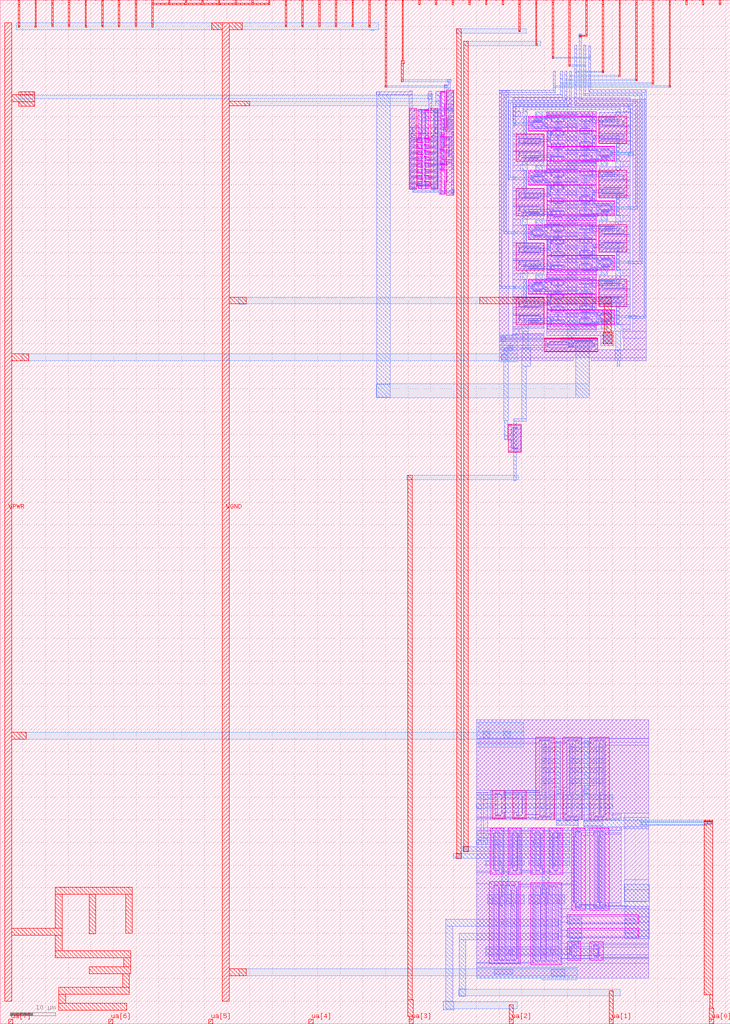
<source format=lef>
VERSION 5.7 ;
  NOWIREEXTENSIONATPIN ON ;
  DIVIDERCHAR "/" ;
  BUSBITCHARS "[]" ;
MACRO tt_um_emilian_rf_playground
  CLASS BLOCK ;
  FOREIGN tt_um_emilian_rf_playground ;
  ORIGIN 0.000 0.000 ;
  SIZE 161.000 BY 225.760 ;
  PIN clk
    DIRECTION INPUT ;
    USE SIGNAL ;
    PORT
      LAYER met4 ;
        RECT 154.870 224.760 155.170 225.760 ;
    END
  END clk
  PIN ena
    DIRECTION INPUT ;
    USE SIGNAL ;
    PORT
      LAYER met4 ;
        RECT 158.550 224.760 158.850 225.760 ;
    END
  END ena
  PIN rst_n
    DIRECTION INPUT ;
    USE SIGNAL ;
    PORT
      LAYER met4 ;
        RECT 151.190 224.760 151.490 225.760 ;
    END
  END rst_n
  PIN ua[0]
    DIRECTION INOUT ;
    USE SIGNAL ;
    ANTENNADIFFAREA 13.920000 ;
    PORT
      LAYER met4 ;
        RECT 156.410 0.000 157.310 1.000 ;
    END
  END ua[0]
  PIN ua[1]
    DIRECTION INOUT ;
    USE SIGNAL ;
    ANTENNAGATEAREA 64.000000 ;
    PORT
      LAYER met4 ;
        RECT 134.330 0.000 135.230 1.000 ;
    END
  END ua[1]
  PIN ua[2]
    DIRECTION INOUT ;
    USE SIGNAL ;
    ANTENNAGATEAREA 64.000000 ;
    PORT
      LAYER met4 ;
        RECT 112.250 0.000 113.150 1.000 ;
    END
  END ua[2]
  PIN ua[3]
    DIRECTION INOUT ;
    USE SIGNAL ;
    ANTENNAGATEAREA 8.000000 ;
    ANTENNADIFFAREA 1.160000 ;
    PORT
      LAYER met4 ;
        RECT 90.170 0.000 91.070 1.000 ;
    END
  END ua[3]
  PIN ua[4]
    DIRECTION INOUT ;
    USE SIGNAL ;
    PORT
      LAYER met4 ;
        RECT 68.090 0.000 68.990 1.000 ;
    END
  END ua[4]
  PIN ua[5]
    DIRECTION INOUT ;
    USE SIGNAL ;
    PORT
      LAYER met4 ;
        RECT 46.010 0.000 46.910 1.000 ;
    END
  END ua[5]
  PIN ua[6]
    DIRECTION INOUT ;
    USE SIGNAL ;
    PORT
      LAYER met4 ;
        RECT 23.930 0.000 24.830 1.000 ;
    END
  END ua[6]
  PIN ua[7]
    DIRECTION INOUT ;
    USE SIGNAL ;
    PORT
      LAYER met4 ;
        RECT 1.850 0.000 2.750 1.000 ;
    END
  END ua[7]
  PIN ui_in[0]
    DIRECTION INPUT ;
    USE SIGNAL ;
    PORT
      LAYER met4 ;
        RECT 147.510 224.760 147.810 225.760 ;
    END
  END ui_in[0]
  PIN ui_in[1]
    DIRECTION INPUT ;
    USE SIGNAL ;
    PORT
      LAYER met4 ;
        RECT 143.830 224.760 144.130 225.760 ;
    END
  END ui_in[1]
  PIN ui_in[2]
    DIRECTION INPUT ;
    USE SIGNAL ;
    PORT
      LAYER met4 ;
        RECT 140.150 224.760 140.450 225.760 ;
    END
  END ui_in[2]
  PIN ui_in[3]
    DIRECTION INPUT ;
    USE SIGNAL ;
    PORT
      LAYER met4 ;
        RECT 136.470 224.760 136.770 225.760 ;
    END
  END ui_in[3]
  PIN ui_in[4]
    DIRECTION INPUT ;
    USE SIGNAL ;
    PORT
      LAYER met4 ;
        RECT 132.790 224.760 133.090 225.760 ;
    END
  END ui_in[4]
  PIN ui_in[5]
    DIRECTION INPUT ;
    USE SIGNAL ;
    PORT
      LAYER met4 ;
        RECT 129.110 224.760 129.410 225.760 ;
    END
  END ui_in[5]
  PIN ui_in[6]
    DIRECTION INPUT ;
    USE SIGNAL ;
    PORT
      LAYER met4 ;
        RECT 125.430 224.760 125.730 225.760 ;
    END
  END ui_in[6]
  PIN ui_in[7]
    DIRECTION INPUT ;
    USE SIGNAL ;
    PORT
      LAYER met4 ;
        RECT 121.750 224.760 122.050 225.760 ;
    END
  END ui_in[7]
  PIN uio_in[0]
    DIRECTION INPUT ;
    USE SIGNAL ;
    ANTENNAGATEAREA 16.000000 ;
    PORT
      LAYER met4 ;
        RECT 118.070 224.760 118.370 225.760 ;
    END
  END uio_in[0]
  PIN uio_in[1]
    DIRECTION INPUT ;
    USE SIGNAL ;
    ANTENNAGATEAREA 16.000000 ;
    PORT
      LAYER met4 ;
        RECT 114.390 224.760 114.690 225.760 ;
    END
  END uio_in[1]
  PIN uio_in[2]
    DIRECTION INPUT ;
    USE SIGNAL ;
    PORT
      LAYER met4 ;
        RECT 110.710 224.760 111.010 225.760 ;
    END
  END uio_in[2]
  PIN uio_in[3]
    DIRECTION INPUT ;
    USE SIGNAL ;
    PORT
      LAYER met4 ;
        RECT 107.030 224.760 107.330 225.760 ;
    END
  END uio_in[3]
  PIN uio_in[4]
    DIRECTION INPUT ;
    USE SIGNAL ;
    PORT
      LAYER met4 ;
        RECT 103.350 224.760 103.650 225.760 ;
    END
  END uio_in[4]
  PIN uio_in[5]
    DIRECTION INPUT ;
    USE SIGNAL ;
    PORT
      LAYER met4 ;
        RECT 99.670 224.760 99.970 225.760 ;
    END
  END uio_in[5]
  PIN uio_in[6]
    DIRECTION INPUT ;
    USE SIGNAL ;
    PORT
      LAYER met4 ;
        RECT 95.990 224.760 96.290 225.760 ;
    END
  END uio_in[6]
  PIN uio_in[7]
    DIRECTION INPUT ;
    USE SIGNAL ;
    PORT
      LAYER met4 ;
        RECT 92.310 224.760 92.610 225.760 ;
    END
  END uio_in[7]
  PIN uio_oe[0]
    DIRECTION OUTPUT ;
    USE SIGNAL ;
    ANTENNAGATEAREA 16.460400 ;
    ANTENNADIFFAREA 220.414398 ;
    PORT
      LAYER met4 ;
        RECT 29.750 224.760 30.050 225.760 ;
    END
  END uio_oe[0]
  PIN uio_oe[1]
    DIRECTION OUTPUT ;
    USE SIGNAL ;
    ANTENNAGATEAREA 16.460400 ;
    ANTENNADIFFAREA 220.414398 ;
    PORT
      LAYER met4 ;
        RECT 26.070 224.760 26.370 225.760 ;
    END
  END uio_oe[1]
  PIN uio_oe[2]
    DIRECTION OUTPUT ;
    USE SIGNAL ;
    ANTENNAGATEAREA 16.460400 ;
    ANTENNADIFFAREA 220.414398 ;
    PORT
      LAYER met4 ;
        RECT 22.390 224.760 22.690 225.760 ;
    END
  END uio_oe[2]
  PIN uio_oe[3]
    DIRECTION OUTPUT ;
    USE SIGNAL ;
    ANTENNAGATEAREA 16.460400 ;
    ANTENNADIFFAREA 220.414398 ;
    PORT
      LAYER met4 ;
        RECT 18.710 224.760 19.010 225.760 ;
    END
  END uio_oe[3]
  PIN uio_oe[4]
    DIRECTION OUTPUT ;
    USE SIGNAL ;
    ANTENNAGATEAREA 16.460400 ;
    ANTENNADIFFAREA 220.414398 ;
    PORT
      LAYER met4 ;
        RECT 15.030 224.760 15.330 225.760 ;
    END
  END uio_oe[4]
  PIN uio_oe[5]
    DIRECTION OUTPUT ;
    USE SIGNAL ;
    ANTENNAGATEAREA 16.460400 ;
    ANTENNADIFFAREA 220.414398 ;
    PORT
      LAYER met4 ;
        RECT 11.350 224.760 11.650 225.760 ;
    END
  END uio_oe[5]
  PIN uio_oe[6]
    DIRECTION OUTPUT ;
    USE SIGNAL ;
    ANTENNAGATEAREA 16.460400 ;
    ANTENNADIFFAREA 220.414398 ;
    PORT
      LAYER met4 ;
        RECT 7.670 224.760 7.970 225.760 ;
    END
  END uio_oe[6]
  PIN uio_oe[7]
    DIRECTION OUTPUT ;
    USE SIGNAL ;
    ANTENNAGATEAREA 16.460400 ;
    ANTENNADIFFAREA 220.414398 ;
    PORT
      LAYER met4 ;
        RECT 3.990 224.760 4.290 225.760 ;
    END
  END uio_oe[7]
  PIN uio_out[0]
    DIRECTION OUTPUT ;
    USE SIGNAL ;
    ANTENNAGATEAREA 16.460400 ;
    ANTENNADIFFAREA 220.414398 ;
    PORT
      LAYER met4 ;
        RECT 59.190 224.760 59.490 225.760 ;
    END
  END uio_out[0]
  PIN uio_out[1]
    DIRECTION OUTPUT ;
    USE SIGNAL ;
    ANTENNAGATEAREA 16.460400 ;
    ANTENNADIFFAREA 220.414398 ;
    PORT
      LAYER met4 ;
        RECT 55.510 224.760 55.810 225.760 ;
    END
  END uio_out[1]
  PIN uio_out[2]
    DIRECTION OUTPUT ;
    USE SIGNAL ;
    ANTENNAGATEAREA 16.460400 ;
    ANTENNADIFFAREA 220.414398 ;
    PORT
      LAYER met4 ;
        RECT 51.830 224.760 52.130 225.760 ;
    END
  END uio_out[2]
  PIN uio_out[3]
    DIRECTION OUTPUT ;
    USE SIGNAL ;
    ANTENNAGATEAREA 16.460400 ;
    ANTENNADIFFAREA 220.414398 ;
    PORT
      LAYER met4 ;
        RECT 48.150 224.760 48.450 225.760 ;
    END
  END uio_out[3]
  PIN uio_out[4]
    DIRECTION OUTPUT ;
    USE SIGNAL ;
    ANTENNAGATEAREA 16.460400 ;
    ANTENNADIFFAREA 220.414398 ;
    PORT
      LAYER met4 ;
        RECT 44.470 224.760 44.770 225.760 ;
    END
  END uio_out[4]
  PIN uio_out[5]
    DIRECTION OUTPUT ;
    USE SIGNAL ;
    ANTENNAGATEAREA 16.460400 ;
    ANTENNADIFFAREA 220.414398 ;
    PORT
      LAYER met4 ;
        RECT 40.790 224.760 41.090 225.760 ;
    END
  END uio_out[5]
  PIN uio_out[6]
    DIRECTION OUTPUT ;
    USE SIGNAL ;
    ANTENNAGATEAREA 16.460400 ;
    ANTENNADIFFAREA 220.414398 ;
    PORT
      LAYER met4 ;
        RECT 37.110 224.760 37.410 225.760 ;
    END
  END uio_out[6]
  PIN uio_out[7]
    DIRECTION OUTPUT ;
    USE SIGNAL ;
    ANTENNAGATEAREA 16.460400 ;
    ANTENNADIFFAREA 220.414398 ;
    PORT
      LAYER met4 ;
        RECT 33.430 224.760 33.730 225.760 ;
    END
  END uio_out[7]
  PIN uo_out[0]
    DIRECTION OUTPUT ;
    USE SIGNAL ;
    ANTENNADIFFAREA 1.075200 ;
    PORT
      LAYER met4 ;
        RECT 88.630 224.760 88.930 225.760 ;
    END
  END uo_out[0]
  PIN uo_out[1]
    DIRECTION OUTPUT ;
    USE SIGNAL ;
    ANTENNAGATEAREA 1.152000 ;
    ANTENNADIFFAREA 0.795200 ;
    PORT
      LAYER met4 ;
        RECT 84.950 224.760 85.250 225.760 ;
    END
  END uo_out[1]
  PIN uo_out[2]
    DIRECTION OUTPUT ;
    USE SIGNAL ;
    ANTENNAGATEAREA 16.460400 ;
    ANTENNADIFFAREA 220.414398 ;
    PORT
      LAYER met4 ;
        RECT 81.270 224.760 81.570 225.760 ;
    END
  END uo_out[2]
  PIN uo_out[3]
    DIRECTION OUTPUT ;
    USE SIGNAL ;
    ANTENNAGATEAREA 16.460400 ;
    ANTENNADIFFAREA 220.414398 ;
    PORT
      LAYER met4 ;
        RECT 77.590 224.760 77.890 225.760 ;
    END
  END uo_out[3]
  PIN uo_out[4]
    DIRECTION OUTPUT ;
    USE SIGNAL ;
    ANTENNAGATEAREA 16.460400 ;
    ANTENNADIFFAREA 220.414398 ;
    PORT
      LAYER met4 ;
        RECT 73.910 224.760 74.210 225.760 ;
    END
  END uo_out[4]
  PIN uo_out[5]
    DIRECTION OUTPUT ;
    USE SIGNAL ;
    ANTENNAGATEAREA 16.460400 ;
    ANTENNADIFFAREA 220.414398 ;
    PORT
      LAYER met4 ;
        RECT 70.230 224.760 70.530 225.760 ;
    END
  END uo_out[5]
  PIN uo_out[6]
    DIRECTION OUTPUT ;
    USE SIGNAL ;
    ANTENNAGATEAREA 16.460400 ;
    ANTENNADIFFAREA 220.414398 ;
    PORT
      LAYER met4 ;
        RECT 66.550 224.760 66.850 225.760 ;
    END
  END uo_out[6]
  PIN uo_out[7]
    DIRECTION OUTPUT ;
    USE SIGNAL ;
    ANTENNAGATEAREA 16.460400 ;
    ANTENNADIFFAREA 220.414398 ;
    PORT
      LAYER met4 ;
        RECT 62.870 224.760 63.170 225.760 ;
    END
  END uo_out[7]
  PIN VPWR
    DIRECTION INOUT ;
    USE POWER ;
    PORT
      LAYER met4 ;
        RECT 1.000 5.000 2.500 220.760 ;
    END
  END VPWR
  PIN VGND
    DIRECTION INOUT ;
    USE GROUND ;
    PORT
      LAYER met4 ;
        RECT 49.000 5.000 50.500 220.760 ;
    END
  END VGND
  OBS
      LAYER pwell ;
        RECT 97.200 205.525 98.010 205.665 ;
        RECT 97.010 205.355 98.010 205.525 ;
      LAYER nwell ;
        RECT 90.205 184.020 91.810 201.860 ;
      LAYER pwell ;
        RECT 92.200 196.465 93.010 201.665 ;
        RECT 93.700 201.525 94.510 201.665 ;
        RECT 93.510 201.355 94.510 201.525 ;
        RECT 92.200 196.295 93.200 196.465 ;
        RECT 92.200 196.155 93.010 196.295 ;
        RECT 93.700 196.155 94.510 201.355 ;
        RECT 92.140 195.475 92.925 195.905 ;
        RECT 93.785 195.425 94.570 195.855 ;
        RECT 93.510 195.260 93.680 195.325 ;
        RECT 92.100 194.425 93.010 195.250 ;
        RECT 93.510 195.155 94.610 195.260 ;
        RECT 92.100 194.320 93.200 194.425 ;
        RECT 93.700 194.330 94.610 195.155 ;
        RECT 93.030 194.255 93.200 194.320 ;
        RECT 93.510 193.910 93.680 193.975 ;
        RECT 92.100 193.075 93.010 193.900 ;
        RECT 93.510 193.805 94.610 193.910 ;
        RECT 92.100 192.970 93.200 193.075 ;
        RECT 93.700 192.980 94.610 193.805 ;
        RECT 93.030 192.905 93.200 192.970 ;
        RECT 93.510 192.560 93.680 192.625 ;
        RECT 92.100 191.725 93.010 192.550 ;
        RECT 93.510 192.455 94.610 192.560 ;
        RECT 92.100 191.620 93.200 191.725 ;
        RECT 93.700 191.630 94.610 192.455 ;
        RECT 93.030 191.555 93.200 191.620 ;
        RECT 93.510 191.210 93.680 191.275 ;
        RECT 92.100 190.375 93.010 191.200 ;
        RECT 93.510 191.105 94.610 191.210 ;
        RECT 92.100 190.270 93.200 190.375 ;
        RECT 93.700 190.280 94.610 191.105 ;
        RECT 93.030 190.205 93.200 190.270 ;
        RECT 93.510 189.860 93.680 189.925 ;
        RECT 92.100 189.025 93.010 189.850 ;
        RECT 93.510 189.755 94.610 189.860 ;
        RECT 92.100 188.920 93.200 189.025 ;
        RECT 93.700 188.930 94.610 189.755 ;
        RECT 93.030 188.855 93.200 188.920 ;
        RECT 93.510 188.510 93.680 188.575 ;
        RECT 92.100 187.675 93.010 188.500 ;
        RECT 93.510 188.405 94.610 188.510 ;
        RECT 92.100 187.570 93.200 187.675 ;
        RECT 93.700 187.580 94.610 188.405 ;
        RECT 93.030 187.505 93.200 187.570 ;
        RECT 93.510 187.160 93.680 187.225 ;
        RECT 92.100 186.325 93.010 187.150 ;
        RECT 93.510 187.055 94.610 187.160 ;
        RECT 92.100 186.220 93.200 186.325 ;
        RECT 93.700 186.230 94.610 187.055 ;
        RECT 93.030 186.155 93.200 186.220 ;
        RECT 93.510 185.810 93.680 185.875 ;
        RECT 92.100 184.975 93.010 185.800 ;
        RECT 93.510 185.705 94.610 185.810 ;
        RECT 92.100 184.870 93.200 184.975 ;
        RECT 93.700 184.880 94.610 185.705 ;
        RECT 93.030 184.805 93.200 184.870 ;
        RECT 92.140 184.225 92.925 184.655 ;
        RECT 93.785 184.225 94.570 184.655 ;
      LAYER nwell ;
        RECT 94.900 184.020 96.505 201.860 ;
      LAYER pwell ;
        RECT 97.200 200.155 98.010 205.355 ;
        RECT 97.010 199.655 97.180 199.825 ;
        RECT 97.200 197.135 97.880 199.560 ;
        RECT 97.285 196.075 98.070 196.505 ;
        RECT 97.200 195.725 97.880 195.865 ;
        RECT 97.010 195.555 97.880 195.725 ;
        RECT 97.200 193.125 97.880 195.555 ;
        RECT 97.200 192.725 97.880 192.865 ;
        RECT 97.010 192.555 97.880 192.725 ;
        RECT 97.200 191.035 97.880 192.555 ;
        RECT 97.200 189.705 97.980 190.765 ;
        RECT 97.010 189.535 97.980 189.705 ;
        RECT 97.200 189.395 97.980 189.535 ;
        RECT 97.285 188.725 98.070 189.155 ;
        RECT 97.200 188.325 98.010 188.465 ;
        RECT 97.010 188.155 98.010 188.325 ;
        RECT 97.200 182.955 98.010 188.155 ;
      LAYER nwell ;
        RECT 98.400 182.760 100.005 205.860 ;
      LAYER pwell ;
        RECT 120.500 200.190 131.400 201.190 ;
        RECT 116.500 199.950 131.400 200.190 ;
        RECT 116.450 196.990 131.400 199.950 ;
        RECT 116.500 196.890 131.400 196.990 ;
      LAYER nwell ;
        RECT 113.810 196.140 120.000 196.150 ;
        RECT 113.800 190.190 120.000 196.140 ;
      LAYER pwell ;
        RECT 120.600 193.490 131.400 196.890 ;
      LAYER nwell ;
        RECT 132.000 194.240 138.200 200.190 ;
        RECT 132.000 194.230 138.190 194.240 ;
      LAYER pwell ;
        RECT 120.600 193.390 135.500 193.490 ;
        RECT 120.600 190.430 135.550 193.390 ;
        RECT 120.600 190.190 135.500 190.430 ;
        RECT 120.600 189.190 131.500 190.190 ;
        RECT 120.500 188.190 131.400 189.190 ;
        RECT 116.500 187.950 131.400 188.190 ;
        RECT 116.450 184.990 131.400 187.950 ;
        RECT 116.500 184.890 131.400 184.990 ;
      LAYER nwell ;
        RECT 113.810 184.140 120.000 184.150 ;
        RECT 113.800 178.190 120.000 184.140 ;
      LAYER pwell ;
        RECT 120.600 181.490 131.400 184.890 ;
      LAYER nwell ;
        RECT 132.000 182.240 138.200 188.190 ;
        RECT 132.000 182.230 138.190 182.240 ;
      LAYER pwell ;
        RECT 120.600 181.390 135.500 181.490 ;
        RECT 120.600 178.430 135.550 181.390 ;
        RECT 120.600 178.190 135.500 178.430 ;
        RECT 120.600 177.190 131.500 178.190 ;
        RECT 120.500 176.190 131.400 177.190 ;
        RECT 116.500 175.950 131.400 176.190 ;
        RECT 116.450 172.990 131.400 175.950 ;
        RECT 116.500 172.890 131.400 172.990 ;
      LAYER nwell ;
        RECT 113.810 172.140 120.000 172.150 ;
        RECT 113.800 166.190 120.000 172.140 ;
      LAYER pwell ;
        RECT 120.600 169.490 131.400 172.890 ;
      LAYER nwell ;
        RECT 132.000 170.240 138.200 176.190 ;
        RECT 132.000 170.230 138.190 170.240 ;
      LAYER pwell ;
        RECT 120.600 169.390 135.500 169.490 ;
        RECT 120.600 166.430 135.550 169.390 ;
        RECT 120.600 166.190 135.500 166.430 ;
        RECT 120.600 165.190 131.500 166.190 ;
        RECT 120.500 164.190 131.400 165.190 ;
        RECT 116.500 163.950 131.400 164.190 ;
        RECT 116.450 160.990 131.400 163.950 ;
        RECT 116.500 160.890 131.400 160.990 ;
      LAYER nwell ;
        RECT 113.810 160.140 120.000 160.150 ;
        RECT 113.800 154.190 120.000 160.140 ;
      LAYER pwell ;
        RECT 120.600 157.490 131.400 160.890 ;
      LAYER nwell ;
        RECT 132.000 158.240 138.200 164.190 ;
        RECT 132.000 158.230 138.190 158.240 ;
      LAYER pwell ;
        RECT 120.600 157.390 135.500 157.490 ;
        RECT 120.600 154.430 135.550 157.390 ;
        RECT 120.600 154.190 135.500 154.430 ;
        RECT 120.600 153.190 131.500 154.190 ;
      LAYER nwell ;
        RECT 123.500 151.200 131.700 151.290 ;
        RECT 120.010 151.090 131.750 151.200 ;
        RECT 120.010 148.290 131.800 151.090 ;
        RECT 120.010 148.240 131.750 148.290 ;
        RECT 112.000 126.000 114.960 132.190 ;
        RECT 108.460 45.250 111.420 51.440 ;
        RECT 113.050 45.180 116.010 51.370 ;
        RECT 118.050 45.000 122.300 63.190 ;
        RECT 124.050 45.000 128.300 63.190 ;
        RECT 130.050 45.000 134.300 63.190 ;
      LAYER pwell ;
        RECT 108.050 33.000 111.010 43.100 ;
        RECT 112.050 33.000 115.010 43.100 ;
        RECT 117.050 33.000 120.010 43.100 ;
        RECT 121.050 33.000 124.010 43.100 ;
        RECT 107.870 13.190 114.700 31.290 ;
        RECT 117.050 13.000 123.880 31.100 ;
        RECT 126.050 25.000 129.010 43.100 ;
        RECT 130.050 25.000 134.300 43.100 ;
        RECT 125.050 22.000 140.870 24.010 ;
        RECT 125.050 19.000 140.870 21.010 ;
        RECT 125.050 14.000 128.010 18.100 ;
        RECT 130.050 14.000 133.010 18.100 ;
      LAYER li1 ;
        RECT 97.010 205.585 97.180 205.670 ;
        RECT 99.730 205.585 99.900 205.670 ;
        RECT 97.010 203.005 98.470 205.585 ;
        RECT 97.010 202.260 97.950 203.005 ;
        RECT 98.640 202.835 99.900 205.585 ;
        RECT 90.310 201.580 90.480 201.670 ;
        RECT 93.030 201.580 93.200 201.670 ;
        RECT 90.310 199.990 90.915 201.580 ;
        RECT 90.310 199.640 92.165 199.990 ;
        RECT 90.310 196.235 90.915 199.640 ;
        RECT 92.485 198.160 93.200 201.580 ;
        RECT 91.655 197.820 93.200 198.160 ;
        RECT 92.485 196.235 93.200 197.820 ;
        RECT 90.310 196.150 90.480 196.235 ;
        RECT 93.030 196.150 93.200 196.235 ;
        RECT 93.510 201.585 93.680 201.670 ;
        RECT 96.230 201.585 96.400 201.670 ;
        RECT 93.510 200.000 94.225 201.585 ;
        RECT 93.510 199.660 95.055 200.000 ;
        RECT 93.510 196.240 94.225 199.660 ;
        RECT 95.795 198.180 96.400 201.585 ;
        RECT 94.545 197.830 96.400 198.180 ;
        RECT 95.795 196.240 96.400 197.830 ;
        RECT 93.510 196.150 93.680 196.240 ;
        RECT 96.230 196.150 96.400 196.240 ;
        RECT 96.855 200.240 97.950 202.260 ;
        RECT 98.120 202.260 99.900 202.835 ;
        RECT 98.120 200.240 100.055 202.260 ;
        RECT 96.855 200.150 97.180 200.240 ;
        RECT 99.730 200.150 100.055 200.240 ;
        RECT 96.855 199.970 97.155 200.150 ;
        RECT 99.755 199.970 100.055 200.150 ;
        RECT 96.855 199.405 97.180 199.970 ;
        RECT 99.730 199.885 100.055 199.970 ;
        RECT 97.820 199.695 98.725 199.865 ;
        RECT 96.855 199.110 97.650 199.405 ;
        RECT 96.855 198.510 97.180 199.110 ;
        RECT 97.820 198.940 97.990 199.695 ;
        RECT 97.375 198.680 97.990 198.940 ;
        RECT 96.855 198.250 97.650 198.510 ;
        RECT 96.855 197.655 97.180 198.250 ;
        RECT 97.820 198.080 97.990 198.680 ;
        RECT 97.375 197.825 97.990 198.080 ;
        RECT 96.855 197.355 97.650 197.655 ;
        RECT 96.855 196.750 97.180 197.355 ;
        RECT 97.820 197.135 97.990 197.825 ;
        RECT 98.160 197.310 98.385 199.525 ;
        RECT 98.555 199.365 98.725 199.695 ;
        RECT 98.895 199.540 100.055 199.885 ;
        RECT 98.555 199.110 99.530 199.365 ;
        RECT 98.555 198.505 98.725 199.110 ;
        RECT 99.730 198.940 100.055 199.540 ;
        RECT 98.895 198.680 100.055 198.940 ;
        RECT 98.555 198.250 99.530 198.505 ;
        RECT 98.555 197.650 98.725 198.250 ;
        RECT 99.730 198.080 100.055 198.680 ;
        RECT 98.895 197.820 100.055 198.080 ;
        RECT 98.555 197.390 99.530 197.650 ;
        RECT 98.555 197.135 98.725 197.390 ;
        RECT 99.730 197.220 100.055 197.820 ;
        RECT 97.820 196.835 98.725 197.135 ;
        RECT 98.895 196.835 100.055 197.220 ;
        RECT 98.155 196.760 98.455 196.835 ;
        RECT 99.730 196.750 100.055 196.835 ;
        RECT 96.855 196.520 97.155 196.750 ;
        RECT 99.755 196.520 100.055 196.750 ;
        RECT 96.855 196.460 97.180 196.520 ;
        RECT 99.730 196.460 100.055 196.520 ;
        RECT 96.855 196.160 97.955 196.460 ;
        RECT 98.555 196.160 100.055 196.460 ;
        RECT 96.855 196.060 97.180 196.160 ;
        RECT 97.360 196.145 97.905 196.160 ;
        RECT 98.565 196.145 99.550 196.160 ;
        RECT 99.730 196.060 100.055 196.160 ;
        RECT 90.310 194.660 90.480 195.920 ;
        RECT 93.030 195.910 93.200 195.920 ;
        RECT 91.155 195.835 91.555 195.860 ;
        RECT 90.660 195.545 91.645 195.835 ;
        RECT 91.155 195.460 91.555 195.545 ;
        RECT 92.305 195.460 94.455 195.910 ;
        RECT 96.855 195.870 97.155 196.060 ;
        RECT 99.755 195.870 100.055 196.060 ;
        RECT 95.355 195.785 95.755 195.860 ;
        RECT 95.065 195.495 96.050 195.785 ;
        RECT 95.355 195.460 95.755 195.495 ;
        RECT 90.650 194.930 92.860 195.160 ;
        RECT 90.650 194.830 91.630 194.930 ;
        RECT 92.230 194.830 92.860 194.930 ;
        RECT 90.310 194.450 91.620 194.660 ;
        RECT 90.310 193.310 90.480 194.450 ;
        RECT 91.800 194.430 92.040 194.760 ;
        RECT 93.030 194.660 93.200 195.460 ;
        RECT 92.210 194.430 93.200 194.660 ;
        RECT 90.650 193.580 92.860 193.810 ;
        RECT 90.650 193.480 91.630 193.580 ;
        RECT 92.230 193.480 92.860 193.580 ;
        RECT 90.310 193.100 91.620 193.310 ;
        RECT 90.310 191.960 90.480 193.100 ;
        RECT 91.800 193.080 92.040 193.410 ;
        RECT 93.030 193.310 93.200 194.430 ;
        RECT 92.210 193.080 93.200 193.310 ;
        RECT 90.650 192.230 92.860 192.460 ;
        RECT 90.650 192.130 91.630 192.230 ;
        RECT 92.230 192.130 92.860 192.230 ;
        RECT 90.310 191.750 91.620 191.960 ;
        RECT 90.310 190.610 90.480 191.750 ;
        RECT 91.800 191.730 92.040 192.060 ;
        RECT 93.030 191.960 93.200 193.080 ;
        RECT 92.210 191.730 93.200 191.960 ;
        RECT 90.650 190.880 92.860 191.110 ;
        RECT 90.650 190.780 91.630 190.880 ;
        RECT 92.230 190.780 92.860 190.880 ;
        RECT 90.310 190.400 91.620 190.610 ;
        RECT 90.310 189.260 90.480 190.400 ;
        RECT 91.800 190.380 92.040 190.710 ;
        RECT 93.030 190.610 93.200 191.730 ;
        RECT 92.210 190.380 93.200 190.610 ;
        RECT 90.650 189.530 92.860 189.760 ;
        RECT 90.650 189.430 91.630 189.530 ;
        RECT 92.230 189.430 92.860 189.530 ;
        RECT 90.310 189.050 91.620 189.260 ;
        RECT 90.310 187.910 90.480 189.050 ;
        RECT 91.800 189.030 92.040 189.360 ;
        RECT 93.030 189.260 93.200 190.380 ;
        RECT 92.210 189.030 93.200 189.260 ;
        RECT 90.650 188.180 92.860 188.410 ;
        RECT 90.650 188.080 91.630 188.180 ;
        RECT 92.230 188.080 92.860 188.180 ;
        RECT 90.310 187.700 91.620 187.910 ;
        RECT 90.310 186.560 90.480 187.700 ;
        RECT 91.800 187.680 92.040 188.010 ;
        RECT 93.030 187.910 93.200 189.030 ;
        RECT 92.210 187.680 93.200 187.910 ;
        RECT 90.650 186.830 92.860 187.060 ;
        RECT 90.650 186.730 91.630 186.830 ;
        RECT 92.230 186.730 92.860 186.830 ;
        RECT 90.310 186.350 91.620 186.560 ;
        RECT 90.310 185.210 90.480 186.350 ;
        RECT 91.800 186.330 92.040 186.660 ;
        RECT 93.030 186.560 93.200 187.680 ;
        RECT 92.210 186.330 93.200 186.560 ;
        RECT 90.650 185.480 92.860 185.710 ;
        RECT 90.650 185.380 91.630 185.480 ;
        RECT 92.230 185.380 92.860 185.480 ;
        RECT 90.310 185.000 91.620 185.210 ;
        RECT 90.310 184.210 90.480 185.000 ;
        RECT 91.800 184.980 92.040 185.310 ;
        RECT 93.030 185.210 93.200 186.330 ;
        RECT 92.210 184.980 93.200 185.210 ;
        RECT 93.030 184.660 93.200 184.980 ;
        RECT 93.510 195.150 93.680 195.460 ;
        RECT 93.510 194.920 94.500 195.150 ;
        RECT 93.510 193.800 93.680 194.920 ;
        RECT 94.670 194.820 94.910 195.150 ;
        RECT 96.230 195.130 96.400 195.870 ;
        RECT 95.090 194.920 96.400 195.130 ;
        RECT 93.850 194.650 94.480 194.750 ;
        RECT 95.080 194.650 96.060 194.750 ;
        RECT 93.850 194.420 96.060 194.650 ;
        RECT 93.510 193.570 94.500 193.800 ;
        RECT 93.510 192.450 93.680 193.570 ;
        RECT 94.670 193.470 94.910 193.800 ;
        RECT 96.230 193.780 96.400 194.920 ;
        RECT 95.090 193.570 96.400 193.780 ;
        RECT 93.850 193.300 94.480 193.400 ;
        RECT 95.080 193.300 96.060 193.400 ;
        RECT 93.850 193.070 96.060 193.300 ;
        RECT 93.510 192.220 94.500 192.450 ;
        RECT 93.510 191.100 93.680 192.220 ;
        RECT 94.670 192.120 94.910 192.450 ;
        RECT 96.230 192.430 96.400 193.570 ;
        RECT 95.090 192.220 96.400 192.430 ;
        RECT 93.850 191.950 94.480 192.050 ;
        RECT 95.080 191.950 96.060 192.050 ;
        RECT 93.850 191.720 96.060 191.950 ;
        RECT 93.510 190.870 94.500 191.100 ;
        RECT 93.510 189.750 93.680 190.870 ;
        RECT 94.670 190.770 94.910 191.100 ;
        RECT 96.230 191.080 96.400 192.220 ;
        RECT 95.090 190.870 96.400 191.080 ;
        RECT 93.850 190.600 94.480 190.700 ;
        RECT 95.080 190.600 96.060 190.700 ;
        RECT 93.850 190.370 96.060 190.600 ;
        RECT 93.510 189.520 94.500 189.750 ;
        RECT 93.510 188.400 93.680 189.520 ;
        RECT 94.670 189.420 94.910 189.750 ;
        RECT 96.230 189.730 96.400 190.870 ;
        RECT 95.090 189.520 96.400 189.730 ;
        RECT 93.850 189.250 94.480 189.350 ;
        RECT 95.080 189.250 96.060 189.350 ;
        RECT 93.850 189.020 96.060 189.250 ;
        RECT 93.510 188.170 94.500 188.400 ;
        RECT 93.510 187.050 93.680 188.170 ;
        RECT 94.670 188.070 94.910 188.400 ;
        RECT 96.230 188.380 96.400 189.520 ;
        RECT 95.090 188.170 96.400 188.380 ;
        RECT 93.850 187.900 94.480 188.000 ;
        RECT 95.080 187.900 96.060 188.000 ;
        RECT 93.850 187.670 96.060 187.900 ;
        RECT 93.510 186.820 94.500 187.050 ;
        RECT 93.510 185.700 93.680 186.820 ;
        RECT 94.670 186.720 94.910 187.050 ;
        RECT 96.230 187.030 96.400 188.170 ;
        RECT 95.090 186.820 96.400 187.030 ;
        RECT 93.850 186.550 94.480 186.650 ;
        RECT 95.080 186.550 96.060 186.650 ;
        RECT 93.850 186.320 96.060 186.550 ;
        RECT 93.510 185.470 94.500 185.700 ;
        RECT 93.510 184.660 93.680 185.470 ;
        RECT 94.670 185.370 94.910 185.700 ;
        RECT 96.230 185.680 96.400 186.820 ;
        RECT 95.090 185.470 96.400 185.680 ;
        RECT 93.850 185.200 94.480 185.300 ;
        RECT 95.080 185.200 96.060 185.300 ;
        RECT 93.850 184.970 96.060 185.200 ;
        RECT 90.660 184.295 91.645 184.585 ;
        RECT 91.155 184.160 91.555 184.295 ;
        RECT 92.305 184.210 94.405 184.660 ;
        RECT 95.065 184.295 96.050 184.585 ;
        RECT 95.455 184.160 95.855 184.295 ;
        RECT 96.230 184.210 96.400 185.470 ;
        RECT 96.855 195.315 97.180 195.870 ;
        RECT 97.350 195.615 99.560 195.785 ;
        RECT 97.350 195.485 97.680 195.615 ;
        RECT 98.590 195.475 99.560 195.615 ;
        RECT 96.855 195.040 97.660 195.315 ;
        RECT 97.850 195.095 98.420 195.445 ;
        RECT 96.855 194.395 97.180 195.040 ;
        RECT 98.590 194.925 98.760 195.475 ;
        RECT 99.730 195.305 100.055 195.870 ;
        RECT 98.930 194.995 100.055 195.305 ;
        RECT 97.440 194.565 98.000 194.860 ;
        RECT 96.855 194.140 97.660 194.395 ;
        RECT 96.855 193.535 97.180 194.140 ;
        RECT 97.830 193.965 98.000 194.565 ;
        RECT 97.440 193.705 98.000 193.965 ;
        RECT 98.170 194.755 98.760 194.925 ;
        RECT 98.170 193.785 98.340 194.755 ;
        RECT 98.930 194.565 99.560 194.825 ;
        RECT 98.930 193.965 99.100 194.565 ;
        RECT 99.730 194.395 100.055 194.995 ;
        RECT 99.270 194.140 100.055 194.395 ;
        RECT 97.830 193.615 98.000 193.705 ;
        RECT 98.510 193.705 99.560 193.965 ;
        RECT 98.510 193.615 98.680 193.705 ;
        RECT 96.855 193.255 97.660 193.535 ;
        RECT 96.855 193.110 97.180 193.255 ;
        RECT 97.830 193.210 98.680 193.615 ;
        RECT 99.730 193.535 100.055 194.140 ;
        RECT 98.860 193.250 100.055 193.535 ;
        RECT 99.730 193.110 100.055 193.250 ;
        RECT 96.855 192.870 97.155 193.110 ;
        RECT 99.755 192.870 100.055 193.110 ;
        RECT 96.855 192.315 97.180 192.870 ;
        RECT 97.350 192.615 99.530 192.785 ;
        RECT 97.350 192.525 97.680 192.615 ;
        RECT 98.590 192.515 99.530 192.615 ;
        RECT 96.855 192.040 97.660 192.315 ;
        RECT 97.840 192.085 98.420 192.445 ;
        RECT 96.855 191.455 97.180 192.040 ;
        RECT 98.590 191.905 98.760 192.515 ;
        RECT 99.730 192.345 100.055 192.870 ;
        RECT 98.950 192.015 100.055 192.345 ;
        RECT 97.350 191.625 97.920 191.830 ;
        RECT 98.090 191.655 98.760 191.905 ;
        RECT 97.750 191.485 97.920 191.625 ;
        RECT 98.950 191.625 99.530 191.810 ;
        RECT 98.950 191.485 99.125 191.625 ;
        RECT 96.855 191.120 97.580 191.455 ;
        RECT 97.750 191.145 99.125 191.485 ;
        RECT 99.730 191.455 100.055 192.015 ;
        RECT 99.305 191.120 100.055 191.455 ;
        RECT 96.855 191.030 97.180 191.120 ;
        RECT 99.730 191.030 100.055 191.120 ;
        RECT 96.855 190.770 97.155 191.030 ;
        RECT 96.855 190.245 97.180 190.770 ;
        RECT 98.155 190.685 98.405 190.810 ;
        RECT 99.755 190.770 100.055 191.030 ;
        RECT 97.350 190.515 99.560 190.685 ;
        RECT 97.350 190.425 97.855 190.515 ;
        RECT 98.655 190.415 99.560 190.515 ;
        RECT 96.855 189.915 97.560 190.245 ;
        RECT 98.155 190.230 98.485 190.345 ;
        RECT 99.730 190.245 100.055 190.770 ;
        RECT 97.730 190.060 98.800 190.230 ;
        RECT 96.855 189.390 97.180 189.915 ;
        RECT 97.730 189.735 97.900 190.060 ;
        RECT 98.155 189.825 98.355 189.860 ;
        RECT 97.350 189.565 97.900 189.735 ;
        RECT 98.080 189.495 98.450 189.825 ;
        RECT 98.630 189.735 98.800 190.060 ;
        RECT 98.970 189.915 100.055 190.245 ;
        RECT 98.630 189.565 99.560 189.735 ;
        RECT 98.155 189.460 98.355 189.495 ;
        RECT 99.730 189.390 100.055 189.915 ;
        RECT 96.855 189.170 97.155 189.390 ;
        RECT 99.755 189.170 100.055 189.390 ;
        RECT 96.855 189.160 97.180 189.170 ;
        RECT 99.730 189.160 100.055 189.170 ;
        RECT 96.855 188.760 97.955 189.160 ;
        RECT 98.555 188.760 100.055 189.160 ;
        RECT 96.855 188.710 97.180 188.760 ;
        RECT 99.730 188.710 100.055 188.760 ;
        RECT 96.855 188.470 97.155 188.710 ;
        RECT 99.755 188.470 100.055 188.710 ;
        RECT 96.855 188.385 97.180 188.470 ;
        RECT 99.730 188.385 100.055 188.470 ;
        RECT 96.855 185.805 98.470 188.385 ;
        RECT 96.855 183.040 97.950 185.805 ;
        RECT 98.640 185.635 100.055 188.385 ;
        RECT 98.120 183.040 100.055 185.635 ;
        RECT 96.855 182.960 97.180 183.040 ;
        RECT 97.010 182.950 97.180 182.960 ;
        RECT 99.730 182.960 100.055 183.040 ;
        RECT 99.730 182.950 99.900 182.960 ;
        RECT 110.100 151.790 112.200 205.790 ;
        RECT 113.000 202.190 139.000 204.190 ;
        RECT 113.000 201.190 114.500 202.190 ;
        RECT 137.500 201.190 139.000 202.190 ;
        RECT 113.000 200.120 114.750 201.190 ;
        RECT 120.500 200.690 131.500 201.190 ;
        RECT 137.250 200.990 139.000 201.190 ;
        RECT 120.500 200.390 127.400 200.690 ;
        RECT 128.100 200.440 129.600 200.690 ;
        RECT 120.500 200.190 121.400 200.390 ;
        RECT 113.000 196.290 116.120 200.120 ;
        RECT 116.500 199.590 121.400 200.190 ;
        RECT 121.930 199.930 123.970 200.100 ;
        RECT 116.500 197.390 116.800 199.590 ;
        RECT 117.480 199.030 119.520 199.200 ;
        RECT 117.140 197.970 117.310 198.970 ;
        RECT 119.690 197.970 119.860 198.970 ;
        RECT 120.100 198.290 121.400 199.590 ;
        RECT 121.590 198.870 121.760 199.870 ;
        RECT 122.400 198.810 123.900 198.890 ;
        RECT 124.140 198.870 124.310 199.870 ;
        RECT 121.930 198.640 123.970 198.810 ;
        RECT 122.400 198.290 123.900 198.640 ;
        RECT 124.600 198.590 127.400 200.390 ;
        RECT 128.030 200.270 130.070 200.440 ;
        RECT 127.690 199.990 127.860 200.210 ;
        RECT 130.240 199.990 130.410 200.210 ;
        RECT 127.690 199.210 130.410 199.990 ;
        RECT 127.700 198.990 130.400 199.210 ;
        RECT 128.030 198.980 130.070 198.990 ;
        RECT 130.600 198.590 131.500 200.690 ;
        RECT 124.600 198.290 131.500 198.590 ;
        RECT 117.480 197.740 119.520 197.910 ;
        RECT 120.100 197.890 131.500 198.290 ;
        RECT 120.100 197.600 127.400 197.890 ;
        RECT 120.100 197.390 121.400 197.600 ;
        RECT 116.500 196.890 121.400 197.390 ;
        RECT 121.950 197.200 123.950 197.340 ;
        RECT 121.930 197.030 123.970 197.200 ;
        RECT 113.000 195.690 119.900 196.290 ;
        RECT 113.000 193.590 114.300 195.690 ;
        RECT 114.885 195.340 118.925 195.400 ;
        RECT 114.600 195.170 119.250 195.340 ;
        RECT 114.500 194.790 119.310 195.170 ;
        RECT 114.500 194.170 114.670 194.790 ;
        RECT 119.140 194.170 119.310 194.790 ;
        RECT 114.885 193.940 118.925 194.110 ;
        RECT 115.100 193.590 118.750 193.940 ;
        RECT 119.600 193.590 119.900 195.690 ;
        RECT 113.000 192.690 119.900 193.590 ;
        RECT 113.000 190.590 114.300 192.690 ;
        RECT 115.100 192.400 118.750 192.690 ;
        RECT 114.885 192.230 118.925 192.400 ;
        RECT 114.500 191.170 114.670 192.170 ;
        RECT 119.140 191.170 119.310 192.170 ;
        RECT 114.885 190.940 118.925 191.110 ;
        RECT 119.600 190.590 119.900 192.690 ;
        RECT 113.000 189.390 119.900 190.590 ;
        RECT 120.500 195.390 121.400 196.890 ;
        RECT 121.590 195.970 121.760 196.970 ;
        RECT 122.400 195.910 123.900 195.990 ;
        RECT 124.140 195.970 124.310 196.970 ;
        RECT 121.930 195.740 123.970 195.910 ;
        RECT 122.400 195.390 123.900 195.740 ;
        RECT 124.600 195.690 127.400 197.600 ;
        RECT 128.100 197.540 129.600 197.890 ;
        RECT 128.030 197.370 130.070 197.540 ;
        RECT 127.690 197.090 127.860 197.310 ;
        RECT 130.240 197.090 130.410 197.310 ;
        RECT 127.690 196.310 130.410 197.090 ;
        RECT 127.700 196.090 130.400 196.310 ;
        RECT 128.030 196.080 130.070 196.090 ;
        RECT 130.600 195.690 131.500 197.890 ;
        RECT 124.600 195.390 131.500 195.690 ;
        RECT 120.500 194.990 131.500 195.390 ;
        RECT 120.500 194.690 127.400 194.990 ;
        RECT 120.500 192.490 121.400 194.690 ;
        RECT 121.930 194.290 123.970 194.300 ;
        RECT 121.600 194.070 124.300 194.290 ;
        RECT 121.590 193.290 124.310 194.070 ;
        RECT 121.590 193.070 121.760 193.290 ;
        RECT 124.140 193.070 124.310 193.290 ;
        RECT 121.930 192.840 123.970 193.010 ;
        RECT 122.400 192.490 123.900 192.840 ;
        RECT 124.600 192.780 127.400 194.690 ;
        RECT 128.100 194.640 129.600 194.990 ;
        RECT 128.030 194.470 130.070 194.640 ;
        RECT 127.690 193.410 127.860 194.410 ;
        RECT 128.100 194.390 129.600 194.470 ;
        RECT 130.240 193.410 130.410 194.410 ;
        RECT 130.600 193.490 131.500 194.990 ;
        RECT 132.100 199.790 139.000 200.990 ;
        RECT 132.100 197.690 132.400 199.790 ;
        RECT 133.075 199.270 137.115 199.440 ;
        RECT 132.690 198.210 132.860 199.210 ;
        RECT 137.330 198.210 137.500 199.210 ;
        RECT 133.075 197.980 137.115 198.150 ;
        RECT 133.250 197.690 136.900 197.980 ;
        RECT 137.700 197.690 139.000 199.790 ;
        RECT 132.100 196.790 139.000 197.690 ;
        RECT 132.100 194.690 132.400 196.790 ;
        RECT 133.250 196.440 136.900 196.790 ;
        RECT 133.075 196.270 137.115 196.440 ;
        RECT 132.690 195.590 132.860 196.210 ;
        RECT 137.330 195.590 137.500 196.210 ;
        RECT 132.690 195.210 137.500 195.590 ;
        RECT 132.750 195.040 137.400 195.210 ;
        RECT 133.075 194.980 137.115 195.040 ;
        RECT 137.700 194.690 139.000 196.790 ;
        RECT 132.100 194.090 139.000 194.690 ;
        RECT 128.030 193.180 130.070 193.350 ;
        RECT 128.050 193.040 130.050 193.180 ;
        RECT 130.600 192.990 135.500 193.490 ;
        RECT 130.600 192.780 131.900 192.990 ;
        RECT 124.600 192.490 131.900 192.780 ;
        RECT 120.500 192.090 131.900 192.490 ;
        RECT 132.480 192.470 134.520 192.640 ;
        RECT 120.500 191.790 127.400 192.090 ;
        RECT 120.500 189.690 121.400 191.790 ;
        RECT 121.930 191.390 123.970 191.400 ;
        RECT 121.600 191.170 124.300 191.390 ;
        RECT 121.590 190.390 124.310 191.170 ;
        RECT 121.590 190.170 121.760 190.390 ;
        RECT 124.140 190.170 124.310 190.390 ;
        RECT 121.930 189.940 123.970 190.110 ;
        RECT 124.600 189.990 127.400 191.790 ;
        RECT 128.100 191.740 129.600 192.090 ;
        RECT 128.030 191.570 130.070 191.740 ;
        RECT 127.690 190.510 127.860 191.510 ;
        RECT 128.100 191.490 129.600 191.570 ;
        RECT 130.240 190.510 130.410 191.510 ;
        RECT 130.600 190.790 131.900 192.090 ;
        RECT 132.140 191.410 132.310 192.410 ;
        RECT 134.690 191.410 134.860 192.410 ;
        RECT 132.480 191.180 134.520 191.350 ;
        RECT 135.200 190.790 135.500 192.990 ;
        RECT 128.030 190.280 130.070 190.450 ;
        RECT 130.600 190.190 135.500 190.790 ;
        RECT 135.880 190.260 139.000 194.090 ;
        RECT 130.600 189.990 131.500 190.190 ;
        RECT 122.400 189.690 123.900 189.940 ;
        RECT 124.600 189.690 131.500 189.990 ;
        RECT 113.000 188.120 114.750 189.390 ;
        RECT 120.500 188.690 131.500 189.690 ;
        RECT 137.250 188.990 139.000 190.260 ;
        RECT 120.500 188.390 127.400 188.690 ;
        RECT 128.100 188.440 129.600 188.690 ;
        RECT 120.500 188.190 121.400 188.390 ;
        RECT 113.000 184.290 116.120 188.120 ;
        RECT 116.500 187.590 121.400 188.190 ;
        RECT 121.930 187.930 123.970 188.100 ;
        RECT 116.500 185.390 116.800 187.590 ;
        RECT 117.480 187.030 119.520 187.200 ;
        RECT 117.140 185.970 117.310 186.970 ;
        RECT 119.690 185.970 119.860 186.970 ;
        RECT 120.100 186.290 121.400 187.590 ;
        RECT 121.590 186.870 121.760 187.870 ;
        RECT 122.400 186.810 123.900 186.890 ;
        RECT 124.140 186.870 124.310 187.870 ;
        RECT 121.930 186.640 123.970 186.810 ;
        RECT 122.400 186.290 123.900 186.640 ;
        RECT 124.600 186.590 127.400 188.390 ;
        RECT 128.030 188.270 130.070 188.440 ;
        RECT 127.690 187.990 127.860 188.210 ;
        RECT 130.240 187.990 130.410 188.210 ;
        RECT 127.690 187.210 130.410 187.990 ;
        RECT 127.700 186.990 130.400 187.210 ;
        RECT 128.030 186.980 130.070 186.990 ;
        RECT 130.600 186.590 131.500 188.690 ;
        RECT 124.600 186.290 131.500 186.590 ;
        RECT 117.480 185.740 119.520 185.910 ;
        RECT 120.100 185.890 131.500 186.290 ;
        RECT 120.100 185.600 127.400 185.890 ;
        RECT 120.100 185.390 121.400 185.600 ;
        RECT 116.500 184.890 121.400 185.390 ;
        RECT 121.950 185.200 123.950 185.340 ;
        RECT 121.930 185.030 123.970 185.200 ;
        RECT 113.000 183.690 119.900 184.290 ;
        RECT 113.000 181.590 114.300 183.690 ;
        RECT 114.885 183.340 118.925 183.400 ;
        RECT 114.600 183.170 119.250 183.340 ;
        RECT 114.500 182.790 119.310 183.170 ;
        RECT 114.500 182.170 114.670 182.790 ;
        RECT 119.140 182.170 119.310 182.790 ;
        RECT 114.885 181.940 118.925 182.110 ;
        RECT 115.100 181.590 118.750 181.940 ;
        RECT 119.600 181.590 119.900 183.690 ;
        RECT 113.000 180.690 119.900 181.590 ;
        RECT 113.000 178.590 114.300 180.690 ;
        RECT 115.100 180.400 118.750 180.690 ;
        RECT 114.885 180.230 118.925 180.400 ;
        RECT 114.500 179.170 114.670 180.170 ;
        RECT 119.140 179.170 119.310 180.170 ;
        RECT 114.885 178.940 118.925 179.110 ;
        RECT 119.600 178.590 119.900 180.690 ;
        RECT 113.000 177.390 119.900 178.590 ;
        RECT 120.500 183.390 121.400 184.890 ;
        RECT 121.590 183.970 121.760 184.970 ;
        RECT 122.400 183.910 123.900 183.990 ;
        RECT 124.140 183.970 124.310 184.970 ;
        RECT 121.930 183.740 123.970 183.910 ;
        RECT 122.400 183.390 123.900 183.740 ;
        RECT 124.600 183.690 127.400 185.600 ;
        RECT 128.100 185.540 129.600 185.890 ;
        RECT 128.030 185.370 130.070 185.540 ;
        RECT 127.690 185.090 127.860 185.310 ;
        RECT 130.240 185.090 130.410 185.310 ;
        RECT 127.690 184.310 130.410 185.090 ;
        RECT 127.700 184.090 130.400 184.310 ;
        RECT 128.030 184.080 130.070 184.090 ;
        RECT 130.600 183.690 131.500 185.890 ;
        RECT 124.600 183.390 131.500 183.690 ;
        RECT 120.500 182.990 131.500 183.390 ;
        RECT 120.500 182.690 127.400 182.990 ;
        RECT 120.500 180.490 121.400 182.690 ;
        RECT 121.930 182.290 123.970 182.300 ;
        RECT 121.600 182.070 124.300 182.290 ;
        RECT 121.590 181.290 124.310 182.070 ;
        RECT 121.590 181.070 121.760 181.290 ;
        RECT 124.140 181.070 124.310 181.290 ;
        RECT 121.930 180.840 123.970 181.010 ;
        RECT 122.400 180.490 123.900 180.840 ;
        RECT 124.600 180.780 127.400 182.690 ;
        RECT 128.100 182.640 129.600 182.990 ;
        RECT 128.030 182.470 130.070 182.640 ;
        RECT 127.690 181.410 127.860 182.410 ;
        RECT 128.100 182.390 129.600 182.470 ;
        RECT 130.240 181.410 130.410 182.410 ;
        RECT 130.600 181.490 131.500 182.990 ;
        RECT 132.100 187.790 139.000 188.990 ;
        RECT 132.100 185.690 132.400 187.790 ;
        RECT 133.075 187.270 137.115 187.440 ;
        RECT 132.690 186.210 132.860 187.210 ;
        RECT 137.330 186.210 137.500 187.210 ;
        RECT 133.075 185.980 137.115 186.150 ;
        RECT 133.250 185.690 136.900 185.980 ;
        RECT 137.700 185.690 139.000 187.790 ;
        RECT 132.100 184.790 139.000 185.690 ;
        RECT 132.100 182.690 132.400 184.790 ;
        RECT 133.250 184.440 136.900 184.790 ;
        RECT 133.075 184.270 137.115 184.440 ;
        RECT 132.690 183.590 132.860 184.210 ;
        RECT 137.330 183.590 137.500 184.210 ;
        RECT 132.690 183.210 137.500 183.590 ;
        RECT 132.750 183.040 137.400 183.210 ;
        RECT 133.075 182.980 137.115 183.040 ;
        RECT 137.700 182.690 139.000 184.790 ;
        RECT 132.100 182.090 139.000 182.690 ;
        RECT 128.030 181.180 130.070 181.350 ;
        RECT 128.050 181.040 130.050 181.180 ;
        RECT 130.600 180.990 135.500 181.490 ;
        RECT 130.600 180.780 131.900 180.990 ;
        RECT 124.600 180.490 131.900 180.780 ;
        RECT 120.500 180.090 131.900 180.490 ;
        RECT 132.480 180.470 134.520 180.640 ;
        RECT 120.500 179.790 127.400 180.090 ;
        RECT 120.500 177.690 121.400 179.790 ;
        RECT 121.930 179.390 123.970 179.400 ;
        RECT 121.600 179.170 124.300 179.390 ;
        RECT 121.590 178.390 124.310 179.170 ;
        RECT 121.590 178.170 121.760 178.390 ;
        RECT 124.140 178.170 124.310 178.390 ;
        RECT 121.930 177.940 123.970 178.110 ;
        RECT 124.600 177.990 127.400 179.790 ;
        RECT 128.100 179.740 129.600 180.090 ;
        RECT 128.030 179.570 130.070 179.740 ;
        RECT 127.690 178.510 127.860 179.510 ;
        RECT 128.100 179.490 129.600 179.570 ;
        RECT 130.240 178.510 130.410 179.510 ;
        RECT 130.600 178.790 131.900 180.090 ;
        RECT 132.140 179.410 132.310 180.410 ;
        RECT 134.690 179.410 134.860 180.410 ;
        RECT 132.480 179.180 134.520 179.350 ;
        RECT 135.200 178.790 135.500 180.990 ;
        RECT 128.030 178.280 130.070 178.450 ;
        RECT 130.600 178.190 135.500 178.790 ;
        RECT 135.880 178.260 139.000 182.090 ;
        RECT 130.600 177.990 131.500 178.190 ;
        RECT 122.400 177.690 123.900 177.940 ;
        RECT 124.600 177.690 131.500 177.990 ;
        RECT 113.000 176.120 114.750 177.390 ;
        RECT 120.500 176.690 131.500 177.690 ;
        RECT 137.250 176.990 139.000 178.260 ;
        RECT 120.500 176.390 127.400 176.690 ;
        RECT 128.100 176.440 129.600 176.690 ;
        RECT 120.500 176.190 121.400 176.390 ;
        RECT 113.000 172.290 116.120 176.120 ;
        RECT 116.500 175.590 121.400 176.190 ;
        RECT 121.930 175.930 123.970 176.100 ;
        RECT 116.500 173.390 116.800 175.590 ;
        RECT 117.480 175.030 119.520 175.200 ;
        RECT 117.140 173.970 117.310 174.970 ;
        RECT 119.690 173.970 119.860 174.970 ;
        RECT 120.100 174.290 121.400 175.590 ;
        RECT 121.590 174.870 121.760 175.870 ;
        RECT 122.400 174.810 123.900 174.890 ;
        RECT 124.140 174.870 124.310 175.870 ;
        RECT 121.930 174.640 123.970 174.810 ;
        RECT 122.400 174.290 123.900 174.640 ;
        RECT 124.600 174.590 127.400 176.390 ;
        RECT 128.030 176.270 130.070 176.440 ;
        RECT 127.690 175.990 127.860 176.210 ;
        RECT 130.240 175.990 130.410 176.210 ;
        RECT 127.690 175.210 130.410 175.990 ;
        RECT 127.700 174.990 130.400 175.210 ;
        RECT 128.030 174.980 130.070 174.990 ;
        RECT 130.600 174.590 131.500 176.690 ;
        RECT 124.600 174.290 131.500 174.590 ;
        RECT 117.480 173.740 119.520 173.910 ;
        RECT 120.100 173.890 131.500 174.290 ;
        RECT 120.100 173.600 127.400 173.890 ;
        RECT 120.100 173.390 121.400 173.600 ;
        RECT 116.500 172.890 121.400 173.390 ;
        RECT 121.950 173.200 123.950 173.340 ;
        RECT 121.930 173.030 123.970 173.200 ;
        RECT 113.000 171.690 119.900 172.290 ;
        RECT 113.000 169.590 114.300 171.690 ;
        RECT 114.885 171.340 118.925 171.400 ;
        RECT 114.600 171.170 119.250 171.340 ;
        RECT 114.500 170.790 119.310 171.170 ;
        RECT 114.500 170.170 114.670 170.790 ;
        RECT 119.140 170.170 119.310 170.790 ;
        RECT 114.885 169.940 118.925 170.110 ;
        RECT 115.100 169.590 118.750 169.940 ;
        RECT 119.600 169.590 119.900 171.690 ;
        RECT 113.000 168.690 119.900 169.590 ;
        RECT 113.000 166.590 114.300 168.690 ;
        RECT 115.100 168.400 118.750 168.690 ;
        RECT 114.885 168.230 118.925 168.400 ;
        RECT 114.500 167.170 114.670 168.170 ;
        RECT 119.140 167.170 119.310 168.170 ;
        RECT 114.885 166.940 118.925 167.110 ;
        RECT 119.600 166.590 119.900 168.690 ;
        RECT 113.000 165.390 119.900 166.590 ;
        RECT 120.500 171.390 121.400 172.890 ;
        RECT 121.590 171.970 121.760 172.970 ;
        RECT 122.400 171.910 123.900 171.990 ;
        RECT 124.140 171.970 124.310 172.970 ;
        RECT 121.930 171.740 123.970 171.910 ;
        RECT 122.400 171.390 123.900 171.740 ;
        RECT 124.600 171.690 127.400 173.600 ;
        RECT 128.100 173.540 129.600 173.890 ;
        RECT 128.030 173.370 130.070 173.540 ;
        RECT 127.690 173.090 127.860 173.310 ;
        RECT 130.240 173.090 130.410 173.310 ;
        RECT 127.690 172.310 130.410 173.090 ;
        RECT 127.700 172.090 130.400 172.310 ;
        RECT 128.030 172.080 130.070 172.090 ;
        RECT 130.600 171.690 131.500 173.890 ;
        RECT 124.600 171.390 131.500 171.690 ;
        RECT 120.500 170.990 131.500 171.390 ;
        RECT 120.500 170.690 127.400 170.990 ;
        RECT 120.500 168.490 121.400 170.690 ;
        RECT 121.930 170.290 123.970 170.300 ;
        RECT 121.600 170.070 124.300 170.290 ;
        RECT 121.590 169.290 124.310 170.070 ;
        RECT 121.590 169.070 121.760 169.290 ;
        RECT 124.140 169.070 124.310 169.290 ;
        RECT 121.930 168.840 123.970 169.010 ;
        RECT 122.400 168.490 123.900 168.840 ;
        RECT 124.600 168.780 127.400 170.690 ;
        RECT 128.100 170.640 129.600 170.990 ;
        RECT 128.030 170.470 130.070 170.640 ;
        RECT 127.690 169.410 127.860 170.410 ;
        RECT 128.100 170.390 129.600 170.470 ;
        RECT 130.240 169.410 130.410 170.410 ;
        RECT 130.600 169.490 131.500 170.990 ;
        RECT 132.100 175.790 139.000 176.990 ;
        RECT 132.100 173.690 132.400 175.790 ;
        RECT 133.075 175.270 137.115 175.440 ;
        RECT 132.690 174.210 132.860 175.210 ;
        RECT 137.330 174.210 137.500 175.210 ;
        RECT 133.075 173.980 137.115 174.150 ;
        RECT 133.250 173.690 136.900 173.980 ;
        RECT 137.700 173.690 139.000 175.790 ;
        RECT 132.100 172.790 139.000 173.690 ;
        RECT 132.100 170.690 132.400 172.790 ;
        RECT 133.250 172.440 136.900 172.790 ;
        RECT 133.075 172.270 137.115 172.440 ;
        RECT 132.690 171.590 132.860 172.210 ;
        RECT 137.330 171.590 137.500 172.210 ;
        RECT 132.690 171.210 137.500 171.590 ;
        RECT 132.750 171.040 137.400 171.210 ;
        RECT 133.075 170.980 137.115 171.040 ;
        RECT 137.700 170.690 139.000 172.790 ;
        RECT 132.100 170.090 139.000 170.690 ;
        RECT 128.030 169.180 130.070 169.350 ;
        RECT 128.050 169.040 130.050 169.180 ;
        RECT 130.600 168.990 135.500 169.490 ;
        RECT 130.600 168.780 131.900 168.990 ;
        RECT 124.600 168.490 131.900 168.780 ;
        RECT 120.500 168.090 131.900 168.490 ;
        RECT 132.480 168.470 134.520 168.640 ;
        RECT 120.500 167.790 127.400 168.090 ;
        RECT 120.500 165.690 121.400 167.790 ;
        RECT 121.930 167.390 123.970 167.400 ;
        RECT 121.600 167.170 124.300 167.390 ;
        RECT 121.590 166.390 124.310 167.170 ;
        RECT 121.590 166.170 121.760 166.390 ;
        RECT 124.140 166.170 124.310 166.390 ;
        RECT 121.930 165.940 123.970 166.110 ;
        RECT 124.600 165.990 127.400 167.790 ;
        RECT 128.100 167.740 129.600 168.090 ;
        RECT 128.030 167.570 130.070 167.740 ;
        RECT 127.690 166.510 127.860 167.510 ;
        RECT 128.100 167.490 129.600 167.570 ;
        RECT 130.240 166.510 130.410 167.510 ;
        RECT 130.600 166.790 131.900 168.090 ;
        RECT 132.140 167.410 132.310 168.410 ;
        RECT 134.690 167.410 134.860 168.410 ;
        RECT 132.480 167.180 134.520 167.350 ;
        RECT 135.200 166.790 135.500 168.990 ;
        RECT 128.030 166.280 130.070 166.450 ;
        RECT 130.600 166.190 135.500 166.790 ;
        RECT 135.880 166.260 139.000 170.090 ;
        RECT 130.600 165.990 131.500 166.190 ;
        RECT 122.400 165.690 123.900 165.940 ;
        RECT 124.600 165.690 131.500 165.990 ;
        RECT 113.000 164.120 114.750 165.390 ;
        RECT 120.500 164.690 131.500 165.690 ;
        RECT 137.250 164.990 139.000 166.260 ;
        RECT 120.500 164.390 127.400 164.690 ;
        RECT 128.100 164.440 129.600 164.690 ;
        RECT 120.500 164.190 121.400 164.390 ;
        RECT 113.000 160.290 116.120 164.120 ;
        RECT 116.500 163.590 121.400 164.190 ;
        RECT 121.930 163.930 123.970 164.100 ;
        RECT 116.500 161.390 116.800 163.590 ;
        RECT 117.480 163.030 119.520 163.200 ;
        RECT 117.140 161.970 117.310 162.970 ;
        RECT 119.690 161.970 119.860 162.970 ;
        RECT 120.100 162.290 121.400 163.590 ;
        RECT 121.590 162.870 121.760 163.870 ;
        RECT 122.400 162.810 123.900 162.890 ;
        RECT 124.140 162.870 124.310 163.870 ;
        RECT 121.930 162.640 123.970 162.810 ;
        RECT 122.400 162.290 123.900 162.640 ;
        RECT 124.600 162.590 127.400 164.390 ;
        RECT 128.030 164.270 130.070 164.440 ;
        RECT 127.690 163.990 127.860 164.210 ;
        RECT 130.240 163.990 130.410 164.210 ;
        RECT 127.690 163.210 130.410 163.990 ;
        RECT 127.700 162.990 130.400 163.210 ;
        RECT 128.030 162.980 130.070 162.990 ;
        RECT 130.600 162.590 131.500 164.690 ;
        RECT 124.600 162.290 131.500 162.590 ;
        RECT 117.480 161.740 119.520 161.910 ;
        RECT 120.100 161.890 131.500 162.290 ;
        RECT 120.100 161.600 127.400 161.890 ;
        RECT 120.100 161.390 121.400 161.600 ;
        RECT 116.500 160.890 121.400 161.390 ;
        RECT 121.950 161.200 123.950 161.340 ;
        RECT 121.930 161.030 123.970 161.200 ;
        RECT 113.000 159.690 119.900 160.290 ;
        RECT 113.000 157.590 114.300 159.690 ;
        RECT 114.885 159.340 118.925 159.400 ;
        RECT 114.600 159.170 119.250 159.340 ;
        RECT 114.500 158.790 119.310 159.170 ;
        RECT 114.500 158.170 114.670 158.790 ;
        RECT 119.140 158.170 119.310 158.790 ;
        RECT 114.885 157.940 118.925 158.110 ;
        RECT 115.100 157.590 118.750 157.940 ;
        RECT 119.600 157.590 119.900 159.690 ;
        RECT 113.000 156.690 119.900 157.590 ;
        RECT 113.000 154.590 114.300 156.690 ;
        RECT 115.100 156.400 118.750 156.690 ;
        RECT 114.885 156.230 118.925 156.400 ;
        RECT 114.500 155.170 114.670 156.170 ;
        RECT 119.140 155.170 119.310 156.170 ;
        RECT 114.885 154.940 118.925 155.110 ;
        RECT 119.600 154.590 119.900 156.690 ;
        RECT 113.000 153.690 119.900 154.590 ;
        RECT 120.500 159.390 121.400 160.890 ;
        RECT 121.590 159.970 121.760 160.970 ;
        RECT 122.400 159.910 123.900 159.990 ;
        RECT 124.140 159.970 124.310 160.970 ;
        RECT 121.930 159.740 123.970 159.910 ;
        RECT 122.400 159.390 123.900 159.740 ;
        RECT 124.600 159.690 127.400 161.600 ;
        RECT 128.100 161.540 129.600 161.890 ;
        RECT 128.030 161.370 130.070 161.540 ;
        RECT 127.690 161.090 127.860 161.310 ;
        RECT 130.240 161.090 130.410 161.310 ;
        RECT 127.690 160.310 130.410 161.090 ;
        RECT 127.700 160.090 130.400 160.310 ;
        RECT 128.030 160.080 130.070 160.090 ;
        RECT 130.600 159.690 131.500 161.890 ;
        RECT 124.600 159.390 131.500 159.690 ;
        RECT 120.500 158.990 131.500 159.390 ;
        RECT 120.500 158.690 127.400 158.990 ;
        RECT 120.500 156.490 121.400 158.690 ;
        RECT 121.930 158.290 123.970 158.300 ;
        RECT 121.600 158.070 124.300 158.290 ;
        RECT 121.590 157.290 124.310 158.070 ;
        RECT 121.590 157.070 121.760 157.290 ;
        RECT 124.140 157.070 124.310 157.290 ;
        RECT 121.930 156.840 123.970 157.010 ;
        RECT 122.400 156.490 123.900 156.840 ;
        RECT 124.600 156.780 127.400 158.690 ;
        RECT 128.100 158.640 129.600 158.990 ;
        RECT 128.030 158.470 130.070 158.640 ;
        RECT 127.690 157.410 127.860 158.410 ;
        RECT 128.100 158.390 129.600 158.470 ;
        RECT 130.240 157.410 130.410 158.410 ;
        RECT 130.600 157.490 131.500 158.990 ;
        RECT 132.100 163.790 139.000 164.990 ;
        RECT 132.100 161.690 132.400 163.790 ;
        RECT 133.075 163.270 137.115 163.440 ;
        RECT 132.690 162.210 132.860 163.210 ;
        RECT 137.330 162.210 137.500 163.210 ;
        RECT 133.075 161.980 137.115 162.150 ;
        RECT 133.250 161.690 136.900 161.980 ;
        RECT 137.700 161.690 139.000 163.790 ;
        RECT 132.100 160.790 139.000 161.690 ;
        RECT 132.100 158.690 132.400 160.790 ;
        RECT 133.250 160.440 136.900 160.790 ;
        RECT 133.075 160.270 137.115 160.440 ;
        RECT 132.690 159.590 132.860 160.210 ;
        RECT 137.330 159.590 137.500 160.210 ;
        RECT 132.690 159.210 137.500 159.590 ;
        RECT 132.750 159.040 137.400 159.210 ;
        RECT 133.075 158.980 137.115 159.040 ;
        RECT 137.700 158.690 139.000 160.790 ;
        RECT 132.100 158.090 139.000 158.690 ;
        RECT 128.030 157.180 130.070 157.350 ;
        RECT 128.050 157.040 130.050 157.180 ;
        RECT 130.600 156.990 135.500 157.490 ;
        RECT 130.600 156.780 131.900 156.990 ;
        RECT 124.600 156.490 131.900 156.780 ;
        RECT 120.500 156.090 131.900 156.490 ;
        RECT 132.480 156.470 134.520 156.640 ;
        RECT 120.500 155.790 127.400 156.090 ;
        RECT 120.500 153.690 121.400 155.790 ;
        RECT 121.930 155.390 123.970 155.400 ;
        RECT 121.600 155.170 124.300 155.390 ;
        RECT 121.590 154.390 124.310 155.170 ;
        RECT 121.590 154.170 121.760 154.390 ;
        RECT 124.140 154.170 124.310 154.390 ;
        RECT 121.930 153.940 123.970 154.110 ;
        RECT 124.600 153.990 127.400 155.790 ;
        RECT 128.100 155.740 129.600 156.090 ;
        RECT 128.030 155.570 130.070 155.740 ;
        RECT 127.690 154.510 127.860 155.510 ;
        RECT 128.100 155.490 129.600 155.570 ;
        RECT 130.240 154.510 130.410 155.510 ;
        RECT 130.600 154.790 131.900 156.090 ;
        RECT 132.140 155.410 132.310 156.410 ;
        RECT 134.690 155.410 134.860 156.410 ;
        RECT 132.480 155.180 134.520 155.350 ;
        RECT 135.200 154.790 135.500 156.990 ;
        RECT 128.030 154.280 130.070 154.450 ;
        RECT 130.600 154.190 135.500 154.790 ;
        RECT 135.880 154.260 139.000 158.090 ;
        RECT 130.600 153.990 131.500 154.190 ;
        RECT 122.400 153.690 123.900 153.940 ;
        RECT 124.600 153.690 131.500 153.990 ;
        RECT 113.000 152.190 120.000 153.690 ;
        RECT 120.500 152.690 131.500 153.690 ;
        RECT 137.250 153.190 139.000 154.260 ;
        RECT 137.255 152.690 139.000 153.190 ;
        RECT 139.500 152.690 142.500 203.890 ;
        RECT 113.000 152.090 119.900 152.190 ;
        RECT 112.900 151.790 119.900 152.090 ;
        RECT 110.100 151.290 119.900 151.790 ;
        RECT 120.500 151.690 135.300 152.690 ;
        RECT 110.100 151.090 131.700 151.290 ;
        RECT 110.100 150.850 131.800 151.090 ;
        RECT 110.100 149.690 120.400 150.850 ;
        RECT 123.500 150.790 131.800 150.850 ;
        RECT 121.100 150.450 125.000 150.490 ;
        RECT 121.085 150.280 125.125 150.450 ;
        RECT 110.000 148.690 120.400 149.690 ;
        RECT 120.700 149.220 120.870 150.220 ;
        RECT 121.100 149.790 125.000 150.280 ;
        RECT 125.340 149.220 125.510 150.220 ;
        RECT 121.600 149.160 124.700 149.190 ;
        RECT 121.085 148.990 125.125 149.160 ;
        RECT 121.600 148.690 124.700 148.990 ;
        RECT 125.740 148.690 126.020 150.790 ;
        RECT 126.635 150.280 130.675 150.450 ;
        RECT 126.250 149.220 126.420 150.220 ;
        RECT 130.890 149.220 131.060 150.220 ;
        RECT 126.800 149.160 130.500 149.190 ;
        RECT 126.635 148.990 130.675 149.160 ;
        RECT 126.800 148.690 130.500 148.990 ;
        RECT 131.300 148.690 131.800 150.790 ;
        RECT 132.400 149.490 135.300 151.690 ;
        RECT 137.255 151.190 142.500 152.690 ;
        RECT 137.500 148.690 142.500 151.190 ;
        RECT 110.000 146.890 142.500 148.690 ;
        RECT 110.000 146.190 126.400 146.890 ;
        RECT 130.300 146.190 142.500 146.890 ;
        RECT 112.000 132.010 112.800 132.100 ;
        RECT 112.000 131.840 114.780 132.010 ;
        RECT 112.000 131.115 112.800 131.840 ;
        RECT 112.980 131.330 114.200 131.500 ;
        RECT 113.100 131.115 114.200 131.330 ;
        RECT 112.000 127.075 112.920 131.115 ;
        RECT 113.100 127.075 114.210 131.115 ;
        RECT 112.000 126.350 112.800 127.075 ;
        RECT 113.100 126.860 114.200 127.075 ;
        RECT 112.980 126.690 114.200 126.860 ;
        RECT 113.100 126.650 114.200 126.690 ;
        RECT 114.610 126.350 114.780 131.840 ;
        RECT 112.000 126.200 114.780 126.350 ;
        RECT 112.180 126.180 114.780 126.200 ;
        RECT 105.050 62.840 143.050 67.000 ;
        RECT 105.050 62.115 118.850 62.840 ;
        RECT 119.030 62.330 120.030 62.500 ;
        RECT 120.320 62.330 121.320 62.500 ;
        RECT 121.500 62.115 124.800 62.840 ;
        RECT 125.030 62.330 126.030 62.500 ;
        RECT 126.320 62.330 127.320 62.500 ;
        RECT 127.550 62.115 130.800 62.840 ;
        RECT 131.030 62.330 132.030 62.500 ;
        RECT 132.320 62.330 133.320 62.500 ;
        RECT 133.550 62.115 143.050 62.840 ;
        RECT 105.050 51.090 118.970 62.115 ;
        RECT 105.050 45.600 108.810 51.090 ;
        RECT 111.070 51.000 118.970 51.090 ;
        RECT 109.150 50.750 109.750 50.800 ;
        RECT 109.150 50.580 110.440 50.750 ;
        RECT 111.070 50.700 113.950 51.000 ;
        RECT 111.070 50.680 114.350 50.700 ;
        RECT 109.150 46.110 109.750 50.580 ;
        RECT 111.070 50.510 115.030 50.680 ;
        RECT 110.500 49.850 110.670 50.365 ;
        RECT 111.070 49.850 114.350 50.510 ;
        RECT 110.500 46.700 114.350 49.850 ;
        RECT 110.500 46.325 110.670 46.700 ;
        RECT 109.150 45.940 110.440 46.110 ;
        RECT 109.150 45.900 109.750 45.940 ;
        RECT 111.070 45.600 113.050 46.700 ;
        RECT 105.050 45.400 113.050 45.600 ;
        RECT 113.230 45.530 113.400 46.700 ;
        RECT 113.750 46.040 114.350 46.700 ;
        RECT 115.090 46.255 115.260 50.295 ;
        RECT 113.750 45.870 115.030 46.040 ;
        RECT 113.750 45.800 114.350 45.870 ;
        RECT 115.660 45.530 115.830 51.000 ;
        RECT 113.230 45.400 115.830 45.530 ;
        RECT 116.050 46.075 118.970 51.000 ;
        RECT 120.090 46.075 120.260 62.115 ;
        RECT 121.380 61.850 124.970 62.115 ;
        RECT 121.350 46.450 124.970 61.850 ;
        RECT 121.380 46.075 124.970 46.450 ;
        RECT 126.090 46.075 126.260 62.115 ;
        RECT 127.380 46.075 130.970 62.115 ;
        RECT 132.090 46.075 132.260 62.115 ;
        RECT 133.380 46.400 143.050 62.115 ;
        RECT 133.380 46.075 137.000 46.400 ;
        RECT 116.050 45.400 118.850 46.075 ;
        RECT 119.030 45.690 120.030 45.860 ;
        RECT 120.320 45.690 121.320 45.860 ;
        RECT 105.050 45.350 118.850 45.400 ;
        RECT 121.500 45.350 124.800 46.075 ;
        RECT 125.030 45.690 126.030 45.860 ;
        RECT 126.320 45.690 127.320 45.860 ;
        RECT 127.550 45.350 130.800 46.075 ;
        RECT 131.030 45.690 132.030 45.860 ;
        RECT 132.320 45.690 133.320 45.860 ;
        RECT 133.550 45.350 137.000 46.075 ;
        RECT 105.050 45.000 137.000 45.350 ;
        RECT 105.050 42.700 137.050 43.200 ;
        RECT 105.050 42.500 108.650 42.700 ;
        RECT 110.450 42.500 112.400 42.700 ;
        RECT 105.050 33.350 108.400 42.500 ;
        RECT 109.030 42.240 110.030 42.410 ;
        RECT 108.800 34.030 108.970 42.070 ;
        RECT 110.090 34.030 110.260 42.070 ;
        RECT 109.030 33.690 110.030 33.860 ;
        RECT 110.660 33.350 112.400 42.500 ;
        RECT 113.030 42.240 114.030 42.410 ;
        RECT 112.800 34.030 112.970 42.070 ;
        RECT 114.090 34.030 114.260 42.070 ;
        RECT 113.030 33.690 114.030 33.860 ;
        RECT 114.650 33.350 117.400 42.700 ;
        RECT 118.030 42.240 119.030 42.410 ;
        RECT 117.800 34.030 117.970 42.070 ;
        RECT 119.090 34.030 119.260 42.070 ;
        RECT 118.030 33.690 119.030 33.860 ;
        RECT 119.660 33.350 121.400 42.700 ;
        RECT 122.030 42.240 123.030 42.410 ;
        RECT 121.800 34.030 121.970 42.070 ;
        RECT 123.090 34.030 123.260 42.070 ;
        RECT 122.030 33.690 123.030 33.860 ;
        RECT 123.650 33.350 126.400 42.700 ;
        RECT 127.030 42.400 128.030 42.410 ;
        RECT 105.050 30.900 126.400 33.350 ;
        RECT 105.050 13.550 108.250 30.900 ;
        RECT 114.250 30.650 126.400 30.900 ;
        RECT 108.850 30.430 109.850 30.600 ;
        RECT 110.140 30.430 111.140 30.600 ;
        RECT 111.430 30.430 112.430 30.600 ;
        RECT 112.720 30.430 113.720 30.600 ;
        RECT 108.620 14.220 108.790 30.260 ;
        RECT 109.910 14.220 110.080 30.260 ;
        RECT 111.200 14.220 111.370 30.260 ;
        RECT 112.490 14.220 112.660 30.260 ;
        RECT 113.780 14.220 113.950 30.260 ;
        RECT 108.850 13.880 109.850 14.050 ;
        RECT 110.140 13.880 111.140 14.050 ;
        RECT 111.430 13.880 112.430 14.050 ;
        RECT 112.720 13.880 113.720 14.050 ;
        RECT 114.250 13.550 117.550 30.650 ;
        RECT 118.030 30.240 119.030 30.410 ;
        RECT 119.320 30.240 120.320 30.410 ;
        RECT 120.610 30.240 121.610 30.410 ;
        RECT 121.900 30.240 122.900 30.410 ;
        RECT 117.800 14.030 117.970 30.070 ;
        RECT 119.090 14.030 119.260 30.070 ;
        RECT 120.380 14.030 120.550 30.070 ;
        RECT 121.670 14.030 121.840 30.070 ;
        RECT 122.960 14.030 123.130 30.070 ;
        RECT 123.530 25.350 126.400 30.650 ;
        RECT 126.650 42.240 128.030 42.400 ;
        RECT 126.650 25.860 127.650 42.240 ;
        RECT 128.250 42.070 130.850 42.700 ;
        RECT 131.030 42.240 132.030 42.410 ;
        RECT 132.320 42.240 133.320 42.410 ;
        RECT 133.550 42.070 137.000 42.700 ;
        RECT 128.090 26.030 130.970 42.070 ;
        RECT 132.090 26.030 132.260 42.070 ;
        RECT 133.380 26.050 137.000 42.070 ;
        RECT 133.380 26.030 138.600 26.050 ;
        RECT 126.650 25.690 128.030 25.860 ;
        RECT 126.650 25.600 127.650 25.690 ;
        RECT 128.250 25.350 130.850 26.030 ;
        RECT 133.550 25.950 138.600 26.030 ;
        RECT 131.030 25.690 132.030 25.860 ;
        RECT 132.320 25.690 133.320 25.860 ;
        RECT 133.550 25.350 143.050 25.950 ;
        RECT 123.530 23.600 143.050 25.350 ;
        RECT 123.530 22.400 125.400 23.600 ;
        RECT 125.880 22.830 128.040 23.180 ;
        RECT 137.880 22.830 140.040 23.180 ;
        RECT 140.450 22.400 143.050 23.600 ;
        RECT 123.530 20.650 143.050 22.400 ;
        RECT 123.530 19.350 125.400 20.650 ;
        RECT 125.880 19.830 128.040 20.180 ;
        RECT 137.880 19.830 140.040 20.180 ;
        RECT 140.450 19.350 143.050 20.650 ;
        RECT 123.530 17.750 143.050 19.350 ;
        RECT 123.530 14.400 125.450 17.750 ;
        RECT 127.550 17.700 143.050 17.750 ;
        RECT 126.030 17.240 127.030 17.410 ;
        RECT 125.800 15.030 125.970 17.070 ;
        RECT 127.090 16.950 127.260 17.070 ;
        RECT 127.550 16.950 130.450 17.700 ;
        RECT 131.100 17.410 131.950 17.500 ;
        RECT 132.350 17.450 143.050 17.700 ;
        RECT 131.030 17.240 132.030 17.410 ;
        RECT 131.100 17.200 131.950 17.240 ;
        RECT 131.200 17.150 131.900 17.200 ;
        RECT 127.090 15.110 130.450 16.950 ;
        RECT 127.090 15.030 127.260 15.110 ;
        RECT 126.030 14.690 127.030 14.860 ;
        RECT 127.550 14.400 130.450 15.110 ;
        RECT 130.800 16.450 130.970 17.070 ;
        RECT 131.550 16.450 131.900 17.150 ;
        RECT 130.800 15.450 131.900 16.450 ;
        RECT 130.800 15.030 130.970 15.450 ;
        RECT 131.550 14.950 131.900 15.450 ;
        RECT 132.090 16.900 132.260 17.070 ;
        RECT 132.660 16.900 143.050 17.450 ;
        RECT 132.090 15.200 143.050 16.900 ;
        RECT 132.090 15.030 132.260 15.200 ;
        RECT 131.200 14.900 131.900 14.950 ;
        RECT 131.100 14.860 131.950 14.900 ;
        RECT 131.030 14.690 132.030 14.860 ;
        RECT 132.660 14.700 143.050 15.200 ;
        RECT 131.100 14.600 131.950 14.690 ;
        RECT 132.500 14.550 143.050 14.700 ;
        RECT 123.530 14.350 130.700 14.400 ;
        RECT 132.350 14.350 143.050 14.550 ;
        RECT 118.030 13.690 119.030 13.860 ;
        RECT 119.320 13.690 120.320 13.860 ;
        RECT 120.610 13.690 121.610 13.860 ;
        RECT 121.900 13.690 122.900 13.860 ;
        RECT 105.050 13.350 117.550 13.550 ;
        RECT 123.530 13.350 143.050 14.350 ;
        RECT 105.050 10.000 143.050 13.350 ;
      LAYER met1 ;
        RECT 98.600 207.650 99.500 208.300 ;
        RECT 83.000 205.550 83.700 205.580 ;
        RECT 90.155 205.550 90.855 205.760 ;
        RECT 96.055 205.670 97.055 205.690 ;
        RECT 96.055 205.660 97.335 205.670 ;
        RECT 83.000 204.850 90.855 205.550 ;
        RECT 83.000 204.820 83.700 204.850 ;
        RECT 90.155 197.710 90.855 204.850 ;
        RECT 92.875 201.660 93.835 201.670 ;
        RECT 91.175 201.310 91.535 201.610 ;
        RECT 90.155 196.210 90.955 197.710 ;
        RECT 90.155 184.060 90.655 196.210 ;
        RECT 91.205 195.920 91.505 201.310 ;
        RECT 91.125 195.860 91.585 195.920 ;
        RECT 90.855 195.460 91.585 195.860 ;
        RECT 90.955 195.400 91.585 195.460 ;
        RECT 90.955 184.620 91.255 195.400 ;
        RECT 91.755 195.190 92.155 195.410 ;
        RECT 91.480 194.900 92.350 195.190 ;
        RECT 91.840 194.710 92.070 194.740 ;
        RECT 91.805 193.840 92.105 194.710 ;
        RECT 91.480 193.550 92.350 193.840 ;
        RECT 91.840 193.360 92.070 193.390 ;
        RECT 91.805 192.490 92.105 193.360 ;
        RECT 91.480 192.200 92.350 192.490 ;
        RECT 91.840 191.960 92.070 192.040 ;
        RECT 91.805 191.140 92.105 191.960 ;
        RECT 91.480 190.850 92.350 191.140 ;
        RECT 91.840 190.660 92.070 190.690 ;
        RECT 91.805 189.790 92.105 190.660 ;
        RECT 91.480 189.500 92.350 189.790 ;
        RECT 91.840 189.310 92.070 189.340 ;
        RECT 91.805 188.440 92.105 189.310 ;
        RECT 91.480 188.150 92.350 188.440 ;
        RECT 91.840 187.960 92.070 187.990 ;
        RECT 91.805 187.090 92.105 187.960 ;
        RECT 91.480 186.800 92.350 187.090 ;
        RECT 91.840 186.610 92.070 186.640 ;
        RECT 91.805 185.740 92.105 186.610 ;
        RECT 91.480 185.450 92.350 185.740 ;
        RECT 91.755 184.760 92.155 185.310 ;
        RECT 90.955 184.560 91.585 184.620 ;
        RECT 90.855 184.160 91.585 184.560 ;
        RECT 91.125 184.100 91.585 184.160 ;
        RECT 92.855 184.060 93.855 201.660 ;
        RECT 94.455 201.360 95.155 205.660 ;
        RECT 96.055 204.630 97.355 205.660 ;
        RECT 96.075 201.660 96.555 201.670 ;
        RECT 95.505 201.610 95.805 201.640 ;
        RECT 95.455 201.280 95.805 201.610 ;
        RECT 95.455 195.920 95.755 201.280 ;
        RECT 96.055 197.710 96.555 201.660 ;
        RECT 95.955 196.210 96.555 197.710 ;
        RECT 95.325 195.860 95.785 195.920 ;
        RECT 95.155 195.460 95.855 195.860 ;
        RECT 94.555 194.860 94.955 195.460 ;
        RECT 95.325 195.400 95.785 195.460 ;
        RECT 94.640 194.840 94.870 194.860 ;
        RECT 94.360 194.390 95.230 194.680 ;
        RECT 94.605 193.510 94.905 194.390 ;
        RECT 94.640 193.490 94.870 193.510 ;
        RECT 94.360 193.040 95.230 193.330 ;
        RECT 94.605 192.160 94.905 193.040 ;
        RECT 94.640 192.140 94.870 192.160 ;
        RECT 94.360 191.690 95.230 191.980 ;
        RECT 94.605 190.810 94.905 191.690 ;
        RECT 94.640 190.790 94.870 190.810 ;
        RECT 94.360 190.340 95.230 190.630 ;
        RECT 94.555 189.810 94.905 190.340 ;
        RECT 94.605 189.460 94.905 189.810 ;
        RECT 94.640 189.440 94.870 189.460 ;
        RECT 94.360 188.990 95.230 189.280 ;
        RECT 94.605 188.110 94.905 188.990 ;
        RECT 94.640 188.090 94.870 188.110 ;
        RECT 94.360 187.640 95.230 187.930 ;
        RECT 94.605 186.760 94.905 187.640 ;
        RECT 94.640 186.740 94.870 186.760 ;
        RECT 94.360 186.290 95.230 186.580 ;
        RECT 94.605 185.410 94.905 186.290 ;
        RECT 94.640 185.390 94.870 185.410 ;
        RECT 94.360 184.940 95.230 185.230 ;
        RECT 94.605 184.710 95.005 184.940 ;
        RECT 95.455 184.620 95.755 195.400 ;
        RECT 95.425 184.560 95.885 184.620 ;
        RECT 95.155 184.160 95.885 184.560 ;
        RECT 95.425 184.100 95.885 184.160 ;
        RECT 96.055 184.060 96.555 196.210 ;
        RECT 96.855 182.960 97.355 204.630 ;
        RECT 98.055 197.760 98.455 206.930 ;
        RECT 97.655 197.560 98.455 197.760 ;
        RECT 97.655 197.510 98.405 197.560 ;
        RECT 97.655 193.460 97.905 197.510 ;
        RECT 98.855 197.160 99.255 207.650 ;
        RECT 99.575 205.660 100.055 205.670 ;
        RECT 98.155 197.120 99.255 197.160 ;
        RECT 98.125 196.760 99.255 197.120 ;
        RECT 98.125 196.700 98.485 196.760 ;
        RECT 98.075 195.410 98.385 195.470 ;
        RECT 98.075 195.160 99.155 195.410 ;
        RECT 98.075 195.100 98.385 195.160 ;
        RECT 98.075 193.460 98.385 193.520 ;
        RECT 97.655 193.210 98.405 193.460 ;
        RECT 98.075 193.150 98.385 193.210 ;
        RECT 98.125 192.050 98.435 192.420 ;
        RECT 98.155 190.870 98.405 192.050 ;
        RECT 98.905 191.470 99.155 195.160 ;
        RECT 98.825 191.110 99.155 191.470 ;
        RECT 98.825 191.100 99.135 191.110 ;
        RECT 98.125 190.500 98.435 190.870 ;
        RECT 98.125 189.860 98.385 189.920 ;
        RECT 98.055 189.360 98.555 189.860 ;
        RECT 99.555 182.960 100.055 205.660 ;
        RECT 96.855 182.950 97.335 182.960 ;
        RECT 99.575 182.950 100.055 182.960 ;
        RECT 110.100 151.790 112.200 205.790 ;
        RECT 113.000 202.190 139.000 204.190 ;
        RECT 113.000 201.190 114.500 202.190 ;
        RECT 137.500 201.190 139.000 202.190 ;
        RECT 113.000 200.120 114.750 201.190 ;
        RECT 120.500 200.690 131.400 201.190 ;
        RECT 137.250 200.990 139.000 201.190 ;
        RECT 120.500 200.440 127.400 200.690 ;
        RECT 128.100 200.470 129.600 200.690 ;
        RECT 120.500 200.390 121.450 200.440 ;
        RECT 120.500 200.190 121.400 200.390 ;
        RECT 113.000 196.290 116.120 200.120 ;
        RECT 116.500 199.590 121.400 200.190 ;
        RECT 122.000 200.130 123.950 200.240 ;
        RECT 121.950 199.900 123.950 200.130 ;
        RECT 116.500 197.390 116.800 199.590 ;
        RECT 117.700 199.230 119.500 199.390 ;
        RECT 117.500 199.000 119.500 199.230 ;
        RECT 117.110 198.840 117.340 198.950 ;
        RECT 117.700 198.940 119.500 199.000 ;
        RECT 117.700 198.840 119.250 198.940 ;
        RECT 117.100 198.790 117.400 198.840 ;
        RECT 119.660 198.790 119.890 198.950 ;
        RECT 117.100 198.690 117.500 198.790 ;
        RECT 119.500 198.690 119.900 198.790 ;
        RECT 117.100 198.240 119.900 198.690 ;
        RECT 117.100 198.090 117.500 198.240 ;
        RECT 119.550 198.090 119.900 198.240 ;
        RECT 120.100 198.290 121.400 199.590 ;
        RECT 121.560 199.690 121.790 199.850 ;
        RECT 124.110 199.690 124.340 199.850 ;
        RECT 121.560 199.090 124.340 199.690 ;
        RECT 121.560 198.890 121.790 199.090 ;
        RECT 124.110 198.890 124.340 199.090 ;
        RECT 122.400 198.840 123.900 198.890 ;
        RECT 121.950 198.610 123.950 198.840 ;
        RECT 122.400 198.290 123.900 198.610 ;
        RECT 124.600 198.590 127.400 200.440 ;
        RECT 128.050 200.240 130.050 200.470 ;
        RECT 127.660 199.990 127.890 200.190 ;
        RECT 130.210 200.180 130.440 200.190 ;
        RECT 130.210 200.040 130.500 200.180 ;
        RECT 130.100 199.990 130.500 200.040 ;
        RECT 127.660 199.230 130.500 199.990 ;
        RECT 127.700 199.040 130.500 199.230 ;
        RECT 127.700 198.990 130.400 199.040 ;
        RECT 128.050 198.950 130.050 198.990 ;
        RECT 130.700 198.590 131.400 200.690 ;
        RECT 124.600 198.290 131.400 198.590 ;
        RECT 117.100 198.040 117.400 198.090 ;
        RECT 117.110 197.990 117.340 198.040 ;
        RECT 119.660 197.990 119.890 198.090 ;
        RECT 117.800 197.940 119.400 197.990 ;
        RECT 117.500 197.710 119.500 197.940 ;
        RECT 120.100 197.890 131.400 198.290 ;
        RECT 117.800 197.540 119.450 197.710 ;
        RECT 120.100 197.690 127.400 197.890 ;
        RECT 120.100 197.390 121.400 197.690 ;
        RECT 124.550 197.640 127.400 197.690 ;
        RECT 122.000 197.490 122.500 197.540 ;
        RECT 116.500 196.890 121.400 197.390 ;
        RECT 121.950 197.000 123.950 197.490 ;
        RECT 113.000 195.720 119.900 196.290 ;
        RECT 113.000 193.990 114.300 195.720 ;
        RECT 119.580 195.690 119.900 195.720 ;
        RECT 114.905 195.390 118.905 195.430 ;
        RECT 114.500 195.150 119.300 195.390 ;
        RECT 114.470 194.290 119.340 195.150 ;
        RECT 114.470 194.190 114.700 194.290 ;
        RECT 119.110 194.190 119.340 194.290 ;
        RECT 114.905 193.990 118.905 194.140 ;
        RECT 119.600 193.990 119.900 195.690 ;
        RECT 113.000 192.390 119.900 193.990 ;
        RECT 113.000 192.290 118.905 192.390 ;
        RECT 113.000 190.590 114.300 192.290 ;
        RECT 114.905 192.200 118.905 192.290 ;
        RECT 114.470 191.990 114.700 192.150 ;
        RECT 119.110 191.990 119.340 192.150 ;
        RECT 114.470 191.490 119.340 191.990 ;
        RECT 114.470 191.390 114.800 191.490 ;
        RECT 114.470 191.190 114.700 191.390 ;
        RECT 115.600 191.340 115.900 191.490 ;
        RECT 119.100 191.390 119.340 191.490 ;
        RECT 116.900 191.140 118.700 191.240 ;
        RECT 119.110 191.190 119.340 191.390 ;
        RECT 114.905 190.910 118.905 191.140 ;
        RECT 116.900 190.740 118.700 190.910 ;
        RECT 119.600 190.590 119.900 192.390 ;
        RECT 113.000 189.390 119.900 190.590 ;
        RECT 120.600 195.390 121.400 196.890 ;
        RECT 121.560 196.790 121.790 196.950 ;
        RECT 124.110 196.790 124.340 196.950 ;
        RECT 121.560 196.190 124.340 196.790 ;
        RECT 121.560 195.990 121.790 196.190 ;
        RECT 124.110 195.990 124.340 196.190 ;
        RECT 122.400 195.940 123.900 195.990 ;
        RECT 121.950 195.710 123.950 195.940 ;
        RECT 122.400 195.390 123.900 195.710 ;
        RECT 124.600 195.690 127.400 197.640 ;
        RECT 128.100 197.570 129.600 197.890 ;
        RECT 128.050 197.340 130.050 197.570 ;
        RECT 127.660 197.090 127.890 197.290 ;
        RECT 130.210 197.090 130.440 197.290 ;
        RECT 127.660 196.330 130.440 197.090 ;
        RECT 127.700 196.090 130.400 196.330 ;
        RECT 128.050 196.050 130.050 196.090 ;
        RECT 130.600 195.690 131.400 197.890 ;
        RECT 124.600 195.390 131.400 195.690 ;
        RECT 120.600 194.990 131.400 195.390 ;
        RECT 120.600 194.690 127.400 194.990 ;
        RECT 120.600 192.490 121.400 194.690 ;
        RECT 121.950 194.290 123.950 194.330 ;
        RECT 121.600 194.050 124.300 194.290 ;
        RECT 121.560 193.290 124.340 194.050 ;
        RECT 121.560 193.090 121.790 193.290 ;
        RECT 124.110 193.090 124.340 193.290 ;
        RECT 121.950 192.810 123.950 193.040 ;
        RECT 122.400 192.490 123.900 192.810 ;
        RECT 124.600 192.740 127.400 194.690 ;
        RECT 128.100 194.670 129.600 194.990 ;
        RECT 128.050 194.440 130.050 194.670 ;
        RECT 128.100 194.390 129.600 194.440 ;
        RECT 127.660 194.190 127.890 194.390 ;
        RECT 130.210 194.190 130.440 194.390 ;
        RECT 127.660 193.590 130.440 194.190 ;
        RECT 127.660 193.430 127.890 193.590 ;
        RECT 130.210 193.430 130.440 193.590 ;
        RECT 130.600 193.490 131.400 194.990 ;
        RECT 132.100 199.790 139.000 200.990 ;
        RECT 132.100 197.990 132.400 199.790 ;
        RECT 133.300 199.470 135.100 199.640 ;
        RECT 133.095 199.240 137.095 199.470 ;
        RECT 132.660 198.990 132.890 199.190 ;
        RECT 133.300 199.140 135.100 199.240 ;
        RECT 132.660 198.890 132.900 198.990 ;
        RECT 136.100 198.890 136.400 199.040 ;
        RECT 137.300 198.990 137.530 199.190 ;
        RECT 137.200 198.890 137.530 198.990 ;
        RECT 132.660 198.390 137.530 198.890 ;
        RECT 132.660 198.230 132.890 198.390 ;
        RECT 137.300 198.230 137.530 198.390 ;
        RECT 133.095 198.090 137.095 198.180 ;
        RECT 137.700 198.090 139.000 199.790 ;
        RECT 133.095 197.990 139.000 198.090 ;
        RECT 132.100 196.390 139.000 197.990 ;
        RECT 132.100 194.690 132.400 196.390 ;
        RECT 133.095 196.240 137.095 196.390 ;
        RECT 132.660 196.090 132.890 196.190 ;
        RECT 137.300 196.090 137.530 196.190 ;
        RECT 132.660 195.230 137.530 196.090 ;
        RECT 132.700 194.990 137.500 195.230 ;
        RECT 133.095 194.950 137.095 194.990 ;
        RECT 132.100 194.660 132.420 194.690 ;
        RECT 137.700 194.660 139.000 196.390 ;
        RECT 132.100 194.090 139.000 194.660 ;
        RECT 128.050 192.890 130.050 193.380 ;
        RECT 130.600 192.990 135.500 193.490 ;
        RECT 129.500 192.840 130.000 192.890 ;
        RECT 124.600 192.690 127.450 192.740 ;
        RECT 130.600 192.690 131.900 192.990 ;
        RECT 124.600 192.490 131.900 192.690 ;
        RECT 132.550 192.670 134.200 192.840 ;
        RECT 120.600 192.090 131.900 192.490 ;
        RECT 132.500 192.440 134.500 192.670 ;
        RECT 132.600 192.390 134.200 192.440 ;
        RECT 132.110 192.290 132.340 192.390 ;
        RECT 134.660 192.340 134.890 192.390 ;
        RECT 134.600 192.290 134.900 192.340 ;
        RECT 120.600 191.790 127.400 192.090 ;
        RECT 120.600 189.690 121.300 191.790 ;
        RECT 121.950 191.390 123.950 191.430 ;
        RECT 121.600 191.340 124.300 191.390 ;
        RECT 121.500 191.150 124.300 191.340 ;
        RECT 121.500 190.390 124.340 191.150 ;
        RECT 121.500 190.340 121.900 190.390 ;
        RECT 121.500 190.200 121.790 190.340 ;
        RECT 121.560 190.190 121.790 190.200 ;
        RECT 124.110 190.190 124.340 190.390 ;
        RECT 121.950 189.910 123.950 190.140 ;
        RECT 124.600 189.940 127.400 191.790 ;
        RECT 128.100 191.770 129.600 192.090 ;
        RECT 128.050 191.540 130.050 191.770 ;
        RECT 128.100 191.490 129.600 191.540 ;
        RECT 127.660 191.290 127.890 191.490 ;
        RECT 130.210 191.290 130.440 191.490 ;
        RECT 127.660 190.690 130.440 191.290 ;
        RECT 127.660 190.530 127.890 190.690 ;
        RECT 130.210 190.530 130.440 190.690 ;
        RECT 130.600 190.790 131.900 192.090 ;
        RECT 132.100 192.140 132.450 192.290 ;
        RECT 134.500 192.140 134.900 192.290 ;
        RECT 132.100 191.690 134.900 192.140 ;
        RECT 132.100 191.590 132.500 191.690 ;
        RECT 134.500 191.590 134.900 191.690 ;
        RECT 132.110 191.430 132.340 191.590 ;
        RECT 134.600 191.540 134.900 191.590 ;
        RECT 132.750 191.440 134.300 191.540 ;
        RECT 132.500 191.380 134.300 191.440 ;
        RECT 134.660 191.430 134.890 191.540 ;
        RECT 132.500 191.150 134.500 191.380 ;
        RECT 132.500 190.990 134.300 191.150 ;
        RECT 135.200 190.790 135.500 192.990 ;
        RECT 128.050 190.250 130.050 190.480 ;
        RECT 128.050 190.140 130.000 190.250 ;
        RECT 130.600 190.190 135.500 190.790 ;
        RECT 135.880 190.260 139.000 194.090 ;
        RECT 130.600 189.990 131.500 190.190 ;
        RECT 130.550 189.940 131.500 189.990 ;
        RECT 122.400 189.690 123.900 189.910 ;
        RECT 124.600 189.690 131.500 189.940 ;
        RECT 113.000 188.120 114.750 189.390 ;
        RECT 120.600 189.190 131.500 189.690 ;
        RECT 120.500 188.690 131.400 189.190 ;
        RECT 137.250 188.990 139.000 190.260 ;
        RECT 120.500 188.440 127.400 188.690 ;
        RECT 128.100 188.470 129.600 188.690 ;
        RECT 120.500 188.390 121.450 188.440 ;
        RECT 120.500 188.190 121.400 188.390 ;
        RECT 113.000 184.290 116.120 188.120 ;
        RECT 116.500 187.590 121.400 188.190 ;
        RECT 122.000 188.130 123.950 188.240 ;
        RECT 121.950 187.900 123.950 188.130 ;
        RECT 116.500 185.390 116.800 187.590 ;
        RECT 117.700 187.230 119.500 187.390 ;
        RECT 117.500 187.000 119.500 187.230 ;
        RECT 117.110 186.840 117.340 186.950 ;
        RECT 117.700 186.940 119.500 187.000 ;
        RECT 117.700 186.840 119.250 186.940 ;
        RECT 117.100 186.790 117.400 186.840 ;
        RECT 119.660 186.790 119.890 186.950 ;
        RECT 117.100 186.690 117.500 186.790 ;
        RECT 119.500 186.690 119.900 186.790 ;
        RECT 117.100 186.240 119.900 186.690 ;
        RECT 117.100 186.090 117.500 186.240 ;
        RECT 119.550 186.090 119.900 186.240 ;
        RECT 120.100 186.290 121.400 187.590 ;
        RECT 121.560 187.690 121.790 187.850 ;
        RECT 124.110 187.690 124.340 187.850 ;
        RECT 121.560 187.090 124.340 187.690 ;
        RECT 121.560 186.890 121.790 187.090 ;
        RECT 124.110 186.890 124.340 187.090 ;
        RECT 122.400 186.840 123.900 186.890 ;
        RECT 121.950 186.610 123.950 186.840 ;
        RECT 122.400 186.290 123.900 186.610 ;
        RECT 124.600 186.590 127.400 188.440 ;
        RECT 128.050 188.240 130.050 188.470 ;
        RECT 127.660 187.990 127.890 188.190 ;
        RECT 130.210 188.180 130.440 188.190 ;
        RECT 130.210 188.040 130.500 188.180 ;
        RECT 130.100 187.990 130.500 188.040 ;
        RECT 127.660 187.230 130.500 187.990 ;
        RECT 127.700 187.040 130.500 187.230 ;
        RECT 127.700 186.990 130.400 187.040 ;
        RECT 128.050 186.950 130.050 186.990 ;
        RECT 130.700 186.590 131.400 188.690 ;
        RECT 124.600 186.290 131.400 186.590 ;
        RECT 117.100 186.040 117.400 186.090 ;
        RECT 117.110 185.990 117.340 186.040 ;
        RECT 119.660 185.990 119.890 186.090 ;
        RECT 117.800 185.940 119.400 185.990 ;
        RECT 117.500 185.710 119.500 185.940 ;
        RECT 120.100 185.890 131.400 186.290 ;
        RECT 117.800 185.540 119.450 185.710 ;
        RECT 120.100 185.690 127.400 185.890 ;
        RECT 120.100 185.390 121.400 185.690 ;
        RECT 124.550 185.640 127.400 185.690 ;
        RECT 122.000 185.490 122.500 185.540 ;
        RECT 116.500 184.890 121.400 185.390 ;
        RECT 121.950 185.000 123.950 185.490 ;
        RECT 113.000 183.720 119.900 184.290 ;
        RECT 113.000 181.990 114.300 183.720 ;
        RECT 119.580 183.690 119.900 183.720 ;
        RECT 114.905 183.390 118.905 183.430 ;
        RECT 114.500 183.150 119.300 183.390 ;
        RECT 114.470 182.290 119.340 183.150 ;
        RECT 114.470 182.190 114.700 182.290 ;
        RECT 119.110 182.190 119.340 182.290 ;
        RECT 114.905 181.990 118.905 182.140 ;
        RECT 119.600 181.990 119.900 183.690 ;
        RECT 113.000 180.390 119.900 181.990 ;
        RECT 113.000 180.290 118.905 180.390 ;
        RECT 113.000 178.590 114.300 180.290 ;
        RECT 114.905 180.200 118.905 180.290 ;
        RECT 114.470 179.990 114.700 180.150 ;
        RECT 119.110 179.990 119.340 180.150 ;
        RECT 114.470 179.490 119.340 179.990 ;
        RECT 114.470 179.390 114.800 179.490 ;
        RECT 114.470 179.190 114.700 179.390 ;
        RECT 115.600 179.340 115.900 179.490 ;
        RECT 119.100 179.390 119.340 179.490 ;
        RECT 116.900 179.140 118.700 179.240 ;
        RECT 119.110 179.190 119.340 179.390 ;
        RECT 114.905 178.910 118.905 179.140 ;
        RECT 116.900 178.740 118.700 178.910 ;
        RECT 119.600 178.590 119.900 180.390 ;
        RECT 113.000 177.390 119.900 178.590 ;
        RECT 120.600 183.390 121.400 184.890 ;
        RECT 121.560 184.790 121.790 184.950 ;
        RECT 124.110 184.790 124.340 184.950 ;
        RECT 121.560 184.190 124.340 184.790 ;
        RECT 121.560 183.990 121.790 184.190 ;
        RECT 124.110 183.990 124.340 184.190 ;
        RECT 122.400 183.940 123.900 183.990 ;
        RECT 121.950 183.710 123.950 183.940 ;
        RECT 122.400 183.390 123.900 183.710 ;
        RECT 124.600 183.690 127.400 185.640 ;
        RECT 128.100 185.570 129.600 185.890 ;
        RECT 128.050 185.340 130.050 185.570 ;
        RECT 127.660 185.090 127.890 185.290 ;
        RECT 130.210 185.090 130.440 185.290 ;
        RECT 127.660 184.330 130.440 185.090 ;
        RECT 127.700 184.090 130.400 184.330 ;
        RECT 128.050 184.050 130.050 184.090 ;
        RECT 130.600 183.690 131.400 185.890 ;
        RECT 124.600 183.390 131.400 183.690 ;
        RECT 120.600 182.990 131.400 183.390 ;
        RECT 120.600 182.690 127.400 182.990 ;
        RECT 120.600 180.490 121.400 182.690 ;
        RECT 121.950 182.290 123.950 182.330 ;
        RECT 121.600 182.050 124.300 182.290 ;
        RECT 121.560 181.290 124.340 182.050 ;
        RECT 121.560 181.090 121.790 181.290 ;
        RECT 124.110 181.090 124.340 181.290 ;
        RECT 121.950 180.810 123.950 181.040 ;
        RECT 122.400 180.490 123.900 180.810 ;
        RECT 124.600 180.740 127.400 182.690 ;
        RECT 128.100 182.670 129.600 182.990 ;
        RECT 128.050 182.440 130.050 182.670 ;
        RECT 128.100 182.390 129.600 182.440 ;
        RECT 127.660 182.190 127.890 182.390 ;
        RECT 130.210 182.190 130.440 182.390 ;
        RECT 127.660 181.590 130.440 182.190 ;
        RECT 127.660 181.430 127.890 181.590 ;
        RECT 130.210 181.430 130.440 181.590 ;
        RECT 130.600 181.490 131.400 182.990 ;
        RECT 132.100 187.790 139.000 188.990 ;
        RECT 132.100 185.990 132.400 187.790 ;
        RECT 133.300 187.470 135.100 187.640 ;
        RECT 133.095 187.240 137.095 187.470 ;
        RECT 132.660 186.990 132.890 187.190 ;
        RECT 133.300 187.140 135.100 187.240 ;
        RECT 132.660 186.890 132.900 186.990 ;
        RECT 136.100 186.890 136.400 187.040 ;
        RECT 137.300 186.990 137.530 187.190 ;
        RECT 137.200 186.890 137.530 186.990 ;
        RECT 132.660 186.390 137.530 186.890 ;
        RECT 132.660 186.230 132.890 186.390 ;
        RECT 137.300 186.230 137.530 186.390 ;
        RECT 133.095 186.090 137.095 186.180 ;
        RECT 137.700 186.090 139.000 187.790 ;
        RECT 133.095 185.990 139.000 186.090 ;
        RECT 132.100 184.390 139.000 185.990 ;
        RECT 132.100 182.690 132.400 184.390 ;
        RECT 133.095 184.240 137.095 184.390 ;
        RECT 132.660 184.090 132.890 184.190 ;
        RECT 137.300 184.090 137.530 184.190 ;
        RECT 132.660 183.230 137.530 184.090 ;
        RECT 132.700 182.990 137.500 183.230 ;
        RECT 133.095 182.950 137.095 182.990 ;
        RECT 132.100 182.660 132.420 182.690 ;
        RECT 137.700 182.660 139.000 184.390 ;
        RECT 132.100 182.090 139.000 182.660 ;
        RECT 128.050 180.890 130.050 181.380 ;
        RECT 130.600 180.990 135.500 181.490 ;
        RECT 129.500 180.840 130.000 180.890 ;
        RECT 124.600 180.690 127.450 180.740 ;
        RECT 130.600 180.690 131.900 180.990 ;
        RECT 124.600 180.490 131.900 180.690 ;
        RECT 132.550 180.670 134.200 180.840 ;
        RECT 120.600 180.090 131.900 180.490 ;
        RECT 132.500 180.440 134.500 180.670 ;
        RECT 132.600 180.390 134.200 180.440 ;
        RECT 132.110 180.290 132.340 180.390 ;
        RECT 134.660 180.340 134.890 180.390 ;
        RECT 134.600 180.290 134.900 180.340 ;
        RECT 120.600 179.790 127.400 180.090 ;
        RECT 120.600 177.690 121.300 179.790 ;
        RECT 121.950 179.390 123.950 179.430 ;
        RECT 121.600 179.340 124.300 179.390 ;
        RECT 121.500 179.150 124.300 179.340 ;
        RECT 121.500 178.390 124.340 179.150 ;
        RECT 121.500 178.340 121.900 178.390 ;
        RECT 121.500 178.200 121.790 178.340 ;
        RECT 121.560 178.190 121.790 178.200 ;
        RECT 124.110 178.190 124.340 178.390 ;
        RECT 121.950 177.910 123.950 178.140 ;
        RECT 124.600 177.940 127.400 179.790 ;
        RECT 128.100 179.770 129.600 180.090 ;
        RECT 128.050 179.540 130.050 179.770 ;
        RECT 128.100 179.490 129.600 179.540 ;
        RECT 127.660 179.290 127.890 179.490 ;
        RECT 130.210 179.290 130.440 179.490 ;
        RECT 127.660 178.690 130.440 179.290 ;
        RECT 127.660 178.530 127.890 178.690 ;
        RECT 130.210 178.530 130.440 178.690 ;
        RECT 130.600 178.790 131.900 180.090 ;
        RECT 132.100 180.140 132.450 180.290 ;
        RECT 134.500 180.140 134.900 180.290 ;
        RECT 132.100 179.690 134.900 180.140 ;
        RECT 132.100 179.590 132.500 179.690 ;
        RECT 134.500 179.590 134.900 179.690 ;
        RECT 132.110 179.430 132.340 179.590 ;
        RECT 134.600 179.540 134.900 179.590 ;
        RECT 132.750 179.440 134.300 179.540 ;
        RECT 132.500 179.380 134.300 179.440 ;
        RECT 134.660 179.430 134.890 179.540 ;
        RECT 132.500 179.150 134.500 179.380 ;
        RECT 132.500 178.990 134.300 179.150 ;
        RECT 135.200 178.790 135.500 180.990 ;
        RECT 128.050 178.250 130.050 178.480 ;
        RECT 128.050 178.140 130.000 178.250 ;
        RECT 130.600 178.190 135.500 178.790 ;
        RECT 135.880 178.260 139.000 182.090 ;
        RECT 130.600 177.990 131.500 178.190 ;
        RECT 130.550 177.940 131.500 177.990 ;
        RECT 122.400 177.690 123.900 177.910 ;
        RECT 124.600 177.690 131.500 177.940 ;
        RECT 113.000 176.120 114.750 177.390 ;
        RECT 120.600 177.190 131.500 177.690 ;
        RECT 120.500 176.690 131.400 177.190 ;
        RECT 137.250 176.990 139.000 178.260 ;
        RECT 120.500 176.440 127.400 176.690 ;
        RECT 128.100 176.470 129.600 176.690 ;
        RECT 120.500 176.390 121.450 176.440 ;
        RECT 120.500 176.190 121.400 176.390 ;
        RECT 113.000 172.290 116.120 176.120 ;
        RECT 116.500 175.590 121.400 176.190 ;
        RECT 122.000 176.130 123.950 176.240 ;
        RECT 121.950 175.900 123.950 176.130 ;
        RECT 116.500 173.390 116.800 175.590 ;
        RECT 117.700 175.230 119.500 175.390 ;
        RECT 117.500 175.000 119.500 175.230 ;
        RECT 117.110 174.840 117.340 174.950 ;
        RECT 117.700 174.940 119.500 175.000 ;
        RECT 117.700 174.840 119.250 174.940 ;
        RECT 117.100 174.790 117.400 174.840 ;
        RECT 119.660 174.790 119.890 174.950 ;
        RECT 117.100 174.690 117.500 174.790 ;
        RECT 119.500 174.690 119.900 174.790 ;
        RECT 117.100 174.240 119.900 174.690 ;
        RECT 117.100 174.090 117.500 174.240 ;
        RECT 119.550 174.090 119.900 174.240 ;
        RECT 120.100 174.290 121.400 175.590 ;
        RECT 121.560 175.690 121.790 175.850 ;
        RECT 124.110 175.690 124.340 175.850 ;
        RECT 121.560 175.090 124.340 175.690 ;
        RECT 121.560 174.890 121.790 175.090 ;
        RECT 124.110 174.890 124.340 175.090 ;
        RECT 122.400 174.840 123.900 174.890 ;
        RECT 121.950 174.610 123.950 174.840 ;
        RECT 122.400 174.290 123.900 174.610 ;
        RECT 124.600 174.590 127.400 176.440 ;
        RECT 128.050 176.240 130.050 176.470 ;
        RECT 127.660 175.990 127.890 176.190 ;
        RECT 130.210 176.180 130.440 176.190 ;
        RECT 130.210 176.040 130.500 176.180 ;
        RECT 130.100 175.990 130.500 176.040 ;
        RECT 127.660 175.230 130.500 175.990 ;
        RECT 127.700 175.040 130.500 175.230 ;
        RECT 127.700 174.990 130.400 175.040 ;
        RECT 128.050 174.950 130.050 174.990 ;
        RECT 130.700 174.590 131.400 176.690 ;
        RECT 124.600 174.290 131.400 174.590 ;
        RECT 117.100 174.040 117.400 174.090 ;
        RECT 117.110 173.990 117.340 174.040 ;
        RECT 119.660 173.990 119.890 174.090 ;
        RECT 117.800 173.940 119.400 173.990 ;
        RECT 117.500 173.710 119.500 173.940 ;
        RECT 120.100 173.890 131.400 174.290 ;
        RECT 117.800 173.540 119.450 173.710 ;
        RECT 120.100 173.690 127.400 173.890 ;
        RECT 120.100 173.390 121.400 173.690 ;
        RECT 124.550 173.640 127.400 173.690 ;
        RECT 122.000 173.490 122.500 173.540 ;
        RECT 116.500 172.890 121.400 173.390 ;
        RECT 121.950 173.000 123.950 173.490 ;
        RECT 113.000 171.720 119.900 172.290 ;
        RECT 113.000 169.990 114.300 171.720 ;
        RECT 119.580 171.690 119.900 171.720 ;
        RECT 114.905 171.390 118.905 171.430 ;
        RECT 114.500 171.150 119.300 171.390 ;
        RECT 114.470 170.290 119.340 171.150 ;
        RECT 114.470 170.190 114.700 170.290 ;
        RECT 119.110 170.190 119.340 170.290 ;
        RECT 114.905 169.990 118.905 170.140 ;
        RECT 119.600 169.990 119.900 171.690 ;
        RECT 113.000 168.390 119.900 169.990 ;
        RECT 113.000 168.290 118.905 168.390 ;
        RECT 113.000 166.590 114.300 168.290 ;
        RECT 114.905 168.200 118.905 168.290 ;
        RECT 114.470 167.990 114.700 168.150 ;
        RECT 119.110 167.990 119.340 168.150 ;
        RECT 114.470 167.490 119.340 167.990 ;
        RECT 114.470 167.390 114.800 167.490 ;
        RECT 114.470 167.190 114.700 167.390 ;
        RECT 115.600 167.340 115.900 167.490 ;
        RECT 119.100 167.390 119.340 167.490 ;
        RECT 116.900 167.140 118.700 167.240 ;
        RECT 119.110 167.190 119.340 167.390 ;
        RECT 114.905 166.910 118.905 167.140 ;
        RECT 116.900 166.740 118.700 166.910 ;
        RECT 119.600 166.590 119.900 168.390 ;
        RECT 113.000 165.390 119.900 166.590 ;
        RECT 120.600 171.390 121.400 172.890 ;
        RECT 121.560 172.790 121.790 172.950 ;
        RECT 124.110 172.790 124.340 172.950 ;
        RECT 121.560 172.190 124.340 172.790 ;
        RECT 121.560 171.990 121.790 172.190 ;
        RECT 124.110 171.990 124.340 172.190 ;
        RECT 122.400 171.940 123.900 171.990 ;
        RECT 121.950 171.710 123.950 171.940 ;
        RECT 122.400 171.390 123.900 171.710 ;
        RECT 124.600 171.690 127.400 173.640 ;
        RECT 128.100 173.570 129.600 173.890 ;
        RECT 128.050 173.340 130.050 173.570 ;
        RECT 127.660 173.090 127.890 173.290 ;
        RECT 130.210 173.090 130.440 173.290 ;
        RECT 127.660 172.330 130.440 173.090 ;
        RECT 127.700 172.090 130.400 172.330 ;
        RECT 128.050 172.050 130.050 172.090 ;
        RECT 130.600 171.690 131.400 173.890 ;
        RECT 124.600 171.390 131.400 171.690 ;
        RECT 120.600 170.990 131.400 171.390 ;
        RECT 120.600 170.690 127.400 170.990 ;
        RECT 120.600 168.490 121.400 170.690 ;
        RECT 121.950 170.290 123.950 170.330 ;
        RECT 121.600 170.050 124.300 170.290 ;
        RECT 121.560 169.290 124.340 170.050 ;
        RECT 121.560 169.090 121.790 169.290 ;
        RECT 124.110 169.090 124.340 169.290 ;
        RECT 121.950 168.810 123.950 169.040 ;
        RECT 122.400 168.490 123.900 168.810 ;
        RECT 124.600 168.740 127.400 170.690 ;
        RECT 128.100 170.670 129.600 170.990 ;
        RECT 128.050 170.440 130.050 170.670 ;
        RECT 128.100 170.390 129.600 170.440 ;
        RECT 127.660 170.190 127.890 170.390 ;
        RECT 130.210 170.190 130.440 170.390 ;
        RECT 127.660 169.590 130.440 170.190 ;
        RECT 127.660 169.430 127.890 169.590 ;
        RECT 130.210 169.430 130.440 169.590 ;
        RECT 130.600 169.490 131.400 170.990 ;
        RECT 132.100 175.790 139.000 176.990 ;
        RECT 132.100 173.990 132.400 175.790 ;
        RECT 133.300 175.470 135.100 175.640 ;
        RECT 133.095 175.240 137.095 175.470 ;
        RECT 132.660 174.990 132.890 175.190 ;
        RECT 133.300 175.140 135.100 175.240 ;
        RECT 132.660 174.890 132.900 174.990 ;
        RECT 136.100 174.890 136.400 175.040 ;
        RECT 137.300 174.990 137.530 175.190 ;
        RECT 137.200 174.890 137.530 174.990 ;
        RECT 132.660 174.390 137.530 174.890 ;
        RECT 132.660 174.230 132.890 174.390 ;
        RECT 137.300 174.230 137.530 174.390 ;
        RECT 133.095 174.090 137.095 174.180 ;
        RECT 137.700 174.090 139.000 175.790 ;
        RECT 133.095 173.990 139.000 174.090 ;
        RECT 132.100 172.390 139.000 173.990 ;
        RECT 132.100 170.690 132.400 172.390 ;
        RECT 133.095 172.240 137.095 172.390 ;
        RECT 132.660 172.090 132.890 172.190 ;
        RECT 137.300 172.090 137.530 172.190 ;
        RECT 132.660 171.230 137.530 172.090 ;
        RECT 132.700 170.990 137.500 171.230 ;
        RECT 133.095 170.950 137.095 170.990 ;
        RECT 132.100 170.660 132.420 170.690 ;
        RECT 137.700 170.660 139.000 172.390 ;
        RECT 132.100 170.090 139.000 170.660 ;
        RECT 128.050 168.890 130.050 169.380 ;
        RECT 130.600 168.990 135.500 169.490 ;
        RECT 129.500 168.840 130.000 168.890 ;
        RECT 124.600 168.690 127.450 168.740 ;
        RECT 130.600 168.690 131.900 168.990 ;
        RECT 124.600 168.490 131.900 168.690 ;
        RECT 132.550 168.670 134.200 168.840 ;
        RECT 120.600 168.090 131.900 168.490 ;
        RECT 132.500 168.440 134.500 168.670 ;
        RECT 132.600 168.390 134.200 168.440 ;
        RECT 132.110 168.290 132.340 168.390 ;
        RECT 134.660 168.340 134.890 168.390 ;
        RECT 134.600 168.290 134.900 168.340 ;
        RECT 120.600 167.790 127.400 168.090 ;
        RECT 120.600 165.690 121.300 167.790 ;
        RECT 121.950 167.390 123.950 167.430 ;
        RECT 121.600 167.340 124.300 167.390 ;
        RECT 121.500 167.150 124.300 167.340 ;
        RECT 121.500 166.390 124.340 167.150 ;
        RECT 121.500 166.340 121.900 166.390 ;
        RECT 121.500 166.200 121.790 166.340 ;
        RECT 121.560 166.190 121.790 166.200 ;
        RECT 124.110 166.190 124.340 166.390 ;
        RECT 121.950 165.910 123.950 166.140 ;
        RECT 124.600 165.940 127.400 167.790 ;
        RECT 128.100 167.770 129.600 168.090 ;
        RECT 128.050 167.540 130.050 167.770 ;
        RECT 128.100 167.490 129.600 167.540 ;
        RECT 127.660 167.290 127.890 167.490 ;
        RECT 130.210 167.290 130.440 167.490 ;
        RECT 127.660 166.690 130.440 167.290 ;
        RECT 127.660 166.530 127.890 166.690 ;
        RECT 130.210 166.530 130.440 166.690 ;
        RECT 130.600 166.790 131.900 168.090 ;
        RECT 132.100 168.140 132.450 168.290 ;
        RECT 134.500 168.140 134.900 168.290 ;
        RECT 132.100 167.690 134.900 168.140 ;
        RECT 132.100 167.590 132.500 167.690 ;
        RECT 134.500 167.590 134.900 167.690 ;
        RECT 132.110 167.430 132.340 167.590 ;
        RECT 134.600 167.540 134.900 167.590 ;
        RECT 132.750 167.440 134.300 167.540 ;
        RECT 132.500 167.380 134.300 167.440 ;
        RECT 134.660 167.430 134.890 167.540 ;
        RECT 132.500 167.150 134.500 167.380 ;
        RECT 132.500 166.990 134.300 167.150 ;
        RECT 135.200 166.790 135.500 168.990 ;
        RECT 128.050 166.250 130.050 166.480 ;
        RECT 128.050 166.140 130.000 166.250 ;
        RECT 130.600 166.190 135.500 166.790 ;
        RECT 135.880 166.260 139.000 170.090 ;
        RECT 130.600 165.990 131.500 166.190 ;
        RECT 130.550 165.940 131.500 165.990 ;
        RECT 122.400 165.690 123.900 165.910 ;
        RECT 124.600 165.690 131.500 165.940 ;
        RECT 113.000 164.120 114.750 165.390 ;
        RECT 120.600 165.190 131.500 165.690 ;
        RECT 120.500 164.690 131.400 165.190 ;
        RECT 137.250 164.990 139.000 166.260 ;
        RECT 120.500 164.440 127.400 164.690 ;
        RECT 128.100 164.470 129.600 164.690 ;
        RECT 120.500 164.390 121.450 164.440 ;
        RECT 120.500 164.190 121.400 164.390 ;
        RECT 113.000 160.290 116.120 164.120 ;
        RECT 116.500 163.590 121.400 164.190 ;
        RECT 122.000 164.130 123.950 164.240 ;
        RECT 121.950 163.900 123.950 164.130 ;
        RECT 116.500 161.390 116.800 163.590 ;
        RECT 117.700 163.230 119.500 163.390 ;
        RECT 117.500 163.000 119.500 163.230 ;
        RECT 117.110 162.840 117.340 162.950 ;
        RECT 117.700 162.940 119.500 163.000 ;
        RECT 117.700 162.840 119.250 162.940 ;
        RECT 117.100 162.790 117.400 162.840 ;
        RECT 119.660 162.790 119.890 162.950 ;
        RECT 117.100 162.690 117.500 162.790 ;
        RECT 119.500 162.690 119.900 162.790 ;
        RECT 117.100 162.240 119.900 162.690 ;
        RECT 117.100 162.090 117.500 162.240 ;
        RECT 119.550 162.090 119.900 162.240 ;
        RECT 120.100 162.290 121.400 163.590 ;
        RECT 121.560 163.690 121.790 163.850 ;
        RECT 124.110 163.690 124.340 163.850 ;
        RECT 121.560 163.090 124.340 163.690 ;
        RECT 121.560 162.890 121.790 163.090 ;
        RECT 124.110 162.890 124.340 163.090 ;
        RECT 122.400 162.840 123.900 162.890 ;
        RECT 121.950 162.610 123.950 162.840 ;
        RECT 122.400 162.290 123.900 162.610 ;
        RECT 124.600 162.590 127.400 164.440 ;
        RECT 128.050 164.240 130.050 164.470 ;
        RECT 127.660 163.990 127.890 164.190 ;
        RECT 130.210 164.180 130.440 164.190 ;
        RECT 130.210 164.040 130.500 164.180 ;
        RECT 130.100 163.990 130.500 164.040 ;
        RECT 127.660 163.230 130.500 163.990 ;
        RECT 127.700 163.040 130.500 163.230 ;
        RECT 127.700 162.990 130.400 163.040 ;
        RECT 128.050 162.950 130.050 162.990 ;
        RECT 130.700 162.590 131.400 164.690 ;
        RECT 124.600 162.290 131.400 162.590 ;
        RECT 117.100 162.040 117.400 162.090 ;
        RECT 117.110 161.990 117.340 162.040 ;
        RECT 119.660 161.990 119.890 162.090 ;
        RECT 117.800 161.940 119.400 161.990 ;
        RECT 117.500 161.710 119.500 161.940 ;
        RECT 120.100 161.890 131.400 162.290 ;
        RECT 117.800 161.540 119.450 161.710 ;
        RECT 120.100 161.690 127.400 161.890 ;
        RECT 120.100 161.390 121.400 161.690 ;
        RECT 124.550 161.640 127.400 161.690 ;
        RECT 122.000 161.490 122.500 161.540 ;
        RECT 116.500 160.890 121.400 161.390 ;
        RECT 121.950 161.000 123.950 161.490 ;
        RECT 113.000 159.720 119.900 160.290 ;
        RECT 113.000 157.990 114.300 159.720 ;
        RECT 119.580 159.690 119.900 159.720 ;
        RECT 114.905 159.390 118.905 159.430 ;
        RECT 114.500 159.150 119.300 159.390 ;
        RECT 114.470 158.290 119.340 159.150 ;
        RECT 114.470 158.190 114.700 158.290 ;
        RECT 119.110 158.190 119.340 158.290 ;
        RECT 114.905 157.990 118.905 158.140 ;
        RECT 119.600 157.990 119.900 159.690 ;
        RECT 113.000 156.390 119.900 157.990 ;
        RECT 113.000 156.290 118.905 156.390 ;
        RECT 113.000 154.590 114.300 156.290 ;
        RECT 114.905 156.200 118.905 156.290 ;
        RECT 114.470 155.990 114.700 156.150 ;
        RECT 119.110 155.990 119.340 156.150 ;
        RECT 114.470 155.490 119.340 155.990 ;
        RECT 114.470 155.390 114.800 155.490 ;
        RECT 114.470 155.190 114.700 155.390 ;
        RECT 115.600 155.340 115.900 155.490 ;
        RECT 119.100 155.390 119.340 155.490 ;
        RECT 116.900 155.140 118.700 155.240 ;
        RECT 119.110 155.190 119.340 155.390 ;
        RECT 114.905 154.910 118.905 155.140 ;
        RECT 116.900 154.740 118.700 154.910 ;
        RECT 119.600 154.590 119.900 156.390 ;
        RECT 113.000 153.390 119.900 154.590 ;
        RECT 120.600 159.390 121.400 160.890 ;
        RECT 121.560 160.790 121.790 160.950 ;
        RECT 124.110 160.790 124.340 160.950 ;
        RECT 121.560 160.190 124.340 160.790 ;
        RECT 121.560 159.990 121.790 160.190 ;
        RECT 124.110 159.990 124.340 160.190 ;
        RECT 122.400 159.940 123.900 159.990 ;
        RECT 121.950 159.710 123.950 159.940 ;
        RECT 122.400 159.390 123.900 159.710 ;
        RECT 124.600 159.690 127.400 161.640 ;
        RECT 128.100 161.570 129.600 161.890 ;
        RECT 128.050 161.340 130.050 161.570 ;
        RECT 127.660 161.090 127.890 161.290 ;
        RECT 130.210 161.090 130.440 161.290 ;
        RECT 127.660 160.330 130.440 161.090 ;
        RECT 127.700 160.090 130.400 160.330 ;
        RECT 128.050 160.050 130.050 160.090 ;
        RECT 130.600 159.690 131.400 161.890 ;
        RECT 124.600 159.390 131.400 159.690 ;
        RECT 120.600 158.990 131.400 159.390 ;
        RECT 120.600 158.690 127.400 158.990 ;
        RECT 120.600 156.490 121.400 158.690 ;
        RECT 121.950 158.290 123.950 158.330 ;
        RECT 121.600 158.050 124.300 158.290 ;
        RECT 121.560 157.290 124.340 158.050 ;
        RECT 121.560 157.090 121.790 157.290 ;
        RECT 124.110 157.090 124.340 157.290 ;
        RECT 121.950 156.810 123.950 157.040 ;
        RECT 122.400 156.490 123.900 156.810 ;
        RECT 124.600 156.740 127.400 158.690 ;
        RECT 128.100 158.670 129.600 158.990 ;
        RECT 128.050 158.440 130.050 158.670 ;
        RECT 128.100 158.390 129.600 158.440 ;
        RECT 127.660 158.190 127.890 158.390 ;
        RECT 130.210 158.190 130.440 158.390 ;
        RECT 127.660 157.590 130.440 158.190 ;
        RECT 127.660 157.430 127.890 157.590 ;
        RECT 130.210 157.430 130.440 157.590 ;
        RECT 130.600 157.490 131.400 158.990 ;
        RECT 132.100 163.790 139.000 164.990 ;
        RECT 132.100 161.990 132.400 163.790 ;
        RECT 133.300 163.470 135.100 163.640 ;
        RECT 133.095 163.240 137.095 163.470 ;
        RECT 132.660 162.990 132.890 163.190 ;
        RECT 133.300 163.140 135.100 163.240 ;
        RECT 132.660 162.890 132.900 162.990 ;
        RECT 136.100 162.890 136.400 163.040 ;
        RECT 137.300 162.990 137.530 163.190 ;
        RECT 137.200 162.890 137.530 162.990 ;
        RECT 132.660 162.390 137.530 162.890 ;
        RECT 132.660 162.230 132.890 162.390 ;
        RECT 137.300 162.230 137.530 162.390 ;
        RECT 133.095 162.090 137.095 162.180 ;
        RECT 137.700 162.090 139.000 163.790 ;
        RECT 133.095 161.990 139.000 162.090 ;
        RECT 132.100 160.390 139.000 161.990 ;
        RECT 132.100 158.690 132.400 160.390 ;
        RECT 133.095 160.240 137.095 160.390 ;
        RECT 132.660 160.090 132.890 160.190 ;
        RECT 137.300 160.090 137.530 160.190 ;
        RECT 132.660 159.230 137.530 160.090 ;
        RECT 132.700 158.990 137.500 159.230 ;
        RECT 133.095 158.950 137.095 158.990 ;
        RECT 132.100 158.660 132.420 158.690 ;
        RECT 137.700 158.660 139.000 160.390 ;
        RECT 132.100 158.090 139.000 158.660 ;
        RECT 128.050 156.890 130.050 157.380 ;
        RECT 130.600 156.990 135.500 157.490 ;
        RECT 129.500 156.840 130.000 156.890 ;
        RECT 124.600 156.690 127.450 156.740 ;
        RECT 130.600 156.690 131.900 156.990 ;
        RECT 124.600 156.490 131.900 156.690 ;
        RECT 132.550 156.670 134.200 156.840 ;
        RECT 120.600 156.090 131.900 156.490 ;
        RECT 132.500 156.440 134.500 156.670 ;
        RECT 132.600 156.390 134.200 156.440 ;
        RECT 132.110 156.290 132.340 156.390 ;
        RECT 134.660 156.340 134.890 156.390 ;
        RECT 134.600 156.290 134.900 156.340 ;
        RECT 120.600 155.790 127.400 156.090 ;
        RECT 120.600 153.690 121.300 155.790 ;
        RECT 121.950 155.390 123.950 155.430 ;
        RECT 121.600 155.340 124.300 155.390 ;
        RECT 121.500 155.150 124.300 155.340 ;
        RECT 121.500 154.390 124.340 155.150 ;
        RECT 121.500 154.340 121.900 154.390 ;
        RECT 121.500 154.200 121.790 154.340 ;
        RECT 121.560 154.190 121.790 154.200 ;
        RECT 124.110 154.190 124.340 154.390 ;
        RECT 121.950 153.910 123.950 154.140 ;
        RECT 124.600 153.940 127.400 155.790 ;
        RECT 128.100 155.770 129.600 156.090 ;
        RECT 128.050 155.540 130.050 155.770 ;
        RECT 128.100 155.490 129.600 155.540 ;
        RECT 127.660 155.290 127.890 155.490 ;
        RECT 130.210 155.290 130.440 155.490 ;
        RECT 127.660 154.690 130.440 155.290 ;
        RECT 127.660 154.530 127.890 154.690 ;
        RECT 130.210 154.530 130.440 154.690 ;
        RECT 130.600 154.790 131.900 156.090 ;
        RECT 132.100 156.140 132.450 156.290 ;
        RECT 134.500 156.140 134.900 156.290 ;
        RECT 132.100 155.690 134.900 156.140 ;
        RECT 132.100 155.590 132.500 155.690 ;
        RECT 134.500 155.590 134.900 155.690 ;
        RECT 132.110 155.430 132.340 155.590 ;
        RECT 134.600 155.540 134.900 155.590 ;
        RECT 132.750 155.440 134.300 155.540 ;
        RECT 132.500 155.380 134.300 155.440 ;
        RECT 134.660 155.430 134.890 155.540 ;
        RECT 132.500 155.150 134.500 155.380 ;
        RECT 132.500 154.990 134.300 155.150 ;
        RECT 135.200 154.790 135.500 156.990 ;
        RECT 128.050 154.250 130.050 154.480 ;
        RECT 128.050 154.140 130.000 154.250 ;
        RECT 130.600 154.190 135.500 154.790 ;
        RECT 135.880 154.260 139.000 158.090 ;
        RECT 130.600 153.990 131.500 154.190 ;
        RECT 130.550 153.940 131.500 153.990 ;
        RECT 122.400 153.690 123.900 153.910 ;
        RECT 124.600 153.690 131.500 153.940 ;
        RECT 113.000 153.190 114.750 153.390 ;
        RECT 120.600 153.190 131.500 153.690 ;
        RECT 137.250 153.190 139.000 154.260 ;
        RECT 113.000 152.190 114.500 153.190 ;
        RECT 120.500 152.690 131.500 153.190 ;
        RECT 137.255 152.690 139.000 153.190 ;
        RECT 139.500 152.690 142.500 203.890 ;
        RECT 113.000 151.790 119.500 152.190 ;
        RECT 110.100 151.690 119.500 151.790 ;
        RECT 120.500 151.690 135.300 152.690 ;
        RECT 110.100 151.290 119.900 151.690 ;
        RECT 110.100 151.090 131.700 151.290 ;
        RECT 110.100 150.890 131.800 151.090 ;
        RECT 110.100 150.490 120.400 150.890 ;
        RECT 120.850 150.820 131.800 150.890 ;
        RECT 123.500 150.790 131.800 150.820 ;
        RECT 110.100 149.690 120.300 150.490 ;
        RECT 121.100 150.480 125.000 150.490 ;
        RECT 121.100 150.250 125.105 150.480 ;
        RECT 110.000 149.090 120.300 149.690 ;
        RECT 120.670 149.890 120.900 150.200 ;
        RECT 121.100 149.890 125.000 150.250 ;
        RECT 125.310 150.090 125.540 150.200 ;
        RECT 126.220 150.090 126.450 150.200 ;
        RECT 125.310 149.890 126.450 150.090 ;
        RECT 126.600 150.040 130.700 150.590 ;
        RECT 130.860 149.890 131.090 150.200 ;
        RECT 120.670 149.490 131.090 149.890 ;
        RECT 120.670 149.240 120.900 149.490 ;
        RECT 125.310 149.390 131.090 149.490 ;
        RECT 125.310 149.290 126.450 149.390 ;
        RECT 125.310 149.240 125.540 149.290 ;
        RECT 126.220 149.240 126.450 149.290 ;
        RECT 130.860 149.240 131.090 149.390 ;
        RECT 110.000 148.690 120.400 149.090 ;
        RECT 121.105 148.960 125.105 149.190 ;
        RECT 126.655 148.960 130.655 149.190 ;
        RECT 121.600 148.690 124.700 148.960 ;
        RECT 126.800 148.690 130.500 148.960 ;
        RECT 131.300 148.690 131.800 150.790 ;
        RECT 132.400 149.490 135.300 151.690 ;
        RECT 137.255 151.190 142.500 152.690 ;
        RECT 137.500 148.690 142.500 151.190 ;
        RECT 110.000 146.890 142.500 148.690 ;
        RECT 110.000 146.190 126.400 146.890 ;
        RECT 130.300 146.190 142.500 146.890 ;
        RECT 113.000 131.350 113.960 131.530 ;
        RECT 113.000 131.300 114.250 131.350 ;
        RECT 112.720 130.100 112.950 131.095 ;
        RECT 112.000 129.650 112.950 130.100 ;
        RECT 111.120 128.850 112.950 129.650 ;
        RECT 112.000 128.700 112.950 128.850 ;
        RECT 112.720 127.095 112.950 128.700 ;
        RECT 113.100 126.890 114.250 131.300 ;
        RECT 113.000 126.700 114.250 126.890 ;
        RECT 113.000 126.660 113.960 126.700 ;
        RECT 105.050 62.950 143.050 67.000 ;
        RECT 105.050 61.700 118.050 62.950 ;
        RECT 118.950 62.530 121.250 62.600 ;
        RECT 118.950 62.300 121.300 62.530 ;
        RECT 118.770 61.700 119.000 62.095 ;
        RECT 105.050 51.500 119.000 61.700 ;
        RECT 108.050 51.400 119.000 51.500 ;
        RECT 105.050 48.500 106.050 51.000 ;
        RECT 106.550 50.500 107.550 51.000 ;
        RECT 106.500 49.500 107.600 50.500 ;
        RECT 105.000 47.500 106.100 48.500 ;
        RECT 105.050 40.500 106.050 47.500 ;
        RECT 106.550 42.000 107.550 49.500 ;
        RECT 108.050 45.400 108.550 51.400 ;
        RECT 111.150 51.000 119.000 51.400 ;
        RECT 109.150 50.780 109.750 50.800 ;
        RECT 109.150 50.550 110.420 50.780 ;
        RECT 109.150 46.140 109.750 50.550 ;
        RECT 110.470 49.850 110.700 50.345 ;
        RECT 111.150 49.850 113.050 51.000 ;
        RECT 114.050 50.700 115.010 50.710 ;
        RECT 113.750 50.480 115.010 50.700 ;
        RECT 113.750 49.850 114.350 50.480 ;
        RECT 115.060 50.200 115.290 50.275 ;
        RECT 110.470 46.700 114.350 49.850 ;
        RECT 114.900 49.500 115.400 50.200 ;
        RECT 110.470 46.345 110.700 46.700 ;
        RECT 109.150 45.910 110.420 46.140 ;
        RECT 109.150 45.900 109.750 45.910 ;
        RECT 111.150 45.400 113.050 46.700 ;
        RECT 113.750 46.070 114.350 46.700 ;
        RECT 115.060 46.275 115.290 49.500 ;
        RECT 116.050 46.250 119.000 51.000 ;
        RECT 119.350 50.500 119.550 62.300 ;
        RECT 120.060 61.800 120.290 62.095 ;
        RECT 119.750 50.900 120.550 61.800 ;
        RECT 119.250 48.500 119.750 50.500 ;
        RECT 119.200 47.500 119.800 48.500 ;
        RECT 113.750 45.840 115.010 46.070 ;
        RECT 113.750 45.800 114.350 45.840 ;
        RECT 116.050 45.400 118.050 46.250 ;
        RECT 118.770 46.095 119.000 46.250 ;
        RECT 119.250 45.900 119.750 47.500 ;
        RECT 120.060 46.095 120.290 50.900 ;
        RECT 120.850 50.500 121.050 62.300 ;
        RECT 120.550 48.500 121.050 50.500 ;
        RECT 120.500 47.500 121.050 48.500 ;
        RECT 120.550 45.900 121.050 47.500 ;
        RECT 121.350 61.850 121.580 62.095 ;
        RECT 121.950 61.850 124.450 62.950 ;
        RECT 125.050 62.300 127.350 62.600 ;
        RECT 124.770 61.850 125.000 62.095 ;
        RECT 121.350 52.200 125.000 61.850 ;
        RECT 121.350 51.400 122.250 52.200 ;
        RECT 121.350 46.450 122.150 51.400 ;
        RECT 122.600 50.800 123.700 51.700 ;
        RECT 124.050 51.400 125.000 52.200 ;
        RECT 121.350 46.095 121.580 46.450 ;
        RECT 119.150 45.890 121.250 45.900 ;
        RECT 119.050 45.660 121.300 45.890 ;
        RECT 119.150 45.500 121.250 45.660 ;
        RECT 108.050 45.300 118.050 45.400 ;
        RECT 121.950 45.300 122.150 46.450 ;
        RECT 108.050 45.000 122.150 45.300 ;
        RECT 122.650 44.800 123.650 50.800 ;
        RECT 124.150 46.450 125.000 51.400 ;
        RECT 125.350 50.500 125.550 62.300 ;
        RECT 126.060 61.700 126.290 62.095 ;
        RECT 125.750 50.800 126.550 61.700 ;
        RECT 125.300 49.500 125.850 50.500 ;
        RECT 124.150 45.300 124.450 46.450 ;
        RECT 124.770 46.095 125.000 46.450 ;
        RECT 125.350 45.900 125.850 49.500 ;
        RECT 126.060 46.095 126.290 50.800 ;
        RECT 126.850 50.500 127.050 62.300 ;
        RECT 127.550 62.095 130.350 62.950 ;
        RECT 131.050 62.300 133.350 62.600 ;
        RECT 126.500 49.500 127.050 50.500 ;
        RECT 126.550 45.900 127.050 49.500 ;
        RECT 127.350 61.800 130.350 62.095 ;
        RECT 130.770 61.800 131.000 62.095 ;
        RECT 127.350 52.500 131.000 61.800 ;
        RECT 127.350 46.095 128.450 52.500 ;
        RECT 128.750 51.700 129.750 52.100 ;
        RECT 128.700 50.800 129.800 51.700 ;
        RECT 125.150 45.890 127.250 45.900 ;
        RECT 125.050 45.660 127.300 45.890 ;
        RECT 125.150 45.500 127.250 45.660 ;
        RECT 127.550 45.300 128.450 46.095 ;
        RECT 124.150 45.000 128.450 45.300 ;
        RECT 122.600 43.800 127.500 44.800 ;
        RECT 128.750 44.700 129.750 50.800 ;
        RECT 130.050 46.550 131.000 52.500 ;
        RECT 131.350 50.500 131.550 62.300 ;
        RECT 132.060 61.800 132.290 62.095 ;
        RECT 131.850 50.900 132.650 61.800 ;
        RECT 131.300 49.500 131.850 50.500 ;
        RECT 130.050 45.300 130.350 46.550 ;
        RECT 130.770 46.095 131.000 46.550 ;
        RECT 131.350 45.900 131.850 49.500 ;
        RECT 132.060 46.095 132.290 50.900 ;
        RECT 132.850 50.500 133.050 62.300 ;
        RECT 132.500 49.500 133.050 50.500 ;
        RECT 132.550 45.900 133.050 49.500 ;
        RECT 133.350 61.450 133.580 62.095 ;
        RECT 134.350 61.450 143.050 62.950 ;
        RECT 133.350 46.400 143.050 61.450 ;
        RECT 133.350 46.095 133.580 46.400 ;
        RECT 131.150 45.890 133.250 45.900 ;
        RECT 131.050 45.660 133.300 45.890 ;
        RECT 131.150 45.500 133.250 45.660 ;
        RECT 135.050 45.300 137.000 46.400 ;
        RECT 130.050 45.000 137.000 45.300 ;
        RECT 128.700 43.700 132.850 44.700 ;
        RECT 108.050 42.700 137.050 43.200 ;
        RECT 108.050 42.500 108.650 42.700 ;
        RECT 110.450 42.500 112.250 42.700 ;
        RECT 114.620 42.500 117.350 42.700 ;
        RECT 119.750 42.500 121.350 42.700 ;
        RECT 106.500 41.000 107.600 42.000 ;
        RECT 105.000 39.500 106.100 40.500 ;
        RECT 106.550 39.500 107.550 41.000 ;
        RECT 108.050 39.000 108.430 42.500 ;
        RECT 109.050 42.210 110.010 42.440 ;
        RECT 105.050 33.600 108.430 39.000 ;
        RECT 108.770 40.200 109.000 42.050 ;
        RECT 109.150 40.700 109.850 42.210 ;
        RECT 108.770 39.600 109.300 40.200 ;
        RECT 108.770 34.050 109.000 39.600 ;
        RECT 109.450 39.400 109.850 40.700 ;
        RECT 109.150 33.890 109.850 39.400 ;
        RECT 110.060 35.600 110.290 42.050 ;
        RECT 110.000 35.200 110.500 35.600 ;
        RECT 110.060 34.050 110.290 35.200 ;
        RECT 109.050 33.660 110.010 33.890 ;
        RECT 110.700 33.600 112.430 42.500 ;
        RECT 113.050 42.210 114.010 42.440 ;
        RECT 112.770 35.600 113.000 42.050 ;
        RECT 113.200 42.000 113.900 42.210 ;
        RECT 113.200 41.000 113.750 42.000 ;
        RECT 114.060 41.900 114.290 42.050 ;
        RECT 114.000 41.100 114.400 41.900 ;
        RECT 113.200 35.900 113.900 41.000 ;
        RECT 112.700 35.200 113.200 35.600 ;
        RECT 112.770 34.050 113.000 35.200 ;
        RECT 113.350 34.900 113.900 35.900 ;
        RECT 113.200 33.890 113.900 34.900 ;
        RECT 114.060 34.050 114.290 41.100 ;
        RECT 113.050 33.660 114.010 33.890 ;
        RECT 114.620 33.840 117.430 42.500 ;
        RECT 118.050 42.210 119.010 42.440 ;
        RECT 117.770 40.500 118.000 42.050 ;
        RECT 118.200 40.700 118.900 42.210 ;
        RECT 117.700 39.500 118.100 40.500 ;
        RECT 117.770 34.050 118.000 39.500 ;
        RECT 118.350 39.300 118.900 40.700 ;
        RECT 118.200 36.000 118.900 39.300 ;
        RECT 118.200 34.800 118.650 36.000 ;
        RECT 119.060 35.500 119.290 42.050 ;
        RECT 118.850 35.100 119.300 35.500 ;
        RECT 118.200 33.890 118.900 34.800 ;
        RECT 119.060 34.050 119.290 35.100 ;
        RECT 114.650 33.600 117.430 33.840 ;
        RECT 118.050 33.660 119.010 33.890 ;
        RECT 119.630 33.600 121.430 42.500 ;
        RECT 122.200 42.440 122.900 42.450 ;
        RECT 122.050 42.210 123.010 42.440 ;
        RECT 121.770 35.500 122.000 42.050 ;
        RECT 122.200 42.000 122.900 42.210 ;
        RECT 122.200 40.900 122.850 42.000 ;
        RECT 123.060 41.900 123.290 42.050 ;
        RECT 123.000 41.000 123.400 41.900 ;
        RECT 122.200 36.200 122.900 40.900 ;
        RECT 121.770 35.100 122.300 35.500 ;
        RECT 121.770 34.050 122.000 35.100 ;
        RECT 122.450 34.700 122.900 36.200 ;
        RECT 122.200 33.890 122.900 34.700 ;
        RECT 123.060 34.050 123.290 41.000 ;
        RECT 122.050 33.660 123.010 33.890 ;
        RECT 105.050 33.300 108.350 33.600 ;
        RECT 110.700 33.300 112.250 33.600 ;
        RECT 114.650 33.300 117.250 33.600 ;
        RECT 119.850 33.300 121.350 33.600 ;
        RECT 123.650 33.300 126.350 42.700 ;
        RECT 127.050 42.210 128.010 42.440 ;
        RECT 126.770 41.200 127.000 42.050 ;
        RECT 128.060 41.600 128.290 42.050 ;
        RECT 129.050 41.600 130.050 42.700 ;
        RECT 131.350 42.440 133.050 42.500 ;
        RECT 131.050 42.210 133.300 42.440 ;
        RECT 131.250 42.200 133.050 42.210 ;
        RECT 130.770 41.600 131.000 42.050 ;
        RECT 105.050 30.900 126.350 33.300 ;
        RECT 105.050 13.550 108.250 30.900 ;
        RECT 114.300 30.650 126.350 30.900 ;
        RECT 108.870 30.400 109.830 30.630 ;
        RECT 110.160 30.400 111.120 30.630 ;
        RECT 111.450 30.400 112.410 30.630 ;
        RECT 112.740 30.400 113.700 30.630 ;
        RECT 108.590 27.700 108.820 30.240 ;
        RECT 109.100 27.800 109.520 30.400 ;
        RECT 108.550 26.500 109.000 27.700 ;
        RECT 108.590 14.240 108.820 26.500 ;
        RECT 109.200 26.250 109.520 27.800 ;
        RECT 109.100 14.080 109.520 26.250 ;
        RECT 109.880 16.250 110.110 30.240 ;
        RECT 110.450 28.100 110.870 30.400 ;
        RECT 110.450 28.000 110.750 28.100 ;
        RECT 110.250 26.100 110.750 28.000 ;
        RECT 111.170 27.400 111.400 30.240 ;
        RECT 111.650 27.800 112.070 30.400 ;
        RECT 111.650 27.600 112.150 27.800 ;
        RECT 111.000 26.700 111.600 27.400 ;
        RECT 110.250 26.000 110.870 26.100 ;
        RECT 110.450 22.500 110.870 26.000 ;
        RECT 110.450 21.900 110.900 22.500 ;
        RECT 109.700 15.500 110.300 16.250 ;
        RECT 109.880 14.240 110.110 15.500 ;
        RECT 110.450 14.080 110.870 21.900 ;
        RECT 111.170 14.240 111.400 26.700 ;
        RECT 111.750 26.500 112.150 27.600 ;
        RECT 111.650 26.400 112.150 26.500 ;
        RECT 111.650 22.600 112.070 26.400 ;
        RECT 111.650 22.000 112.100 22.600 ;
        RECT 111.650 16.450 112.070 22.000 ;
        RECT 111.650 15.450 112.000 16.450 ;
        RECT 112.460 16.250 112.690 30.240 ;
        RECT 113.050 29.400 113.470 30.400 ;
        RECT 114.300 30.250 117.550 30.650 ;
        RECT 120.900 30.440 121.300 30.450 ;
        RECT 122.250 30.440 122.650 30.450 ;
        RECT 112.850 28.800 113.470 29.400 ;
        RECT 112.850 27.400 113.250 28.800 ;
        RECT 113.750 27.700 113.980 30.240 ;
        RECT 112.850 26.500 113.150 27.400 ;
        RECT 113.500 26.700 114.000 27.700 ;
        RECT 112.850 26.100 113.250 26.500 ;
        RECT 112.850 25.900 113.470 26.100 ;
        RECT 112.950 25.200 113.470 25.900 ;
        RECT 113.050 22.500 113.470 25.200 ;
        RECT 113.050 21.900 113.500 22.500 ;
        RECT 112.200 15.600 112.900 16.250 ;
        RECT 111.650 14.080 112.070 15.450 ;
        RECT 112.460 14.240 112.690 15.600 ;
        RECT 113.050 14.080 113.470 21.900 ;
        RECT 113.750 14.240 113.980 26.700 ;
        RECT 108.870 13.850 109.830 14.080 ;
        RECT 110.160 13.850 111.120 14.080 ;
        RECT 111.450 13.850 112.410 14.080 ;
        RECT 112.740 13.850 113.700 14.080 ;
        RECT 114.300 13.550 117.450 30.250 ;
        RECT 118.050 30.210 119.010 30.440 ;
        RECT 119.340 30.210 120.300 30.440 ;
        RECT 120.630 30.210 121.590 30.440 ;
        RECT 121.920 30.210 122.880 30.440 ;
        RECT 117.770 27.800 118.000 30.050 ;
        RECT 118.250 28.250 118.670 30.210 ;
        RECT 118.250 28.200 118.850 28.250 ;
        RECT 117.770 26.800 118.350 27.800 ;
        RECT 117.770 14.050 118.000 26.800 ;
        RECT 118.500 26.450 118.850 28.200 ;
        RECT 118.500 26.400 118.670 26.450 ;
        RECT 118.250 19.500 118.670 26.400 ;
        RECT 118.250 18.900 118.700 19.500 ;
        RECT 118.250 13.890 118.670 18.900 ;
        RECT 119.060 16.200 119.290 30.050 ;
        RECT 119.650 19.600 120.050 30.210 ;
        RECT 120.350 27.700 120.580 30.050 ;
        RECT 120.200 26.700 120.700 27.700 ;
        RECT 119.650 19.000 120.100 19.600 ;
        RECT 119.650 16.500 120.050 19.000 ;
        RECT 118.850 15.550 119.550 16.200 ;
        RECT 119.060 14.050 119.290 15.550 ;
        RECT 119.750 15.250 120.050 16.500 ;
        RECT 119.650 13.890 120.050 15.250 ;
        RECT 120.350 14.050 120.580 26.700 ;
        RECT 120.900 13.890 121.300 30.210 ;
        RECT 121.640 16.300 121.870 30.050 ;
        RECT 122.250 19.700 122.650 30.210 ;
        RECT 122.930 27.600 123.160 30.050 ;
        RECT 122.800 26.600 123.300 27.600 ;
        RECT 122.250 19.100 122.700 19.700 ;
        RECT 122.250 16.550 122.650 19.100 ;
        RECT 121.450 15.650 122.150 16.300 ;
        RECT 121.640 14.050 121.870 15.650 ;
        RECT 122.350 15.300 122.650 16.550 ;
        RECT 122.250 13.890 122.650 15.300 ;
        RECT 122.930 14.050 123.160 26.600 ;
        RECT 123.550 25.330 126.350 30.650 ;
        RECT 126.600 26.600 127.200 41.200 ;
        RECT 126.770 26.050 127.000 26.600 ;
        RECT 128.060 26.400 131.000 41.600 ;
        RECT 128.060 26.050 128.290 26.400 ;
        RECT 127.100 25.890 127.900 25.900 ;
        RECT 127.050 25.660 128.010 25.890 ;
        RECT 127.100 25.600 127.900 25.660 ;
        RECT 129.050 25.330 130.050 26.400 ;
        RECT 130.770 26.050 131.000 26.400 ;
        RECT 131.250 25.900 131.550 42.200 ;
        RECT 132.060 41.300 132.290 42.050 ;
        RECT 131.900 26.700 132.500 41.300 ;
        RECT 132.060 26.050 132.290 26.700 ;
        RECT 132.750 25.900 133.050 42.200 ;
        RECT 133.350 41.800 133.580 42.050 ;
        RECT 134.050 41.800 137.000 42.700 ;
        RECT 133.350 26.700 137.000 41.800 ;
        RECT 137.700 31.800 143.050 46.400 ;
        RECT 137.650 27.000 143.050 31.800 ;
        RECT 137.670 26.950 142.600 27.000 ;
        RECT 138.100 26.900 142.600 26.950 ;
        RECT 133.350 26.050 133.580 26.700 ;
        RECT 134.050 26.050 137.000 26.700 ;
        RECT 134.050 25.950 138.600 26.050 ;
        RECT 131.150 25.890 133.350 25.900 ;
        RECT 131.050 25.660 133.350 25.890 ;
        RECT 131.150 25.500 133.350 25.660 ;
        RECT 134.050 25.330 143.050 25.950 ;
        RECT 123.550 23.600 143.050 25.330 ;
        RECT 123.550 22.400 125.400 23.600 ;
        RECT 125.910 22.880 128.015 23.130 ;
        RECT 137.820 22.800 140.100 23.210 ;
        RECT 140.450 22.400 143.050 23.600 ;
        RECT 123.550 20.650 143.050 22.400 ;
        RECT 123.550 19.350 125.400 20.650 ;
        RECT 125.820 19.800 128.100 20.210 ;
        RECT 137.820 19.800 140.100 20.210 ;
        RECT 140.450 19.350 143.050 20.650 ;
        RECT 123.550 17.750 143.050 19.350 ;
        RECT 123.550 14.400 125.450 17.750 ;
        RECT 125.650 17.720 127.410 17.750 ;
        RECT 127.550 17.700 143.050 17.750 ;
        RECT 126.050 17.210 127.010 17.440 ;
        RECT 125.770 17.000 126.000 17.050 ;
        RECT 125.600 15.150 126.000 17.000 ;
        RECT 125.770 15.050 126.000 15.150 ;
        RECT 126.300 14.890 126.750 17.210 ;
        RECT 127.060 16.950 127.290 17.050 ;
        RECT 127.550 16.950 130.450 17.700 ;
        RECT 130.800 17.440 131.950 17.500 ;
        RECT 132.350 17.450 143.050 17.700 ;
        RECT 130.800 17.210 132.010 17.440 ;
        RECT 130.800 17.200 131.950 17.210 ;
        RECT 130.800 17.050 131.900 17.200 ;
        RECT 127.060 15.110 130.450 16.950 ;
        RECT 127.060 15.050 127.290 15.110 ;
        RECT 126.050 14.660 127.010 14.890 ;
        RECT 127.550 14.480 130.450 15.110 ;
        RECT 130.770 15.110 131.900 17.050 ;
        RECT 132.060 16.900 132.290 17.050 ;
        RECT 132.630 16.900 143.050 17.450 ;
        RECT 132.050 15.250 143.050 16.900 ;
        RECT 130.770 15.050 131.000 15.110 ;
        RECT 131.350 14.950 131.900 15.110 ;
        RECT 132.060 15.200 143.050 15.250 ;
        RECT 132.060 15.050 132.290 15.200 ;
        RECT 131.200 14.900 131.900 14.950 ;
        RECT 131.100 14.890 131.950 14.900 ;
        RECT 131.050 14.660 132.010 14.890 ;
        RECT 132.630 14.700 143.050 15.200 ;
        RECT 132.500 14.550 143.050 14.700 ;
        RECT 127.550 14.400 130.460 14.480 ;
        RECT 123.550 14.380 125.850 14.400 ;
        RECT 127.200 14.380 130.700 14.400 ;
        RECT 132.350 14.380 143.050 14.550 ;
        RECT 118.050 13.660 119.010 13.890 ;
        RECT 119.340 13.660 120.300 13.890 ;
        RECT 120.630 13.660 121.590 13.890 ;
        RECT 121.920 13.660 122.880 13.890 ;
        RECT 119.650 13.650 120.050 13.660 ;
        RECT 105.050 13.350 117.450 13.550 ;
        RECT 123.550 13.350 143.050 14.380 ;
        RECT 105.050 10.000 143.050 13.350 ;
      LAYER met2 ;
        RECT 98.600 207.650 99.500 208.300 ;
        RECT 97.950 206.450 98.550 207.100 ;
        RECT 121.950 205.840 122.450 210.070 ;
        RECT 123.550 208.450 124.050 210.070 ;
        RECT 123.500 207.490 124.050 208.450 ;
        RECT 123.465 207.210 124.050 207.490 ;
        RECT 123.500 207.200 124.050 207.210 ;
        RECT 82.970 204.850 83.730 205.550 ;
        RECT 83.000 141.075 86.000 204.850 ;
        RECT 94.300 203.900 95.300 205.100 ;
        RECT 96.025 204.660 97.085 205.660 ;
        RECT 110.050 205.340 122.450 205.840 ;
        RECT 96.055 203.500 97.055 204.660 ;
        RECT 96.010 202.500 97.100 203.500 ;
        RECT 91.205 201.610 91.505 201.640 ;
        RECT 94.405 201.610 100.055 201.860 ;
        RECT 91.205 201.310 100.055 201.610 ;
        RECT 91.205 201.280 91.505 201.310 ;
        RECT 99.605 201.210 100.005 201.310 ;
        RECT 92.905 199.160 97.355 201.010 ;
        RECT 90.255 196.260 96.555 197.660 ;
        RECT 91.755 195.360 92.155 195.410 ;
        RECT 94.555 195.360 94.955 195.410 ;
        RECT 91.755 195.060 94.955 195.360 ;
        RECT 91.755 195.010 92.155 195.060 ;
        RECT 94.555 195.010 94.955 195.060 ;
        RECT 94.555 190.460 94.955 190.660 ;
        RECT 94.505 189.860 94.955 190.460 ;
        RECT 94.555 189.760 94.955 189.860 ;
        RECT 98.055 189.760 98.555 189.860 ;
        RECT 94.555 189.460 98.555 189.760 ;
        RECT 91.755 185.110 92.155 185.160 ;
        RECT 94.405 185.110 94.955 185.160 ;
        RECT 91.755 184.810 95.005 185.110 ;
        RECT 91.755 184.760 92.155 184.810 ;
        RECT 94.605 184.760 94.955 184.810 ;
        RECT 90.955 184.560 91.255 184.590 ;
        RECT 90.955 184.260 91.405 184.560 ;
        RECT 95.405 184.260 95.855 184.560 ;
        RECT 90.955 183.760 91.355 184.260 ;
        RECT 95.455 183.760 95.855 184.260 ;
        RECT 99.555 183.760 100.105 183.910 ;
        RECT 90.955 183.410 100.105 183.760 ;
        RECT 99.555 183.260 100.105 183.410 ;
        RECT 110.050 162.690 110.550 205.340 ;
        RECT 123.550 204.840 124.050 207.200 ;
        RECT 111.050 204.340 124.050 204.840 ;
        RECT 111.050 174.690 111.550 204.340 ;
        RECT 124.450 203.640 124.950 210.070 ;
        RECT 112.050 203.140 124.950 203.640 ;
        RECT 112.050 186.690 112.550 203.140 ;
        RECT 125.450 202.840 125.950 210.070 ;
        RECT 113.150 202.340 125.950 202.840 ;
        RECT 126.650 202.940 127.150 215.850 ;
        RECT 127.650 203.940 128.150 218.150 ;
        RECT 128.650 205.140 129.150 215.800 ;
        RECT 129.750 205.940 130.250 215.750 ;
        RECT 131.800 205.940 135.200 205.950 ;
        RECT 129.750 205.440 142.500 205.940 ;
        RECT 131.800 205.140 135.200 205.150 ;
        RECT 128.650 204.640 141.550 205.140 ;
        RECT 131.800 204.630 135.200 204.640 ;
        RECT 127.650 203.440 140.650 203.940 ;
        RECT 126.650 202.440 139.550 202.940 ;
        RECT 113.150 198.790 113.650 202.340 ;
        RECT 115.195 201.990 135.905 201.995 ;
        RECT 115.195 201.590 136.800 201.990 ;
        RECT 138.550 201.640 139.550 202.440 ;
        RECT 115.195 201.585 135.905 201.590 ;
        RECT 115.300 201.190 116.100 201.585 ;
        RECT 136.170 201.190 136.800 201.590 ;
        RECT 115.200 200.190 116.200 201.190 ;
        RECT 113.000 198.090 113.700 198.790 ;
        RECT 115.500 195.090 116.000 200.190 ;
        RECT 118.200 199.290 119.500 201.190 ;
        RECT 117.800 198.990 119.500 199.290 ;
        RECT 120.100 199.840 123.400 200.290 ;
        RECT 117.800 198.940 119.100 198.990 ;
        RECT 117.050 198.090 117.450 198.790 ;
        RECT 120.100 197.990 120.600 199.840 ;
        RECT 117.700 197.390 120.600 197.990 ;
        RECT 120.850 196.990 122.650 197.590 ;
        RECT 120.850 195.090 121.350 196.990 ;
        RECT 122.800 196.790 123.200 199.690 ;
        RECT 122.000 196.190 124.100 196.790 ;
        RECT 115.500 194.490 121.350 195.090 ;
        RECT 115.500 194.390 116.000 194.490 ;
        RECT 122.800 193.990 123.200 196.190 ;
        RECT 122.100 193.390 124.100 193.990 ;
        RECT 115.500 190.190 116.000 191.990 ;
        RECT 116.500 191.090 122.100 191.590 ;
        RECT 122.800 191.090 123.200 193.390 ;
        RECT 116.500 190.490 124.000 191.090 ;
        RECT 116.500 190.390 122.100 190.490 ;
        RECT 120.700 190.190 122.100 190.390 ;
        RECT 115.200 188.190 116.200 190.190 ;
        RECT 113.000 186.690 113.600 186.790 ;
        RECT 112.050 186.190 113.600 186.690 ;
        RECT 113.000 186.090 113.600 186.190 ;
        RECT 115.500 183.090 116.000 188.190 ;
        RECT 118.200 187.290 119.500 189.190 ;
        RECT 117.800 186.990 119.500 187.290 ;
        RECT 120.100 187.840 123.400 188.290 ;
        RECT 117.800 186.940 119.100 186.990 ;
        RECT 117.050 186.090 117.450 186.790 ;
        RECT 120.100 185.990 120.600 187.840 ;
        RECT 117.700 185.390 120.600 185.990 ;
        RECT 120.850 184.990 122.650 185.590 ;
        RECT 120.850 183.090 121.350 184.990 ;
        RECT 122.800 184.790 123.200 187.690 ;
        RECT 122.000 184.190 124.100 184.790 ;
        RECT 115.500 182.490 121.350 183.090 ;
        RECT 115.500 182.390 116.000 182.490 ;
        RECT 122.800 181.990 123.200 184.190 ;
        RECT 122.100 181.390 124.100 181.990 ;
        RECT 115.500 178.190 116.000 179.990 ;
        RECT 116.500 179.090 122.100 179.590 ;
        RECT 122.800 179.090 123.200 181.390 ;
        RECT 116.500 178.490 124.000 179.090 ;
        RECT 116.500 178.390 122.100 178.490 ;
        RECT 120.700 178.190 122.100 178.390 ;
        RECT 115.200 176.190 116.200 178.190 ;
        RECT 113.075 174.690 113.525 174.710 ;
        RECT 111.050 174.190 113.550 174.690 ;
        RECT 113.075 174.170 113.525 174.190 ;
        RECT 115.500 171.090 116.000 176.190 ;
        RECT 118.200 175.290 119.500 177.190 ;
        RECT 117.800 174.990 119.500 175.290 ;
        RECT 120.100 175.840 123.400 176.290 ;
        RECT 117.800 174.940 119.100 174.990 ;
        RECT 117.050 174.090 117.450 174.790 ;
        RECT 120.100 173.990 120.600 175.840 ;
        RECT 117.700 173.390 120.600 173.990 ;
        RECT 120.850 172.990 122.650 173.590 ;
        RECT 120.850 171.090 121.350 172.990 ;
        RECT 122.800 172.790 123.200 175.690 ;
        RECT 122.000 172.190 124.100 172.790 ;
        RECT 115.500 170.490 121.350 171.090 ;
        RECT 115.500 170.390 116.000 170.490 ;
        RECT 122.800 169.990 123.200 172.190 ;
        RECT 122.100 169.390 124.100 169.990 ;
        RECT 115.500 166.190 116.000 167.990 ;
        RECT 116.500 167.090 122.100 167.590 ;
        RECT 122.800 167.090 123.200 169.390 ;
        RECT 116.500 166.490 124.000 167.090 ;
        RECT 116.500 166.390 122.100 166.490 ;
        RECT 120.700 166.190 122.100 166.390 ;
        RECT 115.200 164.190 116.200 166.190 ;
        RECT 113.175 162.690 113.625 162.710 ;
        RECT 110.050 162.190 113.650 162.690 ;
        RECT 113.175 162.170 113.625 162.190 ;
        RECT 115.500 159.090 116.000 164.190 ;
        RECT 118.200 163.290 119.500 165.190 ;
        RECT 117.800 162.990 119.500 163.290 ;
        RECT 120.100 163.840 123.400 164.290 ;
        RECT 117.800 162.940 119.100 162.990 ;
        RECT 117.050 162.090 117.450 162.790 ;
        RECT 120.100 161.990 120.600 163.840 ;
        RECT 117.700 161.390 120.600 161.990 ;
        RECT 120.850 160.990 122.650 161.590 ;
        RECT 120.850 159.090 121.350 160.990 ;
        RECT 122.800 160.790 123.200 163.690 ;
        RECT 122.000 160.190 124.100 160.790 ;
        RECT 115.500 158.490 121.350 159.090 ;
        RECT 115.500 158.390 116.000 158.490 ;
        RECT 122.800 157.990 123.200 160.190 ;
        RECT 122.100 157.390 124.100 157.990 ;
        RECT 115.500 154.190 116.000 155.990 ;
        RECT 116.500 155.090 122.100 155.590 ;
        RECT 122.800 155.090 123.200 157.390 ;
        RECT 116.500 154.490 124.000 155.090 ;
        RECT 116.500 154.390 122.100 154.490 ;
        RECT 120.700 154.190 122.100 154.390 ;
        RECT 115.000 152.690 116.500 154.190 ;
        RECT 110.500 150.450 111.500 151.550 ;
        RECT 112.000 149.000 113.000 149.550 ;
        RECT 115.240 149.000 116.410 152.690 ;
        RECT 125.000 151.690 127.000 201.190 ;
        RECT 135.800 200.190 136.800 201.190 ;
        RECT 129.900 199.990 131.300 200.190 ;
        RECT 129.900 199.890 135.500 199.990 ;
        RECT 128.000 199.290 135.500 199.890 ;
        RECT 128.800 196.990 129.200 199.290 ;
        RECT 129.900 198.790 135.500 199.290 ;
        RECT 136.000 198.390 136.500 200.190 ;
        RECT 127.900 196.390 129.900 196.990 ;
        RECT 128.800 194.190 129.200 196.390 ;
        RECT 136.000 195.890 136.500 195.990 ;
        RECT 130.650 195.290 136.500 195.890 ;
        RECT 127.900 193.590 130.000 194.190 ;
        RECT 128.800 190.690 129.200 193.590 ;
        RECT 130.650 193.390 131.150 195.290 ;
        RECT 129.350 192.790 131.150 193.390 ;
        RECT 131.400 192.390 134.300 192.990 ;
        RECT 131.400 190.540 131.900 192.390 ;
        RECT 134.550 191.590 134.950 192.290 ;
        RECT 132.900 191.390 134.200 191.440 ;
        RECT 128.600 190.090 131.900 190.540 ;
        RECT 132.500 191.090 134.200 191.390 ;
        RECT 132.500 189.190 133.800 191.090 ;
        RECT 136.000 190.190 136.500 195.290 ;
        RECT 139.050 192.290 139.550 201.640 ;
        RECT 138.500 191.490 139.600 192.290 ;
        RECT 135.800 188.190 136.800 190.190 ;
        RECT 129.900 187.990 131.300 188.190 ;
        RECT 129.900 187.890 135.500 187.990 ;
        RECT 128.000 187.290 135.500 187.890 ;
        RECT 128.800 184.990 129.200 187.290 ;
        RECT 129.900 186.790 135.500 187.290 ;
        RECT 136.000 186.390 136.500 188.190 ;
        RECT 127.900 184.390 129.900 184.990 ;
        RECT 128.800 182.190 129.200 184.390 ;
        RECT 136.000 183.890 136.500 183.990 ;
        RECT 130.650 183.290 136.500 183.890 ;
        RECT 127.900 181.590 130.000 182.190 ;
        RECT 128.800 178.690 129.200 181.590 ;
        RECT 130.650 181.390 131.150 183.290 ;
        RECT 129.350 180.790 131.150 181.390 ;
        RECT 131.400 180.390 134.300 180.990 ;
        RECT 131.400 178.540 131.900 180.390 ;
        RECT 134.550 179.590 134.950 180.290 ;
        RECT 132.900 179.390 134.200 179.440 ;
        RECT 128.600 178.090 131.900 178.540 ;
        RECT 132.500 179.090 134.200 179.390 ;
        RECT 132.500 177.190 133.800 179.090 ;
        RECT 136.000 178.190 136.500 183.290 ;
        RECT 140.150 180.140 140.650 203.440 ;
        RECT 138.550 179.640 140.650 180.140 ;
        RECT 135.800 176.190 136.800 178.190 ;
        RECT 129.900 175.990 131.300 176.190 ;
        RECT 129.900 175.890 135.500 175.990 ;
        RECT 128.000 175.290 135.500 175.890 ;
        RECT 128.800 172.990 129.200 175.290 ;
        RECT 129.900 174.790 135.500 175.290 ;
        RECT 136.000 174.390 136.500 176.190 ;
        RECT 127.900 172.390 129.900 172.990 ;
        RECT 128.800 170.190 129.200 172.390 ;
        RECT 136.000 171.890 136.500 171.990 ;
        RECT 130.650 171.290 136.500 171.890 ;
        RECT 127.900 169.590 130.000 170.190 ;
        RECT 128.800 166.690 129.200 169.590 ;
        RECT 130.650 169.390 131.150 171.290 ;
        RECT 129.350 168.790 131.150 169.390 ;
        RECT 131.400 168.390 134.300 168.990 ;
        RECT 131.400 166.540 131.900 168.390 ;
        RECT 134.550 167.590 134.950 168.290 ;
        RECT 132.900 167.390 134.200 167.440 ;
        RECT 128.600 166.090 131.900 166.540 ;
        RECT 132.500 167.090 134.200 167.390 ;
        RECT 132.500 165.190 133.800 167.090 ;
        RECT 136.000 166.190 136.500 171.290 ;
        RECT 141.050 168.140 141.550 204.640 ;
        RECT 138.505 167.640 141.550 168.140 ;
        RECT 141.050 167.590 141.550 167.640 ;
        RECT 135.800 164.190 136.800 166.190 ;
        RECT 129.900 163.990 131.300 164.190 ;
        RECT 129.900 163.890 135.500 163.990 ;
        RECT 128.000 163.290 135.500 163.890 ;
        RECT 128.800 160.990 129.200 163.290 ;
        RECT 129.900 162.790 135.500 163.290 ;
        RECT 136.000 162.390 136.500 164.190 ;
        RECT 127.900 160.390 129.900 160.990 ;
        RECT 128.800 158.190 129.200 160.390 ;
        RECT 136.000 159.890 136.500 159.990 ;
        RECT 130.650 159.290 136.500 159.890 ;
        RECT 127.900 157.590 130.000 158.190 ;
        RECT 128.800 154.690 129.200 157.590 ;
        RECT 130.650 157.390 131.150 159.290 ;
        RECT 129.350 156.790 131.150 157.390 ;
        RECT 131.400 156.390 134.300 156.990 ;
        RECT 131.400 154.540 131.900 156.390 ;
        RECT 134.550 155.590 134.950 156.290 ;
        RECT 132.900 155.390 134.200 155.440 ;
        RECT 128.600 154.090 131.900 154.540 ;
        RECT 132.500 155.090 134.200 155.390 ;
        RECT 132.500 153.190 133.800 155.090 ;
        RECT 136.000 154.190 136.500 159.290 ;
        RECT 138.505 155.990 140.600 156.140 ;
        RECT 142.050 156.015 142.500 205.440 ;
        RECT 141.800 155.990 142.500 156.015 ;
        RECT 138.505 155.640 142.500 155.990 ;
        RECT 138.575 155.590 142.500 155.640 ;
        RECT 138.575 155.565 141.000 155.590 ;
        RECT 135.500 152.690 137.000 154.190 ;
        RECT 125.400 150.390 126.200 151.690 ;
        RECT 126.900 150.490 129.900 150.590 ;
        RECT 125.300 149.090 126.400 150.390 ;
        RECT 126.750 150.090 130.550 150.490 ;
        RECT 111.000 148.450 113.000 149.000 ;
        RECT 111.000 147.550 112.000 148.450 ;
        RECT 110.500 146.450 112.000 147.550 ;
        RECT 82.980 138.125 86.020 141.075 ;
        RECT 83.000 138.100 86.000 138.125 ;
        RECT 111.000 133.000 112.000 146.450 ;
        RECT 115.000 145.000 117.000 149.000 ;
        RECT 115.000 133.475 116.000 145.000 ;
        RECT 126.900 138.055 129.900 150.090 ;
        RECT 133.000 150.000 135.000 152.500 ;
        RECT 135.700 148.490 136.900 152.690 ;
        RECT 135.600 146.190 136.900 148.490 ;
        RECT 136.070 145.000 136.670 146.190 ;
        RECT 111.150 128.820 111.950 133.000 ;
        RECT 113.300 132.925 116.025 133.475 ;
        RECT 113.300 119.800 113.850 132.925 ;
        RECT 106.500 62.950 108.000 64.550 ;
        RECT 111.000 62.950 112.500 64.550 ;
        RECT 119.950 61.000 120.450 61.050 ;
        RECT 122.650 61.000 123.650 62.200 ;
        RECT 125.950 61.000 126.450 61.050 ;
        RECT 128.750 61.000 129.750 62.400 ;
        RECT 131.950 61.000 132.450 61.050 ;
        RECT 119.550 60.000 123.650 61.000 ;
        RECT 125.550 60.000 133.050 61.000 ;
        RECT 119.950 59.950 120.450 60.000 ;
        RECT 119.950 58.500 120.450 58.550 ;
        RECT 122.650 58.500 123.650 60.000 ;
        RECT 125.950 59.950 126.450 60.000 ;
        RECT 125.950 58.500 126.450 58.550 ;
        RECT 128.750 58.500 129.750 60.000 ;
        RECT 131.950 59.950 132.450 60.000 ;
        RECT 131.950 58.500 132.450 58.550 ;
        RECT 119.550 57.500 123.650 58.500 ;
        RECT 125.550 57.500 133.050 58.500 ;
        RECT 119.950 57.450 120.450 57.500 ;
        RECT 119.950 56.500 120.450 56.550 ;
        RECT 122.650 56.500 123.650 57.500 ;
        RECT 125.950 57.450 126.450 57.500 ;
        RECT 128.750 56.500 129.750 57.500 ;
        RECT 131.950 57.450 132.450 57.500 ;
        RECT 131.950 56.500 132.450 56.550 ;
        RECT 119.550 55.500 123.650 56.500 ;
        RECT 125.550 55.500 133.050 56.500 ;
        RECT 119.950 55.450 120.450 55.500 ;
        RECT 119.950 54.000 120.450 54.050 ;
        RECT 122.650 54.000 123.650 55.500 ;
        RECT 125.950 54.000 126.450 54.050 ;
        RECT 128.750 54.000 129.750 55.500 ;
        RECT 131.950 55.450 132.450 55.500 ;
        RECT 131.950 54.000 132.450 54.050 ;
        RECT 119.550 53.000 123.650 54.000 ;
        RECT 125.550 53.000 133.050 54.000 ;
        RECT 119.950 52.950 120.450 53.000 ;
        RECT 122.650 50.750 123.650 53.000 ;
        RECT 125.950 52.950 126.450 53.000 ;
        RECT 128.750 50.750 129.750 53.000 ;
        RECT 131.950 52.950 132.450 53.000 ;
        RECT 106.550 50.500 107.550 50.550 ;
        RECT 125.350 50.500 125.750 50.550 ;
        RECT 126.550 50.500 126.950 50.550 ;
        RECT 131.350 50.500 131.750 50.550 ;
        RECT 132.550 50.500 132.950 50.550 ;
        RECT 105.050 49.500 135.050 50.500 ;
        RECT 106.550 49.450 107.550 49.500 ;
        RECT 114.950 49.450 115.350 49.500 ;
        RECT 125.350 49.450 125.750 49.500 ;
        RECT 126.550 49.450 126.950 49.500 ;
        RECT 131.350 49.450 131.750 49.500 ;
        RECT 132.550 49.450 132.950 49.500 ;
        RECT 105.050 48.500 106.050 48.550 ;
        RECT 109.250 48.500 109.550 48.550 ;
        RECT 119.250 48.500 119.750 48.550 ;
        RECT 120.550 48.500 121.050 48.550 ;
        RECT 105.050 47.500 135.050 48.500 ;
        RECT 105.050 47.450 106.050 47.500 ;
        RECT 109.250 47.450 109.550 47.500 ;
        RECT 119.250 47.450 119.750 47.500 ;
        RECT 120.550 47.450 121.050 47.500 ;
        RECT 137.550 44.900 143.050 45.500 ;
        RECT 122.650 44.800 123.650 44.850 ;
        RECT 124.650 44.800 125.650 44.850 ;
        RECT 126.450 44.800 127.450 44.850 ;
        RECT 122.650 43.800 127.450 44.800 ;
        RECT 122.650 43.750 123.650 43.800 ;
        RECT 124.650 43.750 125.650 43.800 ;
        RECT 106.550 42.000 107.550 42.050 ;
        RECT 105.050 41.000 125.550 42.000 ;
        RECT 106.550 40.950 107.550 41.000 ;
        RECT 123.050 40.950 123.350 41.000 ;
        RECT 105.050 40.500 106.050 40.550 ;
        RECT 117.750 40.500 118.050 40.550 ;
        RECT 105.050 39.500 125.550 40.500 ;
        RECT 105.050 39.450 106.050 39.500 ;
        RECT 117.750 39.450 118.050 39.500 ;
        RECT 102.155 38.000 125.550 39.000 ;
        RECT 99.950 36.500 125.550 37.500 ;
        RECT 107.050 35.000 115.550 36.000 ;
        RECT 116.550 35.000 125.550 36.000 ;
        RECT 110.550 28.500 112.050 35.000 ;
        RECT 119.550 28.500 121.050 35.000 ;
        RECT 107.550 26.500 115.550 28.500 ;
        RECT 116.550 26.500 124.550 28.500 ;
        RECT 126.450 26.600 127.450 43.800 ;
        RECT 128.650 43.400 143.050 44.900 ;
        RECT 131.750 26.800 132.750 43.400 ;
        RECT 137.550 43.000 143.050 43.400 ;
        RECT 137.750 29.580 143.150 30.800 ;
        RECT 126.950 25.400 133.650 26.200 ;
        RECT 125.650 23.550 128.200 24.050 ;
        RECT 98.250 21.500 123.050 23.000 ;
        RECT 98.250 5.000 99.750 21.500 ;
        RECT 101.200 18.500 123.050 20.000 ;
        RECT 125.600 18.850 128.200 23.550 ;
        RECT 101.200 6.105 102.700 18.500 ;
        RECT 125.600 18.350 128.150 18.850 ;
        RECT 137.700 18.800 143.150 29.580 ;
        RECT 137.700 18.750 140.300 18.800 ;
        RECT 126.050 17.550 127.550 18.350 ;
        RECT 125.650 17.000 125.950 17.050 ;
        RECT 107.050 16.450 123.550 17.000 ;
        RECT 124.550 16.450 126.000 17.000 ;
        RECT 107.050 15.350 126.000 16.450 ;
        RECT 107.050 15.000 123.550 15.350 ;
        RECT 124.550 15.150 126.000 15.350 ;
        RECT 126.300 16.500 127.550 17.550 ;
        RECT 125.650 15.100 125.950 15.150 ;
        RECT 126.300 15.000 131.800 16.500 ;
        RECT 126.300 14.500 127.550 15.000 ;
        RECT 109.000 10.950 113.000 12.050 ;
        RECT 121.500 10.450 124.500 12.050 ;
        RECT 97.650 3.100 100.000 5.000 ;
      LAYER met3 ;
        RECT 46.655 220.760 48.145 220.785 ;
        RECT 3.550 219.260 48.150 220.760 ;
        RECT 51.855 220.750 53.345 220.775 ;
        RECT 51.850 220.730 82.150 220.750 ;
        RECT 82.450 220.730 83.450 220.750 ;
        RECT 46.655 219.235 48.145 219.260 ;
        RECT 51.850 219.250 83.450 220.730 ;
        RECT 100.650 219.495 116.050 219.500 ;
        RECT 51.855 219.225 53.345 219.250 ;
        RECT 81.600 219.160 82.600 219.250 ;
        RECT 100.625 218.505 116.050 219.495 ;
        RECT 100.650 218.500 116.050 218.505 ;
        RECT 127.550 217.500 128.250 218.350 ;
        RECT 102.205 216.700 103.195 216.725 ;
        RECT 102.200 215.700 119.250 216.700 ;
        RECT 102.205 215.675 103.195 215.700 ;
        RECT 121.740 213.200 122.060 213.240 ;
        RECT 129.885 213.200 130.215 213.215 ;
        RECT 121.740 212.900 130.215 213.200 ;
        RECT 121.740 212.860 122.060 212.900 ;
        RECT 129.885 212.885 130.215 212.900 ;
        RECT 125.390 211.500 125.770 211.510 ;
        RECT 128.785 211.500 129.115 211.515 ;
        RECT 125.390 211.200 129.115 211.500 ;
        RECT 125.390 211.190 125.770 211.200 ;
        RECT 128.785 211.185 129.115 211.200 ;
        RECT 126.685 210.100 127.015 210.115 ;
        RECT 132.780 210.100 133.100 210.140 ;
        RECT 126.685 209.800 133.100 210.100 ;
        RECT 126.685 209.785 127.015 209.800 ;
        RECT 132.780 209.760 133.100 209.800 ;
        RECT 125.485 209.200 125.815 209.215 ;
        RECT 136.460 209.200 136.780 209.240 ;
        RECT 125.485 208.900 136.780 209.200 ;
        RECT 125.485 208.885 125.815 208.900 ;
        RECT 136.460 208.860 136.780 208.900 ;
        RECT 124.485 208.300 124.815 208.315 ;
        RECT 140.140 208.300 140.460 208.340 ;
        RECT 98.600 208.150 99.500 208.300 ;
        RECT 88.420 207.750 99.500 208.150 ;
        RECT 124.485 208.000 140.460 208.300 ;
        RECT 124.485 207.985 124.815 208.000 ;
        RECT 140.140 207.960 140.460 208.000 ;
        RECT 98.600 207.650 99.500 207.750 ;
        RECT 123.485 207.500 123.815 207.515 ;
        RECT 143.790 207.500 144.170 207.510 ;
        RECT 123.485 207.200 144.170 207.500 ;
        RECT 123.485 207.185 123.815 207.200 ;
        RECT 143.790 207.190 144.170 207.200 ;
        RECT 98.030 206.900 98.480 206.925 ;
        RECT 84.850 206.500 98.480 206.900 ;
        RECT 121.935 206.850 122.265 206.865 ;
        RECT 147.500 206.850 147.820 206.890 ;
        RECT 121.935 206.550 147.820 206.850 ;
        RECT 121.935 206.535 122.265 206.550 ;
        RECT 147.500 206.510 147.820 206.550 ;
        RECT 98.030 206.475 98.480 206.500 ;
        RECT 4.100 204.750 7.600 205.500 ;
        RECT 94.430 204.750 95.180 204.775 ;
        RECT 4.100 204.050 95.180 204.750 ;
        RECT 4.100 202.300 7.600 204.050 ;
        RECT 94.430 204.025 95.180 204.050 ;
        RECT 96.030 203.500 97.080 203.525 ;
        RECT 53.970 202.500 97.080 203.500 ;
        RECT 96.030 202.475 97.080 202.500 ;
        RECT 118.000 199.690 127.000 201.190 ;
        RECT 125.000 199.190 127.000 199.690 ;
        RECT 113.000 198.690 113.500 198.790 ;
        RECT 116.500 198.690 117.500 199.190 ;
        RECT 113.000 198.190 117.500 198.690 ;
        RECT 113.000 198.090 113.500 198.190 ;
        RECT 116.500 197.690 117.500 198.190 ;
        RECT 134.500 192.190 135.500 192.690 ;
        RECT 138.500 192.190 139.000 192.290 ;
        RECT 134.500 192.140 139.000 192.190 ;
        RECT 134.500 191.690 139.025 192.140 ;
        RECT 134.500 191.190 135.500 191.690 ;
        RECT 138.500 191.640 139.025 191.690 ;
        RECT 138.500 191.590 139.000 191.640 ;
        RECT 125.000 189.190 134.000 190.690 ;
        RECT 118.000 187.690 127.000 189.190 ;
        RECT 113.000 186.690 113.500 186.790 ;
        RECT 116.500 186.690 117.500 187.190 ;
        RECT 113.000 186.190 117.500 186.690 ;
        RECT 113.000 186.090 113.500 186.190 ;
        RECT 116.500 185.690 117.500 186.190 ;
        RECT 134.500 180.190 135.500 180.690 ;
        RECT 138.500 180.190 139.000 180.290 ;
        RECT 134.500 180.140 139.000 180.190 ;
        RECT 134.500 179.690 139.025 180.140 ;
        RECT 134.500 179.190 135.500 179.690 ;
        RECT 138.500 179.640 139.025 179.690 ;
        RECT 138.500 179.590 139.000 179.640 ;
        RECT 125.000 177.190 134.000 178.690 ;
        RECT 118.000 175.690 127.000 177.190 ;
        RECT 113.000 174.690 113.500 174.790 ;
        RECT 116.500 174.690 117.500 175.190 ;
        RECT 113.000 174.190 117.500 174.690 ;
        RECT 113.000 174.090 113.500 174.190 ;
        RECT 116.500 173.690 117.500 174.190 ;
        RECT 134.500 168.190 135.500 168.690 ;
        RECT 138.500 168.190 139.000 168.290 ;
        RECT 134.500 168.165 139.000 168.190 ;
        RECT 134.500 167.690 139.075 168.165 ;
        RECT 134.500 167.190 135.500 167.690 ;
        RECT 138.500 167.615 139.075 167.690 ;
        RECT 138.500 167.590 139.000 167.615 ;
        RECT 125.000 165.190 134.000 166.690 ;
        RECT 118.000 163.690 127.000 165.190 ;
        RECT 113.000 162.690 113.500 162.790 ;
        RECT 116.500 162.690 117.500 163.190 ;
        RECT 113.000 162.190 117.500 162.690 ;
        RECT 113.000 162.090 113.500 162.190 ;
        RECT 116.500 161.690 117.500 162.190 ;
        RECT 52.755 160.250 54.245 160.275 ;
        RECT 52.500 158.750 107.280 160.250 ;
        RECT 52.755 158.725 54.245 158.750 ;
        RECT 134.500 156.190 135.500 156.690 ;
        RECT 138.500 156.190 139.000 156.290 ;
        RECT 134.500 156.165 139.000 156.190 ;
        RECT 134.500 155.690 139.075 156.165 ;
        RECT 134.500 155.190 135.500 155.690 ;
        RECT 138.500 155.615 139.075 155.690 ;
        RECT 138.500 155.590 139.000 155.615 ;
        RECT 125.000 154.690 127.000 155.190 ;
        RECT 125.000 153.190 134.000 154.690 ;
        RECT 4.755 147.750 6.245 147.775 ;
        RECT 110.000 147.750 114.000 152.000 ;
        RECT 133.000 150.000 135.000 152.500 ;
        RECT 4.750 146.250 114.000 147.750 ;
        RECT 4.755 146.225 6.245 146.250 ;
        RECT 110.000 146.000 114.000 146.250 ;
        RECT 126.875 141.100 129.925 141.125 ;
        RECT 83.000 138.100 129.925 141.100 ;
        RECT 126.875 138.075 129.925 138.100 ;
        RECT 89.700 120.000 114.200 121.000 ;
        RECT 4.255 64.250 5.745 64.275 ;
        RECT 105.500 64.250 115.500 66.500 ;
        RECT 4.250 62.750 115.500 64.250 ;
        RECT 4.255 62.725 5.745 62.750 ;
        RECT 105.500 61.000 115.500 62.750 ;
        RECT 141.250 44.500 157.150 44.850 ;
        RECT 141.250 44.495 157.160 44.500 ;
        RECT 141.250 43.905 157.185 44.495 ;
        RECT 141.250 43.900 157.160 43.905 ;
        RECT 141.250 43.850 157.150 43.900 ;
        RECT 141.250 43.800 155.800 43.850 ;
        RECT 102.050 37.900 103.350 39.100 ;
        RECT 100.550 36.400 101.750 37.650 ;
        RECT 105.050 12.450 127.000 12.500 ;
        RECT 52.705 12.100 54.195 12.125 ;
        RECT 105.050 12.100 127.300 12.450 ;
        RECT 52.700 10.600 127.300 12.100 ;
        RECT 52.705 10.575 54.195 10.600 ;
        RECT 105.050 10.000 127.300 10.600 ;
        RECT 119.500 9.750 127.300 10.000 ;
        RECT 101.175 7.650 102.725 7.675 ;
        RECT 101.175 6.150 136.700 7.650 ;
        RECT 101.175 6.125 102.725 6.150 ;
        RECT 98.225 4.850 99.775 4.875 ;
        RECT 98.225 3.350 114.050 4.850 ;
        RECT 98.225 3.325 99.775 3.350 ;
      LAYER met4 ;
        RECT 33.730 224.760 37.110 225.060 ;
        RECT 37.410 224.760 40.790 225.060 ;
        RECT 41.090 224.760 44.470 225.060 ;
        RECT 44.770 224.760 48.150 225.060 ;
        RECT 48.450 224.760 51.830 225.060 ;
        RECT 52.130 224.760 55.510 225.060 ;
        RECT 55.810 224.760 59.190 225.060 ;
        RECT 3.990 220.065 4.290 224.760 ;
        RECT 7.670 220.065 7.970 224.760 ;
        RECT 11.350 220.165 11.650 224.760 ;
        RECT 15.030 220.165 15.330 224.760 ;
        RECT 3.975 219.735 4.305 220.065 ;
        RECT 7.655 219.735 7.985 220.065 ;
        RECT 11.335 219.835 11.665 220.165 ;
        RECT 15.015 219.835 15.345 220.165 ;
        RECT 18.710 220.065 19.010 224.760 ;
        RECT 22.390 220.165 22.690 224.760 ;
        RECT 26.070 220.165 26.370 224.760 ;
        RECT 29.750 220.165 30.050 224.760 ;
        RECT 18.695 219.735 19.025 220.065 ;
        RECT 22.375 219.835 22.705 220.165 ;
        RECT 26.055 219.835 26.385 220.165 ;
        RECT 29.735 219.835 30.065 220.165 ;
        RECT 33.450 220.065 33.750 224.760 ;
        RECT 33.435 219.735 33.765 220.065 ;
        RECT 46.650 219.260 49.000 220.760 ;
        RECT 50.500 219.250 53.350 220.750 ;
        RECT 62.870 220.165 63.170 224.760 ;
        RECT 66.550 220.165 66.850 224.760 ;
        RECT 70.230 220.165 70.530 224.760 ;
        RECT 73.910 220.165 74.210 224.760 ;
        RECT 77.590 220.165 77.890 224.760 ;
        RECT 62.855 219.835 63.185 220.165 ;
        RECT 66.535 219.835 66.865 220.165 ;
        RECT 70.215 219.835 70.545 220.165 ;
        RECT 73.895 219.835 74.225 220.165 ;
        RECT 77.575 219.835 77.905 220.165 ;
        RECT 81.270 220.065 81.570 224.760 ;
        RECT 81.255 219.735 81.585 220.065 ;
        RECT 84.950 206.865 85.250 224.760 ;
        RECT 88.630 212.400 88.930 224.760 ;
        RECT 88.450 211.700 89.150 212.400 ;
        RECT 88.450 208.155 88.850 211.700 ;
        RECT 88.445 207.745 88.855 208.155 ;
        RECT 84.935 206.535 85.265 206.865 ;
        RECT 4.100 204.850 7.600 205.500 ;
        RECT 2.500 203.350 7.600 204.850 ;
        RECT 53.995 203.500 55.005 203.505 ;
        RECT 4.100 202.300 7.600 203.350 ;
        RECT 50.500 202.500 55.005 203.500 ;
        RECT 53.995 202.495 55.005 202.500 ;
        RECT 50.500 158.750 54.250 160.250 ;
        RECT 2.500 146.250 6.250 147.750 ;
        RECT 89.895 119.995 90.905 121.005 ;
        RECT 2.500 62.750 5.750 64.250 ;
        RECT 12.180 28.590 29.140 30.090 ;
        RECT 12.180 21.030 13.680 28.590 ;
        RECT 2.500 19.530 13.680 21.030 ;
        RECT 19.590 19.810 21.090 28.590 ;
        RECT 27.640 19.990 29.140 28.590 ;
        RECT 12.180 16.090 13.680 19.530 ;
        RECT 12.180 14.590 28.780 16.090 ;
        RECT 27.280 12.520 28.780 14.590 ;
        RECT 19.590 11.020 28.780 12.520 ;
        RECT 27.000 8.040 28.500 11.020 ;
        RECT 50.500 10.600 54.200 12.100 ;
        RECT 12.910 6.540 28.500 8.040 ;
        RECT 12.910 4.470 14.410 6.540 ;
        RECT 89.900 5.320 90.900 119.995 ;
        RECT 100.650 37.530 101.650 219.500 ;
        RECT 114.390 219.115 114.690 224.760 ;
        RECT 114.375 218.785 114.705 219.115 ;
        RECT 102.200 39.030 103.200 216.700 ;
        RECT 118.070 216.165 118.370 224.760 ;
        RECT 118.055 215.835 118.385 216.165 ;
        RECT 121.750 213.215 122.050 224.760 ;
        RECT 121.735 212.885 122.065 213.215 ;
        RECT 125.430 211.515 125.730 224.760 ;
        RECT 127.785 218.050 128.115 218.065 ;
        RECT 129.110 218.050 129.410 224.760 ;
        RECT 127.785 217.750 129.410 218.050 ;
        RECT 127.785 217.735 128.115 217.750 ;
        RECT 125.415 211.185 125.745 211.515 ;
        RECT 132.790 210.115 133.090 224.760 ;
        RECT 132.775 209.785 133.105 210.115 ;
        RECT 136.470 209.215 136.770 224.760 ;
        RECT 136.455 208.885 136.785 209.215 ;
        RECT 140.150 208.315 140.450 224.760 ;
        RECT 140.135 207.985 140.465 208.315 ;
        RECT 143.830 207.515 144.130 224.760 ;
        RECT 143.815 207.185 144.145 207.515 ;
        RECT 147.510 206.865 147.810 224.760 ;
        RECT 147.495 206.535 147.825 206.865 ;
        RECT 105.745 160.250 107.255 160.255 ;
        RECT 105.745 158.750 134.750 160.250 ;
        RECT 105.745 158.745 107.255 158.750 ;
        RECT 133.250 152.500 134.750 158.750 ;
        RECT 133.000 150.000 135.000 152.500 ;
        RECT 155.250 44.695 157.150 44.850 ;
        RECT 155.245 44.500 157.150 44.695 ;
        RECT 155.245 44.095 157.160 44.500 ;
        RECT 102.170 37.970 103.230 39.030 ;
        RECT 100.620 36.470 101.680 37.530 ;
        RECT 12.910 2.970 27.950 4.470 ;
        RECT 89.900 1.610 91.070 5.320 ;
        RECT 90.170 1.000 91.070 1.610 ;
        RECT 112.250 1.000 113.150 4.140 ;
        RECT 134.330 1.000 135.230 7.230 ;
        RECT 155.250 6.450 157.160 44.095 ;
        RECT 156.500 3.390 157.160 6.450 ;
        RECT 156.410 1.000 157.310 3.390 ;
  END
END tt_um_emilian_rf_playground
END LIBRARY


</source>
